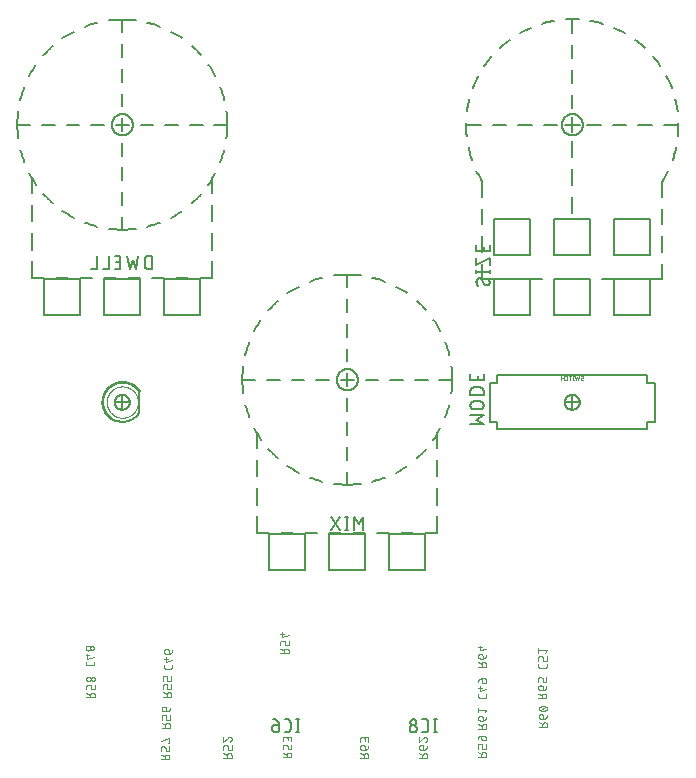
<source format=gbr>
G04 EAGLE Gerber RS-274X export*
G75*
%MOMM*%
%FSLAX34Y34*%
%LPD*%
%INSilkscreen Bottom*%
%IPPOS*%
%AMOC8*
5,1,8,0,0,1.08239X$1,22.5*%
G01*
%ADD10C,0.050800*%
%ADD11C,0.127000*%
%ADD12C,0.152400*%
%ADD13C,0.025400*%
%ADD14C,0.015238*%
%ADD15C,0.101600*%


D10*
X136931Y272782D02*
X136931Y271201D01*
X136932Y271201D02*
X136934Y271123D01*
X136940Y271046D01*
X136949Y270969D01*
X136962Y270893D01*
X136979Y270817D01*
X137000Y270742D01*
X137024Y270669D01*
X137052Y270596D01*
X137084Y270525D01*
X137119Y270456D01*
X137157Y270389D01*
X137198Y270323D01*
X137243Y270260D01*
X137291Y270199D01*
X137341Y270140D01*
X137395Y270084D01*
X137451Y270030D01*
X137510Y269980D01*
X137571Y269932D01*
X137634Y269887D01*
X137700Y269846D01*
X137767Y269808D01*
X137836Y269773D01*
X137907Y269741D01*
X137980Y269713D01*
X138053Y269689D01*
X138128Y269668D01*
X138204Y269651D01*
X138280Y269638D01*
X138357Y269629D01*
X138434Y269623D01*
X138512Y269621D01*
X142463Y269621D01*
X142541Y269623D01*
X142618Y269629D01*
X142695Y269638D01*
X142771Y269651D01*
X142847Y269668D01*
X142922Y269689D01*
X142995Y269713D01*
X143068Y269741D01*
X143139Y269773D01*
X143208Y269808D01*
X143275Y269846D01*
X143341Y269887D01*
X143404Y269932D01*
X143465Y269980D01*
X143524Y270030D01*
X143580Y270084D01*
X143634Y270140D01*
X143684Y270199D01*
X143732Y270260D01*
X143777Y270323D01*
X143818Y270389D01*
X143856Y270456D01*
X143891Y270525D01*
X143923Y270596D01*
X143951Y270669D01*
X143975Y270742D01*
X143996Y270817D01*
X144013Y270893D01*
X144026Y270969D01*
X144035Y271046D01*
X144041Y271123D01*
X144043Y271201D01*
X144043Y272782D01*
X144043Y276935D02*
X138512Y275354D01*
X138512Y279305D01*
X140092Y278120D02*
X136931Y278120D01*
X140883Y282212D02*
X140883Y284583D01*
X140882Y284583D02*
X140880Y284661D01*
X140874Y284738D01*
X140865Y284815D01*
X140852Y284891D01*
X140835Y284967D01*
X140814Y285042D01*
X140790Y285115D01*
X140762Y285188D01*
X140730Y285259D01*
X140695Y285328D01*
X140657Y285395D01*
X140616Y285461D01*
X140571Y285524D01*
X140523Y285585D01*
X140473Y285644D01*
X140419Y285700D01*
X140363Y285754D01*
X140304Y285804D01*
X140243Y285852D01*
X140180Y285897D01*
X140114Y285938D01*
X140047Y285976D01*
X139978Y286011D01*
X139907Y286043D01*
X139834Y286071D01*
X139761Y286095D01*
X139686Y286116D01*
X139610Y286133D01*
X139534Y286146D01*
X139457Y286155D01*
X139380Y286161D01*
X139302Y286163D01*
X138907Y286163D01*
X138907Y286164D02*
X138820Y286162D01*
X138732Y286156D01*
X138645Y286147D01*
X138559Y286133D01*
X138473Y286116D01*
X138389Y286095D01*
X138305Y286070D01*
X138222Y286041D01*
X138141Y286009D01*
X138061Y285974D01*
X137983Y285935D01*
X137906Y285892D01*
X137832Y285846D01*
X137760Y285797D01*
X137690Y285745D01*
X137622Y285689D01*
X137557Y285631D01*
X137494Y285570D01*
X137435Y285506D01*
X137378Y285439D01*
X137324Y285371D01*
X137273Y285299D01*
X137226Y285226D01*
X137181Y285151D01*
X137140Y285073D01*
X137103Y284994D01*
X137069Y284914D01*
X137039Y284832D01*
X137012Y284749D01*
X136989Y284664D01*
X136970Y284579D01*
X136955Y284493D01*
X136943Y284406D01*
X136935Y284319D01*
X136931Y284232D01*
X136931Y284144D01*
X136935Y284057D01*
X136943Y283970D01*
X136955Y283883D01*
X136970Y283797D01*
X136989Y283712D01*
X137012Y283627D01*
X137039Y283544D01*
X137069Y283462D01*
X137103Y283382D01*
X137140Y283303D01*
X137181Y283225D01*
X137226Y283150D01*
X137273Y283077D01*
X137324Y283005D01*
X137378Y282937D01*
X137435Y282870D01*
X137494Y282806D01*
X137557Y282745D01*
X137622Y282687D01*
X137690Y282631D01*
X137760Y282579D01*
X137832Y282530D01*
X137906Y282484D01*
X137983Y282441D01*
X138061Y282402D01*
X138141Y282367D01*
X138222Y282335D01*
X138305Y282306D01*
X138389Y282281D01*
X138473Y282260D01*
X138559Y282243D01*
X138645Y282229D01*
X138732Y282220D01*
X138820Y282214D01*
X138907Y282212D01*
X140883Y282212D01*
X140993Y282214D01*
X141104Y282220D01*
X141213Y282229D01*
X141323Y282243D01*
X141432Y282260D01*
X141540Y282281D01*
X141648Y282306D01*
X141754Y282334D01*
X141860Y282367D01*
X141964Y282403D01*
X142067Y282442D01*
X142169Y282485D01*
X142269Y282532D01*
X142367Y282582D01*
X142463Y282635D01*
X142558Y282692D01*
X142651Y282752D01*
X142741Y282816D01*
X142829Y282882D01*
X142915Y282952D01*
X142998Y283024D01*
X143079Y283099D01*
X143157Y283177D01*
X143232Y283258D01*
X143304Y283341D01*
X143374Y283427D01*
X143440Y283515D01*
X143504Y283605D01*
X143564Y283698D01*
X143621Y283792D01*
X143674Y283889D01*
X143724Y283987D01*
X143771Y284087D01*
X143814Y284189D01*
X143853Y284292D01*
X143889Y284396D01*
X143922Y284502D01*
X143950Y284608D01*
X143975Y284716D01*
X143996Y284824D01*
X144013Y284933D01*
X144027Y285043D01*
X144036Y285152D01*
X144042Y285263D01*
X144044Y285373D01*
X70510Y275544D02*
X70510Y273963D01*
X70511Y273963D02*
X70513Y273885D01*
X70519Y273808D01*
X70528Y273731D01*
X70541Y273655D01*
X70558Y273579D01*
X70579Y273504D01*
X70603Y273431D01*
X70631Y273358D01*
X70663Y273287D01*
X70698Y273218D01*
X70736Y273151D01*
X70777Y273085D01*
X70822Y273022D01*
X70870Y272961D01*
X70920Y272902D01*
X70974Y272846D01*
X71030Y272792D01*
X71089Y272742D01*
X71150Y272694D01*
X71213Y272649D01*
X71279Y272608D01*
X71346Y272570D01*
X71415Y272535D01*
X71486Y272503D01*
X71559Y272475D01*
X71632Y272451D01*
X71707Y272430D01*
X71783Y272413D01*
X71859Y272400D01*
X71936Y272391D01*
X72013Y272385D01*
X72091Y272383D01*
X76042Y272383D01*
X76120Y272385D01*
X76197Y272391D01*
X76274Y272400D01*
X76350Y272413D01*
X76426Y272430D01*
X76501Y272451D01*
X76574Y272475D01*
X76647Y272503D01*
X76718Y272535D01*
X76787Y272570D01*
X76854Y272608D01*
X76920Y272649D01*
X76983Y272694D01*
X77044Y272742D01*
X77103Y272792D01*
X77159Y272846D01*
X77213Y272902D01*
X77263Y272961D01*
X77311Y273022D01*
X77356Y273085D01*
X77397Y273151D01*
X77435Y273218D01*
X77470Y273287D01*
X77502Y273358D01*
X77530Y273431D01*
X77554Y273504D01*
X77575Y273579D01*
X77592Y273655D01*
X77605Y273731D01*
X77614Y273808D01*
X77620Y273885D01*
X77622Y273963D01*
X77622Y275544D01*
X77622Y279696D02*
X72091Y278116D01*
X72091Y282067D01*
X73671Y280882D02*
X70510Y280882D01*
X72486Y284973D02*
X72573Y284975D01*
X72661Y284981D01*
X72748Y284990D01*
X72834Y285004D01*
X72920Y285021D01*
X73004Y285042D01*
X73088Y285067D01*
X73171Y285096D01*
X73252Y285128D01*
X73332Y285163D01*
X73410Y285202D01*
X73487Y285245D01*
X73561Y285291D01*
X73633Y285340D01*
X73703Y285392D01*
X73771Y285448D01*
X73836Y285506D01*
X73899Y285567D01*
X73958Y285631D01*
X74015Y285698D01*
X74069Y285766D01*
X74120Y285838D01*
X74167Y285911D01*
X74212Y285986D01*
X74253Y286064D01*
X74290Y286143D01*
X74324Y286223D01*
X74354Y286305D01*
X74381Y286388D01*
X74404Y286473D01*
X74423Y286558D01*
X74438Y286644D01*
X74450Y286731D01*
X74458Y286818D01*
X74462Y286905D01*
X74462Y286993D01*
X74458Y287080D01*
X74450Y287167D01*
X74438Y287254D01*
X74423Y287340D01*
X74404Y287425D01*
X74381Y287510D01*
X74354Y287593D01*
X74324Y287675D01*
X74290Y287755D01*
X74253Y287834D01*
X74212Y287912D01*
X74167Y287987D01*
X74120Y288060D01*
X74069Y288132D01*
X74015Y288200D01*
X73958Y288267D01*
X73899Y288331D01*
X73836Y288392D01*
X73771Y288450D01*
X73703Y288506D01*
X73633Y288558D01*
X73561Y288607D01*
X73487Y288653D01*
X73410Y288696D01*
X73332Y288735D01*
X73252Y288770D01*
X73171Y288802D01*
X73088Y288831D01*
X73004Y288856D01*
X72920Y288877D01*
X72834Y288894D01*
X72748Y288908D01*
X72661Y288917D01*
X72573Y288923D01*
X72486Y288925D01*
X72399Y288923D01*
X72311Y288917D01*
X72224Y288908D01*
X72138Y288894D01*
X72052Y288877D01*
X71968Y288856D01*
X71884Y288831D01*
X71801Y288802D01*
X71720Y288770D01*
X71640Y288735D01*
X71562Y288696D01*
X71485Y288653D01*
X71411Y288607D01*
X71339Y288558D01*
X71269Y288506D01*
X71201Y288450D01*
X71136Y288392D01*
X71073Y288331D01*
X71014Y288267D01*
X70957Y288200D01*
X70903Y288132D01*
X70852Y288060D01*
X70805Y287987D01*
X70760Y287912D01*
X70719Y287834D01*
X70682Y287755D01*
X70648Y287675D01*
X70618Y287593D01*
X70591Y287510D01*
X70568Y287425D01*
X70549Y287340D01*
X70534Y287254D01*
X70522Y287167D01*
X70514Y287080D01*
X70510Y286993D01*
X70510Y286905D01*
X70514Y286818D01*
X70522Y286731D01*
X70534Y286644D01*
X70549Y286558D01*
X70568Y286473D01*
X70591Y286388D01*
X70618Y286305D01*
X70648Y286223D01*
X70682Y286143D01*
X70719Y286064D01*
X70760Y285986D01*
X70805Y285911D01*
X70852Y285838D01*
X70903Y285766D01*
X70957Y285698D01*
X71014Y285631D01*
X71073Y285567D01*
X71136Y285506D01*
X71201Y285448D01*
X71269Y285392D01*
X71339Y285340D01*
X71411Y285291D01*
X71485Y285245D01*
X71562Y285202D01*
X71640Y285163D01*
X71720Y285128D01*
X71801Y285096D01*
X71884Y285067D01*
X71968Y285042D01*
X72052Y285021D01*
X72138Y285004D01*
X72224Y284990D01*
X72311Y284981D01*
X72399Y284975D01*
X72486Y284973D01*
X76042Y285369D02*
X76121Y285371D01*
X76199Y285377D01*
X76277Y285387D01*
X76355Y285400D01*
X76432Y285418D01*
X76508Y285439D01*
X76582Y285464D01*
X76656Y285493D01*
X76728Y285525D01*
X76798Y285561D01*
X76866Y285601D01*
X76932Y285644D01*
X76996Y285690D01*
X77058Y285739D01*
X77117Y285791D01*
X77173Y285846D01*
X77227Y285904D01*
X77277Y285964D01*
X77325Y286027D01*
X77369Y286092D01*
X77410Y286159D01*
X77448Y286228D01*
X77482Y286299D01*
X77513Y286372D01*
X77540Y286446D01*
X77563Y286521D01*
X77582Y286597D01*
X77598Y286675D01*
X77610Y286753D01*
X77618Y286831D01*
X77622Y286910D01*
X77622Y286988D01*
X77618Y287067D01*
X77610Y287145D01*
X77598Y287223D01*
X77582Y287301D01*
X77563Y287377D01*
X77540Y287452D01*
X77513Y287526D01*
X77482Y287599D01*
X77448Y287670D01*
X77410Y287739D01*
X77369Y287806D01*
X77325Y287871D01*
X77277Y287934D01*
X77227Y287994D01*
X77173Y288052D01*
X77117Y288107D01*
X77058Y288159D01*
X76996Y288208D01*
X76932Y288254D01*
X76866Y288297D01*
X76798Y288337D01*
X76728Y288373D01*
X76656Y288405D01*
X76582Y288434D01*
X76508Y288459D01*
X76432Y288480D01*
X76355Y288498D01*
X76277Y288511D01*
X76199Y288521D01*
X76121Y288527D01*
X76042Y288529D01*
X75963Y288527D01*
X75885Y288521D01*
X75807Y288511D01*
X75729Y288498D01*
X75652Y288480D01*
X75576Y288459D01*
X75502Y288434D01*
X75428Y288405D01*
X75356Y288373D01*
X75286Y288337D01*
X75218Y288297D01*
X75152Y288254D01*
X75088Y288208D01*
X75026Y288159D01*
X74967Y288107D01*
X74911Y288052D01*
X74857Y287994D01*
X74807Y287934D01*
X74759Y287871D01*
X74715Y287806D01*
X74674Y287739D01*
X74636Y287670D01*
X74602Y287599D01*
X74571Y287526D01*
X74544Y287452D01*
X74521Y287377D01*
X74502Y287301D01*
X74486Y287223D01*
X74474Y287145D01*
X74466Y287067D01*
X74462Y286988D01*
X74462Y286910D01*
X74466Y286831D01*
X74474Y286753D01*
X74486Y286675D01*
X74502Y286597D01*
X74521Y286521D01*
X74544Y286446D01*
X74571Y286372D01*
X74602Y286299D01*
X74636Y286228D01*
X74674Y286159D01*
X74715Y286092D01*
X74759Y286027D01*
X74807Y285964D01*
X74857Y285904D01*
X74911Y285846D01*
X74967Y285791D01*
X75026Y285739D01*
X75088Y285690D01*
X75152Y285644D01*
X75218Y285601D01*
X75286Y285561D01*
X75356Y285525D01*
X75428Y285493D01*
X75502Y285464D01*
X75576Y285439D01*
X75652Y285418D01*
X75729Y285400D01*
X75807Y285387D01*
X75885Y285377D01*
X75963Y285371D01*
X76042Y285369D01*
X402768Y248042D02*
X402768Y246462D01*
X402770Y246384D01*
X402776Y246307D01*
X402785Y246230D01*
X402798Y246154D01*
X402815Y246078D01*
X402836Y246003D01*
X402860Y245930D01*
X402888Y245857D01*
X402920Y245786D01*
X402955Y245717D01*
X402993Y245650D01*
X403034Y245584D01*
X403079Y245521D01*
X403127Y245460D01*
X403177Y245401D01*
X403231Y245345D01*
X403287Y245291D01*
X403346Y245241D01*
X403407Y245193D01*
X403470Y245148D01*
X403536Y245107D01*
X403603Y245069D01*
X403672Y245034D01*
X403743Y245002D01*
X403816Y244974D01*
X403889Y244950D01*
X403964Y244929D01*
X404040Y244912D01*
X404116Y244899D01*
X404193Y244890D01*
X404270Y244884D01*
X404348Y244882D01*
X404348Y244881D02*
X408299Y244881D01*
X408299Y244882D02*
X408377Y244884D01*
X408454Y244890D01*
X408531Y244899D01*
X408607Y244912D01*
X408683Y244929D01*
X408758Y244950D01*
X408831Y244974D01*
X408904Y245002D01*
X408975Y245034D01*
X409044Y245069D01*
X409111Y245107D01*
X409177Y245148D01*
X409240Y245193D01*
X409301Y245241D01*
X409360Y245291D01*
X409416Y245345D01*
X409470Y245401D01*
X409520Y245460D01*
X409568Y245521D01*
X409613Y245584D01*
X409654Y245650D01*
X409692Y245717D01*
X409727Y245786D01*
X409759Y245857D01*
X409787Y245930D01*
X409811Y246003D01*
X409832Y246078D01*
X409849Y246154D01*
X409862Y246230D01*
X409871Y246307D01*
X409877Y246384D01*
X409879Y246462D01*
X409880Y246462D02*
X409880Y248042D01*
X409880Y252195D02*
X404348Y250615D01*
X404348Y254566D01*
X402768Y253380D02*
X405929Y253380D01*
X405929Y259053D02*
X405929Y261424D01*
X405929Y259053D02*
X405931Y258975D01*
X405937Y258898D01*
X405946Y258821D01*
X405959Y258745D01*
X405976Y258669D01*
X405997Y258594D01*
X406021Y258521D01*
X406049Y258448D01*
X406081Y258377D01*
X406116Y258308D01*
X406154Y258241D01*
X406195Y258175D01*
X406240Y258112D01*
X406288Y258051D01*
X406338Y257992D01*
X406392Y257936D01*
X406448Y257882D01*
X406507Y257832D01*
X406568Y257784D01*
X406631Y257739D01*
X406697Y257698D01*
X406764Y257660D01*
X406833Y257625D01*
X406904Y257593D01*
X406977Y257565D01*
X407050Y257541D01*
X407125Y257520D01*
X407201Y257503D01*
X407277Y257490D01*
X407354Y257481D01*
X407431Y257475D01*
X407509Y257473D01*
X407904Y257473D01*
X407904Y257472D02*
X407991Y257474D01*
X408079Y257480D01*
X408166Y257489D01*
X408252Y257503D01*
X408338Y257520D01*
X408422Y257541D01*
X408506Y257566D01*
X408589Y257595D01*
X408670Y257627D01*
X408750Y257662D01*
X408828Y257701D01*
X408905Y257744D01*
X408979Y257790D01*
X409051Y257839D01*
X409121Y257891D01*
X409189Y257947D01*
X409254Y258005D01*
X409317Y258066D01*
X409376Y258130D01*
X409433Y258197D01*
X409487Y258265D01*
X409538Y258337D01*
X409585Y258410D01*
X409630Y258485D01*
X409671Y258563D01*
X409708Y258642D01*
X409742Y258722D01*
X409772Y258804D01*
X409799Y258887D01*
X409822Y258972D01*
X409841Y259057D01*
X409856Y259143D01*
X409868Y259230D01*
X409876Y259317D01*
X409880Y259404D01*
X409880Y259492D01*
X409876Y259579D01*
X409868Y259666D01*
X409856Y259753D01*
X409841Y259839D01*
X409822Y259924D01*
X409799Y260009D01*
X409772Y260092D01*
X409742Y260174D01*
X409708Y260254D01*
X409671Y260333D01*
X409630Y260411D01*
X409585Y260486D01*
X409538Y260559D01*
X409487Y260631D01*
X409433Y260699D01*
X409376Y260766D01*
X409317Y260830D01*
X409254Y260891D01*
X409189Y260949D01*
X409121Y261005D01*
X409051Y261057D01*
X408979Y261106D01*
X408905Y261152D01*
X408828Y261195D01*
X408750Y261234D01*
X408670Y261269D01*
X408589Y261301D01*
X408506Y261330D01*
X408422Y261355D01*
X408338Y261376D01*
X408252Y261393D01*
X408166Y261407D01*
X408079Y261416D01*
X407991Y261422D01*
X407904Y261424D01*
X405929Y261424D01*
X405819Y261422D01*
X405708Y261416D01*
X405599Y261407D01*
X405489Y261393D01*
X405380Y261376D01*
X405272Y261355D01*
X405164Y261330D01*
X405058Y261302D01*
X404952Y261269D01*
X404848Y261233D01*
X404745Y261194D01*
X404643Y261151D01*
X404543Y261104D01*
X404445Y261054D01*
X404349Y261001D01*
X404254Y260944D01*
X404161Y260884D01*
X404071Y260820D01*
X403983Y260754D01*
X403897Y260684D01*
X403814Y260612D01*
X403733Y260537D01*
X403655Y260459D01*
X403580Y260378D01*
X403508Y260295D01*
X403438Y260209D01*
X403372Y260121D01*
X403308Y260031D01*
X403248Y259938D01*
X403191Y259844D01*
X403138Y259747D01*
X403088Y259649D01*
X403041Y259549D01*
X402998Y259447D01*
X402959Y259344D01*
X402923Y259240D01*
X402890Y259134D01*
X402862Y259028D01*
X402837Y258920D01*
X402816Y258812D01*
X402799Y258703D01*
X402785Y258593D01*
X402776Y258484D01*
X402770Y258373D01*
X402768Y258263D01*
X453796Y272040D02*
X453796Y273620D01*
X453797Y272040D02*
X453799Y271962D01*
X453805Y271885D01*
X453814Y271808D01*
X453827Y271732D01*
X453844Y271656D01*
X453865Y271581D01*
X453889Y271508D01*
X453917Y271435D01*
X453949Y271364D01*
X453984Y271295D01*
X454022Y271228D01*
X454063Y271162D01*
X454108Y271099D01*
X454156Y271038D01*
X454206Y270979D01*
X454260Y270923D01*
X454316Y270869D01*
X454375Y270819D01*
X454436Y270771D01*
X454499Y270726D01*
X454565Y270685D01*
X454632Y270647D01*
X454701Y270612D01*
X454772Y270580D01*
X454845Y270552D01*
X454918Y270528D01*
X454993Y270507D01*
X455069Y270490D01*
X455145Y270477D01*
X455222Y270468D01*
X455299Y270462D01*
X455377Y270460D01*
X455377Y270459D02*
X459328Y270459D01*
X459328Y270460D02*
X459406Y270462D01*
X459483Y270468D01*
X459560Y270477D01*
X459636Y270490D01*
X459712Y270507D01*
X459787Y270528D01*
X459860Y270552D01*
X459933Y270580D01*
X460004Y270612D01*
X460073Y270647D01*
X460140Y270685D01*
X460206Y270726D01*
X460269Y270771D01*
X460330Y270819D01*
X460389Y270869D01*
X460445Y270923D01*
X460499Y270979D01*
X460549Y271038D01*
X460597Y271099D01*
X460642Y271162D01*
X460683Y271228D01*
X460721Y271295D01*
X460756Y271364D01*
X460788Y271435D01*
X460816Y271508D01*
X460840Y271581D01*
X460861Y271656D01*
X460878Y271732D01*
X460891Y271808D01*
X460900Y271885D01*
X460906Y271962D01*
X460908Y272040D01*
X460908Y273620D01*
X453796Y276192D02*
X453796Y278563D01*
X453797Y278563D02*
X453799Y278641D01*
X453805Y278718D01*
X453814Y278795D01*
X453827Y278871D01*
X453844Y278947D01*
X453865Y279022D01*
X453889Y279095D01*
X453917Y279168D01*
X453949Y279239D01*
X453984Y279308D01*
X454022Y279375D01*
X454063Y279441D01*
X454108Y279504D01*
X454156Y279565D01*
X454206Y279624D01*
X454260Y279680D01*
X454316Y279734D01*
X454375Y279784D01*
X454436Y279832D01*
X454499Y279877D01*
X454565Y279918D01*
X454632Y279956D01*
X454701Y279991D01*
X454772Y280023D01*
X454845Y280051D01*
X454918Y280075D01*
X454993Y280096D01*
X455069Y280113D01*
X455145Y280126D01*
X455222Y280135D01*
X455299Y280141D01*
X455377Y280143D01*
X455377Y280144D02*
X456167Y280144D01*
X456167Y280143D02*
X456245Y280141D01*
X456322Y280135D01*
X456399Y280126D01*
X456475Y280113D01*
X456551Y280096D01*
X456626Y280075D01*
X456699Y280051D01*
X456772Y280023D01*
X456843Y279991D01*
X456912Y279956D01*
X456979Y279918D01*
X457045Y279877D01*
X457108Y279832D01*
X457169Y279784D01*
X457228Y279734D01*
X457284Y279680D01*
X457338Y279624D01*
X457388Y279565D01*
X457436Y279504D01*
X457481Y279441D01*
X457522Y279375D01*
X457560Y279308D01*
X457595Y279239D01*
X457627Y279168D01*
X457655Y279095D01*
X457679Y279022D01*
X457700Y278947D01*
X457717Y278871D01*
X457730Y278795D01*
X457739Y278718D01*
X457745Y278641D01*
X457747Y278563D01*
X457748Y278563D02*
X457748Y276192D01*
X460908Y276192D01*
X460908Y280144D01*
X459328Y283050D02*
X460908Y285026D01*
X453796Y285026D01*
X453796Y287001D02*
X453796Y283050D01*
D11*
X92620Y730250D02*
X92623Y730470D01*
X92631Y730691D01*
X92644Y730911D01*
X92663Y731130D01*
X92688Y731349D01*
X92717Y731568D01*
X92752Y731785D01*
X92793Y732002D01*
X92838Y732218D01*
X92889Y732432D01*
X92945Y732645D01*
X93007Y732857D01*
X93073Y733067D01*
X93145Y733275D01*
X93222Y733482D01*
X93304Y733686D01*
X93390Y733889D01*
X93482Y734089D01*
X93579Y734288D01*
X93680Y734483D01*
X93787Y734676D01*
X93898Y734867D01*
X94013Y735054D01*
X94133Y735239D01*
X94258Y735421D01*
X94387Y735599D01*
X94521Y735775D01*
X94658Y735947D01*
X94800Y736115D01*
X94946Y736281D01*
X95096Y736442D01*
X95250Y736600D01*
X95408Y736754D01*
X95569Y736904D01*
X95735Y737050D01*
X95903Y737192D01*
X96075Y737329D01*
X96251Y737463D01*
X96429Y737592D01*
X96611Y737717D01*
X96796Y737837D01*
X96983Y737952D01*
X97174Y738063D01*
X97367Y738170D01*
X97562Y738271D01*
X97761Y738368D01*
X97961Y738460D01*
X98164Y738546D01*
X98368Y738628D01*
X98575Y738705D01*
X98783Y738777D01*
X98993Y738843D01*
X99205Y738905D01*
X99418Y738961D01*
X99632Y739012D01*
X99848Y739057D01*
X100065Y739098D01*
X100282Y739133D01*
X100501Y739162D01*
X100720Y739187D01*
X100939Y739206D01*
X101159Y739219D01*
X101380Y739227D01*
X101600Y739230D01*
X101820Y739227D01*
X102041Y739219D01*
X102261Y739206D01*
X102480Y739187D01*
X102699Y739162D01*
X102918Y739133D01*
X103135Y739098D01*
X103352Y739057D01*
X103568Y739012D01*
X103782Y738961D01*
X103995Y738905D01*
X104207Y738843D01*
X104417Y738777D01*
X104625Y738705D01*
X104832Y738628D01*
X105036Y738546D01*
X105239Y738460D01*
X105439Y738368D01*
X105638Y738271D01*
X105833Y738170D01*
X106026Y738063D01*
X106217Y737952D01*
X106404Y737837D01*
X106589Y737717D01*
X106771Y737592D01*
X106949Y737463D01*
X107125Y737329D01*
X107297Y737192D01*
X107465Y737050D01*
X107631Y736904D01*
X107792Y736754D01*
X107950Y736600D01*
X108104Y736442D01*
X108254Y736281D01*
X108400Y736115D01*
X108542Y735947D01*
X108679Y735775D01*
X108813Y735599D01*
X108942Y735421D01*
X109067Y735239D01*
X109187Y735054D01*
X109302Y734867D01*
X109413Y734676D01*
X109520Y734483D01*
X109621Y734288D01*
X109718Y734089D01*
X109810Y733889D01*
X109896Y733686D01*
X109978Y733482D01*
X110055Y733275D01*
X110127Y733067D01*
X110193Y732857D01*
X110255Y732645D01*
X110311Y732432D01*
X110362Y732218D01*
X110407Y732002D01*
X110448Y731785D01*
X110483Y731568D01*
X110512Y731349D01*
X110537Y731130D01*
X110556Y730911D01*
X110569Y730691D01*
X110577Y730470D01*
X110580Y730250D01*
X110577Y730030D01*
X110569Y729809D01*
X110556Y729589D01*
X110537Y729370D01*
X110512Y729151D01*
X110483Y728932D01*
X110448Y728715D01*
X110407Y728498D01*
X110362Y728282D01*
X110311Y728068D01*
X110255Y727855D01*
X110193Y727643D01*
X110127Y727433D01*
X110055Y727225D01*
X109978Y727018D01*
X109896Y726814D01*
X109810Y726611D01*
X109718Y726411D01*
X109621Y726212D01*
X109520Y726017D01*
X109413Y725824D01*
X109302Y725633D01*
X109187Y725446D01*
X109067Y725261D01*
X108942Y725079D01*
X108813Y724901D01*
X108679Y724725D01*
X108542Y724553D01*
X108400Y724385D01*
X108254Y724219D01*
X108104Y724058D01*
X107950Y723900D01*
X107792Y723746D01*
X107631Y723596D01*
X107465Y723450D01*
X107297Y723308D01*
X107125Y723171D01*
X106949Y723037D01*
X106771Y722908D01*
X106589Y722783D01*
X106404Y722663D01*
X106217Y722548D01*
X106026Y722437D01*
X105833Y722330D01*
X105638Y722229D01*
X105439Y722132D01*
X105239Y722040D01*
X105036Y721954D01*
X104832Y721872D01*
X104625Y721795D01*
X104417Y721723D01*
X104207Y721657D01*
X103995Y721595D01*
X103782Y721539D01*
X103568Y721488D01*
X103352Y721443D01*
X103135Y721402D01*
X102918Y721367D01*
X102699Y721338D01*
X102480Y721313D01*
X102261Y721294D01*
X102041Y721281D01*
X101820Y721273D01*
X101600Y721270D01*
X101380Y721273D01*
X101159Y721281D01*
X100939Y721294D01*
X100720Y721313D01*
X100501Y721338D01*
X100282Y721367D01*
X100065Y721402D01*
X99848Y721443D01*
X99632Y721488D01*
X99418Y721539D01*
X99205Y721595D01*
X98993Y721657D01*
X98783Y721723D01*
X98575Y721795D01*
X98368Y721872D01*
X98164Y721954D01*
X97961Y722040D01*
X97761Y722132D01*
X97562Y722229D01*
X97367Y722330D01*
X97174Y722437D01*
X96983Y722548D01*
X96796Y722663D01*
X96611Y722783D01*
X96429Y722908D01*
X96251Y723037D01*
X96075Y723171D01*
X95903Y723308D01*
X95735Y723450D01*
X95569Y723596D01*
X95408Y723746D01*
X95250Y723900D01*
X95096Y724058D01*
X94946Y724219D01*
X94800Y724385D01*
X94658Y724553D01*
X94521Y724725D01*
X94387Y724901D01*
X94258Y725079D01*
X94133Y725261D01*
X94013Y725446D01*
X93898Y725633D01*
X93787Y725824D01*
X93680Y726017D01*
X93579Y726212D01*
X93482Y726411D01*
X93390Y726611D01*
X93304Y726814D01*
X93222Y727018D01*
X93145Y727225D01*
X93073Y727433D01*
X93007Y727643D01*
X92945Y727855D01*
X92889Y728068D01*
X92838Y728282D01*
X92793Y728498D01*
X92752Y728715D01*
X92717Y728932D01*
X92688Y729151D01*
X92663Y729370D01*
X92644Y729589D01*
X92631Y729809D01*
X92623Y730030D01*
X92620Y730250D01*
X12700Y730250D02*
X12720Y732146D01*
X12781Y734041D01*
X12882Y735935D01*
X13023Y737826D01*
X13205Y739713D01*
X13427Y741597D01*
X15258Y751422D02*
X15729Y753259D01*
X16239Y755086D01*
X16788Y756901D01*
X17376Y758703D01*
X18002Y760493D01*
X18666Y762270D01*
X22784Y771376D02*
X23680Y773048D01*
X24610Y774700D01*
X25576Y776332D01*
X26576Y777943D01*
X27610Y779533D01*
X28678Y781100D01*
X34847Y788964D02*
X36114Y790374D01*
X37411Y791757D01*
X38738Y793112D01*
X40093Y794439D01*
X41476Y795736D01*
X42886Y797003D01*
X50750Y803172D02*
X52317Y804240D01*
X53907Y805274D01*
X55518Y806274D01*
X57150Y807240D01*
X58802Y808170D01*
X60474Y809066D01*
X69580Y813184D02*
X71357Y813848D01*
X73147Y814474D01*
X74949Y815062D01*
X76764Y815611D01*
X78591Y816121D01*
X80428Y816592D01*
X90253Y818423D02*
X92137Y818645D01*
X94024Y818827D01*
X95915Y818968D01*
X97809Y819069D01*
X99704Y819130D01*
X101600Y819150D01*
X103496Y819130D01*
X105391Y819069D01*
X107285Y818968D01*
X109176Y818827D01*
X111063Y818645D01*
X112947Y818423D01*
X122772Y816592D02*
X124609Y816121D01*
X126436Y815611D01*
X128251Y815062D01*
X130053Y814474D01*
X131843Y813848D01*
X133620Y813184D01*
X142726Y809066D02*
X144398Y808170D01*
X146050Y807240D01*
X147682Y806274D01*
X149293Y805274D01*
X150883Y804240D01*
X152450Y803172D01*
X160314Y797003D02*
X161724Y795736D01*
X163107Y794439D01*
X164462Y793112D01*
X165789Y791757D01*
X167086Y790374D01*
X168353Y788964D01*
X174522Y781100D02*
X175590Y779533D01*
X176624Y777943D01*
X177624Y776332D01*
X178590Y774700D01*
X179520Y773048D01*
X180416Y771376D01*
X184534Y762270D02*
X185198Y760493D01*
X185824Y758703D01*
X186412Y756901D01*
X186961Y755086D01*
X187471Y753259D01*
X187942Y751422D01*
X189773Y741597D02*
X189995Y739713D01*
X190177Y737826D01*
X190318Y735935D01*
X190419Y734041D01*
X190480Y732146D01*
X190500Y730250D01*
X190480Y728354D01*
X190419Y726458D01*
X190318Y724565D01*
X190177Y722674D01*
X189995Y720786D01*
X189773Y718903D01*
X187942Y709078D02*
X187471Y707241D01*
X186960Y705415D01*
X186411Y703600D01*
X185824Y701797D01*
X185198Y700007D01*
X184534Y698231D01*
X180415Y689124D02*
X179520Y687452D01*
X178590Y685800D01*
X177624Y684168D01*
X176624Y682557D01*
X175590Y680968D01*
X174522Y679401D01*
X168353Y671537D02*
X167086Y670126D01*
X165788Y668743D01*
X164462Y667388D01*
X163107Y666062D01*
X161724Y664764D01*
X160313Y663497D01*
X152449Y657328D02*
X150882Y656260D01*
X149293Y655226D01*
X147682Y654226D01*
X146050Y653260D01*
X144398Y652330D01*
X142726Y651435D01*
X133619Y647316D02*
X131843Y646652D01*
X130053Y646026D01*
X128250Y645439D01*
X126435Y644890D01*
X124609Y644379D01*
X122772Y643908D01*
X112947Y642077D02*
X111064Y641855D01*
X109176Y641673D01*
X107285Y641532D01*
X105392Y641431D01*
X103496Y641370D01*
X101600Y641350D01*
X99704Y641370D01*
X97808Y641431D01*
X95915Y641532D01*
X94024Y641673D01*
X92136Y641855D01*
X90253Y642077D01*
X80428Y643908D02*
X78591Y644379D01*
X76765Y644890D01*
X74950Y645439D01*
X73147Y646026D01*
X71357Y646652D01*
X69581Y647316D01*
X60474Y651435D02*
X58802Y652330D01*
X57150Y653260D01*
X55518Y654226D01*
X53907Y655226D01*
X52318Y656260D01*
X50751Y657328D01*
X42887Y663497D02*
X41476Y664764D01*
X40093Y666062D01*
X38738Y667388D01*
X37412Y668743D01*
X36114Y670126D01*
X34847Y671537D01*
X28678Y679401D02*
X27610Y680968D01*
X26576Y682557D01*
X25576Y684168D01*
X24610Y685800D01*
X23680Y687452D01*
X22785Y689124D01*
X18666Y698231D02*
X18002Y700007D01*
X17376Y701797D01*
X16789Y703600D01*
X16240Y705415D01*
X15729Y707241D01*
X15258Y709078D01*
X13427Y718903D02*
X13205Y720786D01*
X13023Y722674D01*
X12882Y724565D01*
X12781Y726458D01*
X12720Y728354D01*
X12700Y730250D01*
X25400Y685800D02*
X25400Y672028D01*
X25400Y662028D02*
X25400Y648255D01*
X25400Y638255D02*
X25400Y624483D01*
X25400Y614483D02*
X25400Y600710D01*
X177800Y600710D02*
X177800Y614483D01*
X177800Y624483D02*
X177800Y638255D01*
X177800Y648255D02*
X177800Y662028D01*
X177800Y672028D02*
X177800Y685800D01*
X101600Y652217D02*
X101600Y641350D01*
X101600Y662217D02*
X101600Y673083D01*
X101600Y683083D02*
X101600Y693950D01*
X101600Y703950D02*
X101600Y714817D01*
X101600Y724817D02*
X101600Y735683D01*
X101600Y745683D02*
X101600Y756550D01*
X101600Y766550D02*
X101600Y777417D01*
X101600Y787417D02*
X101600Y798283D01*
X101600Y808283D02*
X101600Y819150D01*
X23567Y730250D02*
X12700Y730250D01*
X33567Y730250D02*
X44433Y730250D01*
X54433Y730250D02*
X65300Y730250D01*
X75300Y730250D02*
X86167Y730250D01*
X96167Y730250D02*
X107033Y730250D01*
X117033Y730250D02*
X127900Y730250D01*
X137900Y730250D02*
X148767Y730250D01*
X158767Y730250D02*
X169633Y730250D01*
X179633Y730250D02*
X190500Y730250D01*
X35700Y600710D02*
X25400Y600710D01*
X45700Y600710D02*
X56000Y600710D01*
X66000Y600710D02*
X76300Y600710D01*
X86300Y600710D02*
X96600Y600710D01*
X106600Y600710D02*
X116900Y600710D01*
X126900Y600710D02*
X137200Y600710D01*
X147200Y600710D02*
X157500Y600710D01*
X167500Y600710D02*
X177800Y600710D01*
X66040Y599440D02*
X35560Y599440D01*
X86360Y599440D02*
X116840Y599440D01*
X137160Y599440D02*
X167640Y599440D01*
X35560Y599440D02*
X35560Y568960D01*
X66040Y568960D01*
X66040Y599440D01*
X86360Y599440D02*
X86360Y568960D01*
X116840Y568960D01*
X116840Y599440D01*
X137160Y599440D02*
X137160Y568960D01*
X167640Y568960D01*
X167640Y599440D01*
D12*
X126729Y608101D02*
X126729Y619277D01*
X123625Y619277D01*
X123514Y619275D01*
X123404Y619269D01*
X123293Y619259D01*
X123183Y619245D01*
X123074Y619228D01*
X122965Y619206D01*
X122857Y619181D01*
X122751Y619151D01*
X122645Y619118D01*
X122540Y619081D01*
X122437Y619041D01*
X122336Y618996D01*
X122236Y618949D01*
X122137Y618897D01*
X122041Y618842D01*
X121947Y618784D01*
X121855Y618723D01*
X121765Y618658D01*
X121677Y618590D01*
X121592Y618519D01*
X121510Y618445D01*
X121430Y618368D01*
X121353Y618288D01*
X121279Y618206D01*
X121208Y618121D01*
X121140Y618033D01*
X121075Y617943D01*
X121014Y617851D01*
X120956Y617757D01*
X120901Y617661D01*
X120849Y617562D01*
X120802Y617462D01*
X120757Y617361D01*
X120717Y617258D01*
X120680Y617153D01*
X120647Y617047D01*
X120617Y616941D01*
X120592Y616833D01*
X120570Y616724D01*
X120553Y616615D01*
X120539Y616505D01*
X120529Y616394D01*
X120523Y616284D01*
X120521Y616173D01*
X120520Y616173D02*
X120520Y611206D01*
X120521Y611206D02*
X120523Y611095D01*
X120529Y610985D01*
X120539Y610874D01*
X120553Y610764D01*
X120570Y610655D01*
X120592Y610546D01*
X120617Y610438D01*
X120647Y610332D01*
X120680Y610226D01*
X120717Y610121D01*
X120757Y610018D01*
X120802Y609917D01*
X120849Y609817D01*
X120901Y609718D01*
X120956Y609622D01*
X121014Y609528D01*
X121075Y609436D01*
X121140Y609346D01*
X121208Y609258D01*
X121279Y609173D01*
X121353Y609091D01*
X121430Y609011D01*
X121510Y608934D01*
X121592Y608860D01*
X121677Y608789D01*
X121765Y608721D01*
X121855Y608656D01*
X121947Y608595D01*
X122041Y608537D01*
X122137Y608482D01*
X122236Y608430D01*
X122336Y608383D01*
X122437Y608338D01*
X122540Y608298D01*
X122645Y608261D01*
X122751Y608228D01*
X122857Y608198D01*
X122965Y608173D01*
X123074Y608151D01*
X123183Y608134D01*
X123293Y608120D01*
X123404Y608110D01*
X123514Y608104D01*
X123625Y608102D01*
X123625Y608101D02*
X126729Y608101D01*
X112773Y608101D02*
X115257Y619277D01*
X110290Y615552D02*
X112773Y608101D01*
X107806Y608101D02*
X110290Y615552D01*
X105322Y619277D02*
X107806Y608101D01*
X100031Y608101D02*
X95064Y608101D01*
X100031Y608101D02*
X100031Y619277D01*
X95064Y619277D01*
X96306Y614310D02*
X100031Y614310D01*
X90125Y619277D02*
X90125Y608101D01*
X85158Y608101D01*
X80219Y608101D02*
X80219Y619277D01*
X80219Y608101D02*
X75252Y608101D01*
X249990Y227051D02*
X249990Y215875D01*
X251231Y215875D02*
X248748Y215875D01*
X248748Y227051D02*
X251231Y227051D01*
X241508Y215875D02*
X239025Y215875D01*
X241508Y215874D02*
X241606Y215876D01*
X241703Y215882D01*
X241800Y215891D01*
X241897Y215905D01*
X241993Y215922D01*
X242088Y215943D01*
X242182Y215967D01*
X242276Y215996D01*
X242368Y216028D01*
X242459Y216063D01*
X242548Y216102D01*
X242636Y216145D01*
X242722Y216191D01*
X242806Y216240D01*
X242888Y216293D01*
X242968Y216348D01*
X243046Y216407D01*
X243121Y216469D01*
X243194Y216534D01*
X243264Y216602D01*
X243332Y216672D01*
X243397Y216745D01*
X243459Y216820D01*
X243518Y216898D01*
X243573Y216978D01*
X243626Y217060D01*
X243675Y217144D01*
X243721Y217230D01*
X243764Y217318D01*
X243803Y217407D01*
X243838Y217498D01*
X243870Y217590D01*
X243899Y217684D01*
X243923Y217778D01*
X243944Y217873D01*
X243961Y217969D01*
X243975Y218066D01*
X243984Y218163D01*
X243990Y218261D01*
X243992Y218358D01*
X243992Y224567D01*
X243990Y224665D01*
X243984Y224762D01*
X243975Y224859D01*
X243961Y224956D01*
X243944Y225052D01*
X243923Y225147D01*
X243899Y225241D01*
X243870Y225335D01*
X243838Y225427D01*
X243803Y225518D01*
X243764Y225607D01*
X243721Y225695D01*
X243675Y225781D01*
X243626Y225865D01*
X243573Y225947D01*
X243518Y226027D01*
X243459Y226105D01*
X243397Y226180D01*
X243332Y226253D01*
X243264Y226323D01*
X243194Y226391D01*
X243121Y226456D01*
X243046Y226518D01*
X242968Y226577D01*
X242888Y226632D01*
X242806Y226685D01*
X242722Y226734D01*
X242636Y226780D01*
X242548Y226823D01*
X242459Y226862D01*
X242368Y226897D01*
X242276Y226929D01*
X242182Y226958D01*
X242088Y226982D01*
X241993Y227003D01*
X241897Y227020D01*
X241800Y227034D01*
X241703Y227043D01*
X241606Y227049D01*
X241508Y227051D01*
X239025Y227051D01*
X234425Y222083D02*
X230700Y222083D01*
X230700Y222084D02*
X230602Y222082D01*
X230505Y222076D01*
X230408Y222067D01*
X230311Y222053D01*
X230215Y222036D01*
X230120Y222015D01*
X230026Y221991D01*
X229932Y221962D01*
X229840Y221930D01*
X229749Y221895D01*
X229660Y221856D01*
X229572Y221813D01*
X229486Y221767D01*
X229402Y221718D01*
X229320Y221665D01*
X229240Y221610D01*
X229162Y221551D01*
X229087Y221489D01*
X229014Y221424D01*
X228944Y221356D01*
X228876Y221286D01*
X228811Y221213D01*
X228749Y221138D01*
X228690Y221060D01*
X228635Y220980D01*
X228582Y220898D01*
X228533Y220814D01*
X228487Y220728D01*
X228444Y220640D01*
X228405Y220551D01*
X228370Y220460D01*
X228338Y220368D01*
X228309Y220274D01*
X228285Y220180D01*
X228264Y220085D01*
X228247Y219989D01*
X228233Y219892D01*
X228224Y219795D01*
X228218Y219698D01*
X228216Y219600D01*
X228216Y218979D01*
X228217Y218979D02*
X228219Y218868D01*
X228225Y218758D01*
X228235Y218647D01*
X228249Y218537D01*
X228266Y218428D01*
X228288Y218319D01*
X228313Y218211D01*
X228343Y218105D01*
X228376Y217999D01*
X228413Y217894D01*
X228453Y217791D01*
X228498Y217690D01*
X228545Y217590D01*
X228597Y217491D01*
X228652Y217395D01*
X228710Y217301D01*
X228771Y217209D01*
X228836Y217119D01*
X228904Y217031D01*
X228975Y216946D01*
X229049Y216864D01*
X229126Y216784D01*
X229206Y216707D01*
X229288Y216633D01*
X229373Y216562D01*
X229461Y216494D01*
X229551Y216429D01*
X229643Y216368D01*
X229737Y216310D01*
X229833Y216255D01*
X229932Y216203D01*
X230032Y216156D01*
X230133Y216111D01*
X230236Y216071D01*
X230341Y216034D01*
X230447Y216001D01*
X230553Y215971D01*
X230661Y215946D01*
X230770Y215924D01*
X230879Y215907D01*
X230989Y215893D01*
X231100Y215883D01*
X231210Y215877D01*
X231321Y215875D01*
X231432Y215877D01*
X231542Y215883D01*
X231653Y215893D01*
X231763Y215907D01*
X231872Y215924D01*
X231981Y215946D01*
X232089Y215971D01*
X232195Y216001D01*
X232301Y216034D01*
X232406Y216071D01*
X232509Y216111D01*
X232610Y216156D01*
X232710Y216203D01*
X232809Y216255D01*
X232905Y216310D01*
X232999Y216368D01*
X233091Y216429D01*
X233181Y216494D01*
X233269Y216562D01*
X233354Y216633D01*
X233436Y216707D01*
X233516Y216784D01*
X233593Y216864D01*
X233667Y216946D01*
X233738Y217031D01*
X233806Y217119D01*
X233871Y217209D01*
X233932Y217301D01*
X233990Y217395D01*
X234045Y217491D01*
X234097Y217590D01*
X234144Y217690D01*
X234189Y217791D01*
X234229Y217894D01*
X234266Y217999D01*
X234299Y218105D01*
X234329Y218211D01*
X234354Y218319D01*
X234376Y218428D01*
X234393Y218537D01*
X234407Y218647D01*
X234417Y218758D01*
X234423Y218868D01*
X234425Y218979D01*
X234425Y222083D01*
X234423Y222222D01*
X234417Y222361D01*
X234407Y222500D01*
X234394Y222639D01*
X234376Y222777D01*
X234355Y222915D01*
X234330Y223052D01*
X234300Y223188D01*
X234268Y223324D01*
X234231Y223458D01*
X234190Y223591D01*
X234146Y223723D01*
X234098Y223854D01*
X234047Y223984D01*
X233992Y224112D01*
X233933Y224238D01*
X233871Y224363D01*
X233805Y224486D01*
X233736Y224607D01*
X233664Y224726D01*
X233588Y224842D01*
X233509Y224957D01*
X233427Y225070D01*
X233341Y225180D01*
X233253Y225288D01*
X233162Y225393D01*
X233067Y225495D01*
X232970Y225595D01*
X232870Y225692D01*
X232768Y225787D01*
X232663Y225878D01*
X232555Y225966D01*
X232445Y226052D01*
X232332Y226134D01*
X232218Y226213D01*
X232101Y226289D01*
X231982Y226361D01*
X231861Y226430D01*
X231738Y226496D01*
X231613Y226558D01*
X231487Y226617D01*
X231359Y226672D01*
X231229Y226723D01*
X231099Y226771D01*
X230966Y226815D01*
X230833Y226856D01*
X230699Y226893D01*
X230563Y226925D01*
X230427Y226955D01*
X230290Y226980D01*
X230152Y227001D01*
X230014Y227019D01*
X229876Y227032D01*
X229737Y227042D01*
X229597Y227048D01*
X229458Y227050D01*
X366576Y226898D02*
X366576Y215722D01*
X367817Y215722D02*
X365334Y215722D01*
X365334Y226898D02*
X367817Y226898D01*
X358094Y215722D02*
X355611Y215722D01*
X358094Y215722D02*
X358192Y215724D01*
X358289Y215730D01*
X358386Y215739D01*
X358483Y215753D01*
X358579Y215770D01*
X358674Y215791D01*
X358768Y215815D01*
X358862Y215844D01*
X358954Y215876D01*
X359045Y215911D01*
X359134Y215950D01*
X359222Y215993D01*
X359308Y216039D01*
X359392Y216088D01*
X359474Y216141D01*
X359554Y216196D01*
X359632Y216255D01*
X359707Y216317D01*
X359780Y216382D01*
X359850Y216450D01*
X359918Y216520D01*
X359983Y216593D01*
X360045Y216668D01*
X360104Y216746D01*
X360159Y216826D01*
X360212Y216908D01*
X360261Y216992D01*
X360307Y217078D01*
X360350Y217166D01*
X360389Y217255D01*
X360424Y217346D01*
X360456Y217438D01*
X360485Y217532D01*
X360509Y217626D01*
X360530Y217721D01*
X360547Y217817D01*
X360561Y217914D01*
X360570Y218011D01*
X360576Y218109D01*
X360578Y218206D01*
X360578Y224415D01*
X360576Y224513D01*
X360570Y224610D01*
X360561Y224707D01*
X360547Y224804D01*
X360530Y224900D01*
X360509Y224995D01*
X360485Y225089D01*
X360456Y225183D01*
X360424Y225275D01*
X360389Y225366D01*
X360350Y225455D01*
X360307Y225543D01*
X360261Y225629D01*
X360212Y225713D01*
X360159Y225795D01*
X360104Y225875D01*
X360045Y225953D01*
X359983Y226028D01*
X359918Y226101D01*
X359850Y226171D01*
X359780Y226239D01*
X359707Y226304D01*
X359632Y226366D01*
X359554Y226425D01*
X359474Y226480D01*
X359392Y226533D01*
X359308Y226582D01*
X359222Y226628D01*
X359134Y226671D01*
X359045Y226710D01*
X358954Y226745D01*
X358862Y226777D01*
X358768Y226806D01*
X358674Y226830D01*
X358579Y226851D01*
X358483Y226868D01*
X358386Y226882D01*
X358289Y226891D01*
X358192Y226897D01*
X358094Y226899D01*
X358094Y226898D02*
X355611Y226898D01*
X351011Y218827D02*
X351009Y218938D01*
X351003Y219048D01*
X350993Y219159D01*
X350979Y219269D01*
X350962Y219378D01*
X350940Y219487D01*
X350915Y219595D01*
X350885Y219701D01*
X350852Y219807D01*
X350815Y219912D01*
X350775Y220015D01*
X350730Y220116D01*
X350683Y220216D01*
X350631Y220315D01*
X350576Y220411D01*
X350518Y220505D01*
X350457Y220597D01*
X350392Y220687D01*
X350324Y220775D01*
X350253Y220860D01*
X350179Y220942D01*
X350102Y221022D01*
X350022Y221099D01*
X349940Y221173D01*
X349855Y221244D01*
X349767Y221312D01*
X349677Y221377D01*
X349585Y221438D01*
X349491Y221496D01*
X349395Y221551D01*
X349296Y221603D01*
X349196Y221650D01*
X349095Y221695D01*
X348992Y221735D01*
X348887Y221772D01*
X348781Y221805D01*
X348675Y221835D01*
X348567Y221860D01*
X348458Y221882D01*
X348349Y221899D01*
X348239Y221913D01*
X348128Y221923D01*
X348018Y221929D01*
X347907Y221931D01*
X347796Y221929D01*
X347686Y221923D01*
X347575Y221913D01*
X347465Y221899D01*
X347356Y221882D01*
X347247Y221860D01*
X347139Y221835D01*
X347033Y221805D01*
X346927Y221772D01*
X346822Y221735D01*
X346719Y221695D01*
X346618Y221650D01*
X346518Y221603D01*
X346419Y221551D01*
X346323Y221496D01*
X346229Y221438D01*
X346137Y221377D01*
X346047Y221312D01*
X345959Y221244D01*
X345874Y221173D01*
X345792Y221099D01*
X345712Y221022D01*
X345635Y220942D01*
X345561Y220860D01*
X345490Y220775D01*
X345422Y220687D01*
X345357Y220597D01*
X345296Y220505D01*
X345238Y220411D01*
X345183Y220315D01*
X345131Y220216D01*
X345084Y220116D01*
X345039Y220015D01*
X344999Y219912D01*
X344962Y219807D01*
X344929Y219701D01*
X344899Y219595D01*
X344874Y219487D01*
X344852Y219378D01*
X344835Y219269D01*
X344821Y219159D01*
X344811Y219048D01*
X344805Y218938D01*
X344803Y218827D01*
X344805Y218716D01*
X344811Y218606D01*
X344821Y218495D01*
X344835Y218385D01*
X344852Y218276D01*
X344874Y218167D01*
X344899Y218059D01*
X344929Y217953D01*
X344962Y217847D01*
X344999Y217742D01*
X345039Y217639D01*
X345084Y217538D01*
X345131Y217438D01*
X345183Y217339D01*
X345238Y217243D01*
X345296Y217149D01*
X345357Y217057D01*
X345422Y216967D01*
X345490Y216879D01*
X345561Y216794D01*
X345635Y216712D01*
X345712Y216632D01*
X345792Y216555D01*
X345874Y216481D01*
X345959Y216410D01*
X346047Y216342D01*
X346137Y216277D01*
X346229Y216216D01*
X346323Y216158D01*
X346419Y216103D01*
X346518Y216051D01*
X346618Y216004D01*
X346719Y215959D01*
X346822Y215919D01*
X346927Y215882D01*
X347033Y215849D01*
X347139Y215819D01*
X347247Y215794D01*
X347356Y215772D01*
X347465Y215755D01*
X347575Y215741D01*
X347686Y215731D01*
X347796Y215725D01*
X347907Y215723D01*
X348018Y215725D01*
X348128Y215731D01*
X348239Y215741D01*
X348349Y215755D01*
X348458Y215772D01*
X348567Y215794D01*
X348675Y215819D01*
X348781Y215849D01*
X348887Y215882D01*
X348992Y215919D01*
X349095Y215959D01*
X349196Y216004D01*
X349296Y216051D01*
X349395Y216103D01*
X349491Y216158D01*
X349585Y216216D01*
X349677Y216277D01*
X349767Y216342D01*
X349855Y216410D01*
X349940Y216481D01*
X350022Y216555D01*
X350102Y216632D01*
X350179Y216712D01*
X350253Y216794D01*
X350324Y216879D01*
X350392Y216967D01*
X350457Y217057D01*
X350518Y217149D01*
X350576Y217243D01*
X350631Y217339D01*
X350683Y217438D01*
X350730Y217538D01*
X350775Y217639D01*
X350815Y217742D01*
X350852Y217847D01*
X350885Y217953D01*
X350915Y218059D01*
X350940Y218167D01*
X350962Y218276D01*
X350979Y218385D01*
X350993Y218495D01*
X351003Y218606D01*
X351009Y218716D01*
X351011Y218827D01*
X350391Y224415D02*
X350389Y224514D01*
X350383Y224612D01*
X350373Y224711D01*
X350360Y224808D01*
X350342Y224906D01*
X350321Y225002D01*
X350295Y225098D01*
X350266Y225192D01*
X350234Y225285D01*
X350197Y225377D01*
X350157Y225467D01*
X350113Y225556D01*
X350066Y225643D01*
X350016Y225728D01*
X349962Y225810D01*
X349905Y225891D01*
X349845Y225969D01*
X349781Y226045D01*
X349715Y226118D01*
X349646Y226189D01*
X349574Y226257D01*
X349499Y226321D01*
X349422Y226383D01*
X349343Y226442D01*
X349261Y226497D01*
X349177Y226550D01*
X349092Y226598D01*
X349004Y226644D01*
X348914Y226686D01*
X348823Y226724D01*
X348731Y226758D01*
X348637Y226789D01*
X348542Y226816D01*
X348446Y226840D01*
X348349Y226859D01*
X348252Y226875D01*
X348154Y226887D01*
X348055Y226895D01*
X347956Y226899D01*
X347858Y226899D01*
X347759Y226895D01*
X347660Y226887D01*
X347562Y226875D01*
X347465Y226859D01*
X347368Y226840D01*
X347272Y226816D01*
X347177Y226789D01*
X347083Y226758D01*
X346991Y226724D01*
X346900Y226686D01*
X346810Y226644D01*
X346722Y226598D01*
X346637Y226550D01*
X346553Y226497D01*
X346471Y226442D01*
X346392Y226383D01*
X346315Y226321D01*
X346240Y226257D01*
X346168Y226189D01*
X346099Y226118D01*
X346033Y226045D01*
X345969Y225969D01*
X345909Y225891D01*
X345852Y225810D01*
X345798Y225728D01*
X345748Y225643D01*
X345701Y225556D01*
X345657Y225467D01*
X345617Y225377D01*
X345580Y225285D01*
X345548Y225192D01*
X345519Y225098D01*
X345493Y225002D01*
X345472Y224906D01*
X345454Y224808D01*
X345441Y224711D01*
X345431Y224612D01*
X345425Y224514D01*
X345423Y224415D01*
X345425Y224316D01*
X345431Y224218D01*
X345441Y224119D01*
X345454Y224022D01*
X345472Y223924D01*
X345493Y223828D01*
X345519Y223732D01*
X345548Y223638D01*
X345580Y223545D01*
X345617Y223453D01*
X345657Y223363D01*
X345701Y223274D01*
X345748Y223187D01*
X345798Y223102D01*
X345852Y223020D01*
X345909Y222939D01*
X345969Y222861D01*
X346033Y222785D01*
X346099Y222712D01*
X346168Y222641D01*
X346240Y222573D01*
X346315Y222509D01*
X346392Y222447D01*
X346471Y222388D01*
X346553Y222333D01*
X346637Y222280D01*
X346722Y222232D01*
X346810Y222186D01*
X346900Y222144D01*
X346991Y222106D01*
X347083Y222072D01*
X347177Y222041D01*
X347272Y222014D01*
X347368Y221990D01*
X347465Y221971D01*
X347562Y221955D01*
X347660Y221943D01*
X347759Y221935D01*
X347858Y221931D01*
X347956Y221931D01*
X348055Y221935D01*
X348154Y221943D01*
X348252Y221955D01*
X348349Y221971D01*
X348446Y221990D01*
X348542Y222014D01*
X348637Y222041D01*
X348731Y222072D01*
X348823Y222106D01*
X348914Y222144D01*
X349004Y222186D01*
X349092Y222232D01*
X349177Y222280D01*
X349261Y222333D01*
X349343Y222388D01*
X349422Y222447D01*
X349499Y222509D01*
X349574Y222573D01*
X349646Y222641D01*
X349715Y222712D01*
X349781Y222785D01*
X349845Y222861D01*
X349905Y222939D01*
X349962Y223020D01*
X350016Y223102D01*
X350066Y223187D01*
X350113Y223274D01*
X350157Y223363D01*
X350197Y223453D01*
X350234Y223545D01*
X350266Y223638D01*
X350295Y223732D01*
X350321Y223828D01*
X350342Y223924D01*
X350360Y224022D01*
X350373Y224119D01*
X350383Y224218D01*
X350389Y224316D01*
X350391Y224415D01*
D11*
X283120Y514350D02*
X283123Y514570D01*
X283131Y514791D01*
X283144Y515011D01*
X283163Y515230D01*
X283188Y515449D01*
X283217Y515668D01*
X283252Y515885D01*
X283293Y516102D01*
X283338Y516318D01*
X283389Y516532D01*
X283445Y516745D01*
X283507Y516957D01*
X283573Y517167D01*
X283645Y517375D01*
X283722Y517582D01*
X283804Y517786D01*
X283890Y517989D01*
X283982Y518189D01*
X284079Y518388D01*
X284180Y518583D01*
X284287Y518776D01*
X284398Y518967D01*
X284513Y519154D01*
X284633Y519339D01*
X284758Y519521D01*
X284887Y519699D01*
X285021Y519875D01*
X285158Y520047D01*
X285300Y520215D01*
X285446Y520381D01*
X285596Y520542D01*
X285750Y520700D01*
X285908Y520854D01*
X286069Y521004D01*
X286235Y521150D01*
X286403Y521292D01*
X286575Y521429D01*
X286751Y521563D01*
X286929Y521692D01*
X287111Y521817D01*
X287296Y521937D01*
X287483Y522052D01*
X287674Y522163D01*
X287867Y522270D01*
X288062Y522371D01*
X288261Y522468D01*
X288461Y522560D01*
X288664Y522646D01*
X288868Y522728D01*
X289075Y522805D01*
X289283Y522877D01*
X289493Y522943D01*
X289705Y523005D01*
X289918Y523061D01*
X290132Y523112D01*
X290348Y523157D01*
X290565Y523198D01*
X290782Y523233D01*
X291001Y523262D01*
X291220Y523287D01*
X291439Y523306D01*
X291659Y523319D01*
X291880Y523327D01*
X292100Y523330D01*
X292320Y523327D01*
X292541Y523319D01*
X292761Y523306D01*
X292980Y523287D01*
X293199Y523262D01*
X293418Y523233D01*
X293635Y523198D01*
X293852Y523157D01*
X294068Y523112D01*
X294282Y523061D01*
X294495Y523005D01*
X294707Y522943D01*
X294917Y522877D01*
X295125Y522805D01*
X295332Y522728D01*
X295536Y522646D01*
X295739Y522560D01*
X295939Y522468D01*
X296138Y522371D01*
X296333Y522270D01*
X296526Y522163D01*
X296717Y522052D01*
X296904Y521937D01*
X297089Y521817D01*
X297271Y521692D01*
X297449Y521563D01*
X297625Y521429D01*
X297797Y521292D01*
X297965Y521150D01*
X298131Y521004D01*
X298292Y520854D01*
X298450Y520700D01*
X298604Y520542D01*
X298754Y520381D01*
X298900Y520215D01*
X299042Y520047D01*
X299179Y519875D01*
X299313Y519699D01*
X299442Y519521D01*
X299567Y519339D01*
X299687Y519154D01*
X299802Y518967D01*
X299913Y518776D01*
X300020Y518583D01*
X300121Y518388D01*
X300218Y518189D01*
X300310Y517989D01*
X300396Y517786D01*
X300478Y517582D01*
X300555Y517375D01*
X300627Y517167D01*
X300693Y516957D01*
X300755Y516745D01*
X300811Y516532D01*
X300862Y516318D01*
X300907Y516102D01*
X300948Y515885D01*
X300983Y515668D01*
X301012Y515449D01*
X301037Y515230D01*
X301056Y515011D01*
X301069Y514791D01*
X301077Y514570D01*
X301080Y514350D01*
X301077Y514130D01*
X301069Y513909D01*
X301056Y513689D01*
X301037Y513470D01*
X301012Y513251D01*
X300983Y513032D01*
X300948Y512815D01*
X300907Y512598D01*
X300862Y512382D01*
X300811Y512168D01*
X300755Y511955D01*
X300693Y511743D01*
X300627Y511533D01*
X300555Y511325D01*
X300478Y511118D01*
X300396Y510914D01*
X300310Y510711D01*
X300218Y510511D01*
X300121Y510312D01*
X300020Y510117D01*
X299913Y509924D01*
X299802Y509733D01*
X299687Y509546D01*
X299567Y509361D01*
X299442Y509179D01*
X299313Y509001D01*
X299179Y508825D01*
X299042Y508653D01*
X298900Y508485D01*
X298754Y508319D01*
X298604Y508158D01*
X298450Y508000D01*
X298292Y507846D01*
X298131Y507696D01*
X297965Y507550D01*
X297797Y507408D01*
X297625Y507271D01*
X297449Y507137D01*
X297271Y507008D01*
X297089Y506883D01*
X296904Y506763D01*
X296717Y506648D01*
X296526Y506537D01*
X296333Y506430D01*
X296138Y506329D01*
X295939Y506232D01*
X295739Y506140D01*
X295536Y506054D01*
X295332Y505972D01*
X295125Y505895D01*
X294917Y505823D01*
X294707Y505757D01*
X294495Y505695D01*
X294282Y505639D01*
X294068Y505588D01*
X293852Y505543D01*
X293635Y505502D01*
X293418Y505467D01*
X293199Y505438D01*
X292980Y505413D01*
X292761Y505394D01*
X292541Y505381D01*
X292320Y505373D01*
X292100Y505370D01*
X291880Y505373D01*
X291659Y505381D01*
X291439Y505394D01*
X291220Y505413D01*
X291001Y505438D01*
X290782Y505467D01*
X290565Y505502D01*
X290348Y505543D01*
X290132Y505588D01*
X289918Y505639D01*
X289705Y505695D01*
X289493Y505757D01*
X289283Y505823D01*
X289075Y505895D01*
X288868Y505972D01*
X288664Y506054D01*
X288461Y506140D01*
X288261Y506232D01*
X288062Y506329D01*
X287867Y506430D01*
X287674Y506537D01*
X287483Y506648D01*
X287296Y506763D01*
X287111Y506883D01*
X286929Y507008D01*
X286751Y507137D01*
X286575Y507271D01*
X286403Y507408D01*
X286235Y507550D01*
X286069Y507696D01*
X285908Y507846D01*
X285750Y508000D01*
X285596Y508158D01*
X285446Y508319D01*
X285300Y508485D01*
X285158Y508653D01*
X285021Y508825D01*
X284887Y509001D01*
X284758Y509179D01*
X284633Y509361D01*
X284513Y509546D01*
X284398Y509733D01*
X284287Y509924D01*
X284180Y510117D01*
X284079Y510312D01*
X283982Y510511D01*
X283890Y510711D01*
X283804Y510914D01*
X283722Y511118D01*
X283645Y511325D01*
X283573Y511533D01*
X283507Y511743D01*
X283445Y511955D01*
X283389Y512168D01*
X283338Y512382D01*
X283293Y512598D01*
X283252Y512815D01*
X283217Y513032D01*
X283188Y513251D01*
X283163Y513470D01*
X283144Y513689D01*
X283131Y513909D01*
X283123Y514130D01*
X283120Y514350D01*
X203200Y514350D02*
X203220Y516246D01*
X203281Y518141D01*
X203382Y520035D01*
X203523Y521926D01*
X203705Y523813D01*
X203927Y525697D01*
X205758Y535522D02*
X206229Y537359D01*
X206739Y539186D01*
X207288Y541001D01*
X207876Y542803D01*
X208502Y544593D01*
X209166Y546370D01*
X213284Y555476D02*
X214180Y557148D01*
X215110Y558800D01*
X216076Y560432D01*
X217076Y562043D01*
X218110Y563633D01*
X219178Y565200D01*
X225347Y573064D02*
X226614Y574474D01*
X227911Y575857D01*
X229238Y577212D01*
X230593Y578539D01*
X231976Y579836D01*
X233386Y581103D01*
X241250Y587272D02*
X242817Y588340D01*
X244407Y589374D01*
X246018Y590374D01*
X247650Y591340D01*
X249302Y592270D01*
X250974Y593166D01*
X260080Y597284D02*
X261857Y597948D01*
X263647Y598574D01*
X265449Y599162D01*
X267264Y599711D01*
X269091Y600221D01*
X270928Y600692D01*
X280753Y602523D02*
X282637Y602745D01*
X284524Y602927D01*
X286415Y603068D01*
X288309Y603169D01*
X290204Y603230D01*
X292100Y603250D01*
X293996Y603230D01*
X295891Y603169D01*
X297785Y603068D01*
X299676Y602927D01*
X301563Y602745D01*
X303447Y602523D01*
X313272Y600692D02*
X315109Y600221D01*
X316936Y599711D01*
X318751Y599162D01*
X320553Y598574D01*
X322343Y597948D01*
X324120Y597284D01*
X333226Y593166D02*
X334898Y592270D01*
X336550Y591340D01*
X338182Y590374D01*
X339793Y589374D01*
X341383Y588340D01*
X342950Y587272D01*
X350814Y581103D02*
X352224Y579836D01*
X353607Y578539D01*
X354962Y577212D01*
X356289Y575857D01*
X357586Y574474D01*
X358853Y573064D01*
X365022Y565200D02*
X366090Y563633D01*
X367124Y562043D01*
X368124Y560432D01*
X369090Y558800D01*
X370020Y557148D01*
X370916Y555476D01*
X375034Y546370D02*
X375698Y544593D01*
X376324Y542803D01*
X376912Y541001D01*
X377461Y539186D01*
X377971Y537359D01*
X378442Y535522D01*
X380273Y525697D02*
X380495Y523813D01*
X380677Y521926D01*
X380818Y520035D01*
X380919Y518141D01*
X380980Y516246D01*
X381000Y514350D01*
X380980Y512454D01*
X380919Y510558D01*
X380818Y508665D01*
X380677Y506774D01*
X380495Y504886D01*
X380273Y503003D01*
X378442Y493178D02*
X377971Y491341D01*
X377460Y489515D01*
X376911Y487700D01*
X376324Y485897D01*
X375698Y484107D01*
X375034Y482331D01*
X370915Y473224D02*
X370020Y471552D01*
X369090Y469900D01*
X368124Y468268D01*
X367124Y466657D01*
X366090Y465068D01*
X365022Y463501D01*
X358853Y455637D02*
X357586Y454226D01*
X356288Y452843D01*
X354962Y451488D01*
X353607Y450162D01*
X352224Y448864D01*
X350813Y447597D01*
X342949Y441428D02*
X341382Y440360D01*
X339793Y439326D01*
X338182Y438326D01*
X336550Y437360D01*
X334898Y436430D01*
X333226Y435535D01*
X324119Y431416D02*
X322343Y430752D01*
X320553Y430126D01*
X318750Y429539D01*
X316935Y428990D01*
X315109Y428479D01*
X313272Y428008D01*
X303447Y426177D02*
X301564Y425955D01*
X299676Y425773D01*
X297785Y425632D01*
X295892Y425531D01*
X293996Y425470D01*
X292100Y425450D01*
X290204Y425470D01*
X288308Y425531D01*
X286415Y425632D01*
X284524Y425773D01*
X282636Y425955D01*
X280753Y426177D01*
X270928Y428008D02*
X269091Y428479D01*
X267265Y428990D01*
X265450Y429539D01*
X263647Y430126D01*
X261857Y430752D01*
X260081Y431416D01*
X250974Y435535D02*
X249302Y436430D01*
X247650Y437360D01*
X246018Y438326D01*
X244407Y439326D01*
X242818Y440360D01*
X241251Y441428D01*
X233387Y447597D02*
X231976Y448864D01*
X230593Y450162D01*
X229238Y451488D01*
X227912Y452843D01*
X226614Y454226D01*
X225347Y455637D01*
X219178Y463501D02*
X218110Y465068D01*
X217076Y466657D01*
X216076Y468268D01*
X215110Y469900D01*
X214180Y471552D01*
X213285Y473224D01*
X209166Y482331D02*
X208502Y484107D01*
X207876Y485897D01*
X207289Y487700D01*
X206740Y489515D01*
X206229Y491341D01*
X205758Y493178D01*
X203927Y503003D02*
X203705Y504886D01*
X203523Y506774D01*
X203382Y508665D01*
X203281Y510558D01*
X203220Y512454D01*
X203200Y514350D01*
X215900Y469900D02*
X215900Y456128D01*
X215900Y446128D02*
X215900Y432355D01*
X215900Y422355D02*
X215900Y408583D01*
X215900Y398583D02*
X215900Y384810D01*
X368300Y384810D02*
X368300Y398583D01*
X368300Y408583D02*
X368300Y422355D01*
X368300Y432355D02*
X368300Y446128D01*
X368300Y456128D02*
X368300Y469900D01*
X292100Y436317D02*
X292100Y425450D01*
X292100Y446317D02*
X292100Y457183D01*
X292100Y467183D02*
X292100Y478050D01*
X292100Y488050D02*
X292100Y498917D01*
X292100Y508917D02*
X292100Y519783D01*
X292100Y529783D02*
X292100Y540650D01*
X292100Y550650D02*
X292100Y561517D01*
X292100Y571517D02*
X292100Y582383D01*
X292100Y592383D02*
X292100Y603250D01*
X214067Y514350D02*
X203200Y514350D01*
X224067Y514350D02*
X234933Y514350D01*
X244933Y514350D02*
X255800Y514350D01*
X265800Y514350D02*
X276667Y514350D01*
X286667Y514350D02*
X297533Y514350D01*
X307533Y514350D02*
X318400Y514350D01*
X328400Y514350D02*
X339267Y514350D01*
X349267Y514350D02*
X360133Y514350D01*
X370133Y514350D02*
X381000Y514350D01*
X226200Y384810D02*
X215900Y384810D01*
X236200Y384810D02*
X246500Y384810D01*
X256500Y384810D02*
X266800Y384810D01*
X276800Y384810D02*
X287100Y384810D01*
X297100Y384810D02*
X307400Y384810D01*
X317400Y384810D02*
X327700Y384810D01*
X337700Y384810D02*
X348000Y384810D01*
X358000Y384810D02*
X368300Y384810D01*
X256540Y383540D02*
X226060Y383540D01*
X276860Y383540D02*
X307340Y383540D01*
X327660Y383540D02*
X358140Y383540D01*
X226060Y383540D02*
X226060Y353060D01*
X256540Y353060D01*
X256540Y383540D01*
X276860Y383540D02*
X276860Y353060D01*
X307340Y353060D01*
X307340Y383540D01*
X327660Y383540D02*
X327660Y353060D01*
X358140Y353060D01*
X358140Y383540D01*
D12*
X305541Y386842D02*
X305541Y398018D01*
X301815Y391809D01*
X298090Y398018D01*
X298090Y386842D01*
X291529Y386842D02*
X291529Y398018D01*
X292770Y386842D02*
X290287Y386842D01*
X290287Y398018D02*
X292770Y398018D01*
X286110Y386842D02*
X278659Y398018D01*
X286110Y398018D02*
X278659Y386842D01*
D11*
X476250Y495300D02*
X488950Y495300D01*
X482600Y488950D02*
X482600Y501650D01*
D12*
X419100Y478790D02*
X419100Y472440D01*
X546100Y472440D01*
X546100Y478790D01*
X552450Y478790D01*
X552450Y511810D01*
X546100Y511810D01*
X546100Y518160D01*
X419100Y518160D01*
X419100Y511810D01*
X412750Y511810D01*
X412750Y478790D01*
X419100Y478790D01*
D11*
X476250Y495300D02*
X476252Y495459D01*
X476258Y495618D01*
X476268Y495776D01*
X476282Y495935D01*
X476300Y496093D01*
X476321Y496250D01*
X476347Y496407D01*
X476377Y496563D01*
X476410Y496719D01*
X476448Y496873D01*
X476489Y497027D01*
X476534Y497179D01*
X476583Y497330D01*
X476636Y497480D01*
X476692Y497629D01*
X476753Y497776D01*
X476816Y497921D01*
X476884Y498065D01*
X476955Y498208D01*
X477029Y498348D01*
X477107Y498486D01*
X477189Y498623D01*
X477274Y498757D01*
X477362Y498890D01*
X477453Y499020D01*
X477548Y499147D01*
X477646Y499272D01*
X477747Y499395D01*
X477851Y499515D01*
X477958Y499633D01*
X478068Y499748D01*
X478181Y499860D01*
X478296Y499969D01*
X478414Y500075D01*
X478535Y500179D01*
X478659Y500279D01*
X478784Y500376D01*
X478913Y500470D01*
X479043Y500560D01*
X479176Y500648D01*
X479311Y500732D01*
X479448Y500812D01*
X479587Y500890D01*
X479728Y500963D01*
X479870Y501033D01*
X480015Y501100D01*
X480161Y501163D01*
X480308Y501222D01*
X480457Y501278D01*
X480608Y501329D01*
X480759Y501377D01*
X480912Y501421D01*
X481066Y501462D01*
X481220Y501498D01*
X481376Y501531D01*
X481532Y501560D01*
X481689Y501584D01*
X481847Y501605D01*
X482005Y501622D01*
X482163Y501635D01*
X482322Y501644D01*
X482481Y501649D01*
X482640Y501650D01*
X482799Y501647D01*
X482957Y501640D01*
X483116Y501629D01*
X483274Y501614D01*
X483432Y501595D01*
X483589Y501572D01*
X483746Y501546D01*
X483902Y501515D01*
X484057Y501481D01*
X484211Y501442D01*
X484365Y501400D01*
X484517Y501354D01*
X484668Y501304D01*
X484817Y501250D01*
X484966Y501193D01*
X485112Y501132D01*
X485258Y501067D01*
X485401Y500999D01*
X485543Y500927D01*
X485683Y500851D01*
X485821Y500773D01*
X485957Y500690D01*
X486091Y500605D01*
X486222Y500516D01*
X486352Y500423D01*
X486479Y500328D01*
X486603Y500229D01*
X486726Y500127D01*
X486845Y500023D01*
X486962Y499915D01*
X487076Y499804D01*
X487187Y499691D01*
X487296Y499575D01*
X487401Y499456D01*
X487504Y499334D01*
X487603Y499210D01*
X487700Y499084D01*
X487793Y498955D01*
X487883Y498824D01*
X487969Y498690D01*
X488052Y498555D01*
X488132Y498417D01*
X488208Y498278D01*
X488281Y498137D01*
X488350Y497994D01*
X488416Y497849D01*
X488478Y497702D01*
X488536Y497555D01*
X488591Y497405D01*
X488642Y497255D01*
X488689Y497103D01*
X488732Y496950D01*
X488771Y496796D01*
X488807Y496641D01*
X488838Y496485D01*
X488866Y496329D01*
X488890Y496172D01*
X488910Y496014D01*
X488926Y495856D01*
X488938Y495697D01*
X488946Y495538D01*
X488950Y495379D01*
X488950Y495221D01*
X488946Y495062D01*
X488938Y494903D01*
X488926Y494744D01*
X488910Y494586D01*
X488890Y494428D01*
X488866Y494271D01*
X488838Y494115D01*
X488807Y493959D01*
X488771Y493804D01*
X488732Y493650D01*
X488689Y493497D01*
X488642Y493345D01*
X488591Y493195D01*
X488536Y493045D01*
X488478Y492898D01*
X488416Y492751D01*
X488350Y492606D01*
X488281Y492463D01*
X488208Y492322D01*
X488132Y492183D01*
X488052Y492045D01*
X487969Y491910D01*
X487883Y491776D01*
X487793Y491645D01*
X487700Y491516D01*
X487603Y491390D01*
X487504Y491266D01*
X487401Y491144D01*
X487296Y491025D01*
X487187Y490909D01*
X487076Y490796D01*
X486962Y490685D01*
X486845Y490577D01*
X486726Y490473D01*
X486603Y490371D01*
X486479Y490272D01*
X486352Y490177D01*
X486222Y490084D01*
X486091Y489995D01*
X485957Y489910D01*
X485821Y489827D01*
X485683Y489749D01*
X485543Y489673D01*
X485401Y489601D01*
X485258Y489533D01*
X485112Y489468D01*
X484966Y489407D01*
X484817Y489350D01*
X484668Y489296D01*
X484517Y489246D01*
X484365Y489200D01*
X484211Y489158D01*
X484057Y489119D01*
X483902Y489085D01*
X483746Y489054D01*
X483589Y489028D01*
X483432Y489005D01*
X483274Y488986D01*
X483116Y488971D01*
X482957Y488960D01*
X482799Y488953D01*
X482640Y488950D01*
X482481Y488951D01*
X482322Y488956D01*
X482163Y488965D01*
X482005Y488978D01*
X481847Y488995D01*
X481689Y489016D01*
X481532Y489040D01*
X481376Y489069D01*
X481220Y489102D01*
X481066Y489138D01*
X480912Y489179D01*
X480759Y489223D01*
X480608Y489271D01*
X480457Y489322D01*
X480308Y489378D01*
X480161Y489437D01*
X480015Y489500D01*
X479870Y489567D01*
X479728Y489637D01*
X479587Y489710D01*
X479448Y489788D01*
X479311Y489868D01*
X479176Y489952D01*
X479043Y490040D01*
X478913Y490130D01*
X478784Y490224D01*
X478659Y490321D01*
X478535Y490421D01*
X478414Y490525D01*
X478296Y490631D01*
X478181Y490740D01*
X478068Y490852D01*
X477958Y490967D01*
X477851Y491085D01*
X477747Y491205D01*
X477646Y491328D01*
X477548Y491453D01*
X477453Y491580D01*
X477362Y491710D01*
X477274Y491843D01*
X477189Y491977D01*
X477107Y492114D01*
X477029Y492252D01*
X476955Y492392D01*
X476884Y492535D01*
X476816Y492679D01*
X476753Y492824D01*
X476692Y492971D01*
X476636Y493120D01*
X476583Y493270D01*
X476534Y493421D01*
X476489Y493573D01*
X476448Y493727D01*
X476410Y493881D01*
X476377Y494037D01*
X476347Y494193D01*
X476321Y494350D01*
X476300Y494507D01*
X476282Y494665D01*
X476268Y494824D01*
X476258Y494982D01*
X476252Y495141D01*
X476250Y495300D01*
D13*
X490740Y513715D02*
X490685Y513717D01*
X490629Y513722D01*
X490575Y513731D01*
X490521Y513744D01*
X490468Y513760D01*
X490416Y513779D01*
X490365Y513802D01*
X490317Y513828D01*
X490269Y513858D01*
X490224Y513890D01*
X490182Y513925D01*
X490141Y513963D01*
X490103Y514004D01*
X490068Y514046D01*
X490036Y514091D01*
X490006Y514139D01*
X489980Y514187D01*
X489957Y514238D01*
X489938Y514290D01*
X489922Y514343D01*
X489909Y514397D01*
X489900Y514451D01*
X489895Y514507D01*
X489893Y514562D01*
X490740Y513715D02*
X490823Y513717D01*
X490906Y513723D01*
X490988Y513732D01*
X491070Y513746D01*
X491152Y513763D01*
X491232Y513784D01*
X491311Y513809D01*
X491390Y513837D01*
X491466Y513869D01*
X491541Y513905D01*
X491615Y513943D01*
X491686Y513986D01*
X491756Y514031D01*
X491823Y514080D01*
X491888Y514132D01*
X491950Y514187D01*
X492010Y514244D01*
X491904Y516678D02*
X491902Y516733D01*
X491897Y516789D01*
X491888Y516843D01*
X491875Y516897D01*
X491859Y516950D01*
X491840Y517002D01*
X491817Y517053D01*
X491791Y517102D01*
X491761Y517149D01*
X491729Y517194D01*
X491694Y517236D01*
X491656Y517277D01*
X491615Y517315D01*
X491573Y517350D01*
X491528Y517382D01*
X491481Y517412D01*
X491432Y517438D01*
X491381Y517461D01*
X491329Y517480D01*
X491276Y517496D01*
X491222Y517509D01*
X491168Y517518D01*
X491112Y517523D01*
X491057Y517525D01*
X491057Y517526D02*
X490978Y517524D01*
X490900Y517518D01*
X490822Y517509D01*
X490745Y517495D01*
X490668Y517478D01*
X490592Y517456D01*
X490518Y517432D01*
X490444Y517403D01*
X490373Y517371D01*
X490303Y517335D01*
X490234Y517296D01*
X490168Y517254D01*
X490104Y517208D01*
X491481Y515937D02*
X491528Y515967D01*
X491573Y516000D01*
X491616Y516036D01*
X491656Y516074D01*
X491694Y516115D01*
X491729Y516158D01*
X491761Y516204D01*
X491791Y516251D01*
X491817Y516301D01*
X491840Y516352D01*
X491859Y516404D01*
X491875Y516457D01*
X491888Y516512D01*
X491897Y516567D01*
X491902Y516622D01*
X491904Y516678D01*
X490316Y515303D02*
X490269Y515273D01*
X490224Y515240D01*
X490181Y515204D01*
X490141Y515166D01*
X490103Y515125D01*
X490068Y515082D01*
X490036Y515036D01*
X490006Y514989D01*
X489980Y514939D01*
X489957Y514888D01*
X489938Y514836D01*
X489922Y514783D01*
X489909Y514728D01*
X489900Y514673D01*
X489895Y514618D01*
X489893Y514562D01*
X490316Y515303D02*
X491481Y515938D01*
X488621Y517525D02*
X487775Y513715D01*
X486928Y516255D01*
X486081Y513715D01*
X485235Y517525D01*
X483514Y517525D02*
X483514Y513715D01*
X483091Y513715D02*
X483938Y513715D01*
X483938Y517525D02*
X483091Y517525D01*
X480832Y517525D02*
X480832Y513715D01*
X481891Y517525D02*
X479774Y517525D01*
X477640Y513715D02*
X476793Y513715D01*
X477640Y513715D02*
X477695Y513717D01*
X477751Y513722D01*
X477805Y513731D01*
X477859Y513744D01*
X477912Y513760D01*
X477964Y513779D01*
X478015Y513802D01*
X478064Y513828D01*
X478111Y513858D01*
X478156Y513890D01*
X478198Y513925D01*
X478239Y513963D01*
X478277Y514004D01*
X478312Y514046D01*
X478344Y514091D01*
X478374Y514139D01*
X478400Y514187D01*
X478423Y514238D01*
X478442Y514290D01*
X478458Y514343D01*
X478471Y514397D01*
X478480Y514451D01*
X478485Y514507D01*
X478487Y514562D01*
X478486Y514562D02*
X478486Y516678D01*
X478487Y516678D02*
X478485Y516736D01*
X478479Y516793D01*
X478469Y516850D01*
X478456Y516907D01*
X478438Y516962D01*
X478417Y517015D01*
X478392Y517068D01*
X478364Y517118D01*
X478332Y517166D01*
X478297Y517213D01*
X478259Y517256D01*
X478218Y517297D01*
X478175Y517335D01*
X478128Y517370D01*
X478080Y517402D01*
X478030Y517430D01*
X477977Y517455D01*
X477924Y517476D01*
X477869Y517494D01*
X477812Y517507D01*
X477755Y517517D01*
X477698Y517523D01*
X477640Y517525D01*
X476793Y517525D01*
X475307Y517525D02*
X475307Y513715D01*
X475307Y515832D02*
X473190Y515832D01*
X473190Y517525D02*
X473190Y513715D01*
D11*
X407594Y476402D02*
X396164Y476402D01*
X401244Y480212D02*
X407594Y476402D01*
X401244Y480212D02*
X407594Y484022D01*
X396164Y484022D01*
X399339Y489610D02*
X404419Y489610D01*
X404530Y489612D01*
X404640Y489618D01*
X404751Y489627D01*
X404861Y489641D01*
X404970Y489658D01*
X405079Y489679D01*
X405187Y489704D01*
X405294Y489733D01*
X405400Y489765D01*
X405505Y489801D01*
X405608Y489841D01*
X405710Y489884D01*
X405811Y489931D01*
X405910Y489982D01*
X406007Y490035D01*
X406101Y490092D01*
X406194Y490153D01*
X406285Y490216D01*
X406374Y490283D01*
X406460Y490353D01*
X406543Y490426D01*
X406625Y490501D01*
X406703Y490579D01*
X406778Y490661D01*
X406851Y490744D01*
X406921Y490830D01*
X406988Y490919D01*
X407051Y491010D01*
X407112Y491103D01*
X407169Y491197D01*
X407222Y491294D01*
X407273Y491393D01*
X407320Y491494D01*
X407363Y491596D01*
X407403Y491699D01*
X407439Y491804D01*
X407471Y491910D01*
X407500Y492017D01*
X407525Y492125D01*
X407546Y492234D01*
X407563Y492343D01*
X407577Y492453D01*
X407586Y492564D01*
X407592Y492674D01*
X407594Y492785D01*
X407592Y492896D01*
X407586Y493006D01*
X407577Y493117D01*
X407563Y493227D01*
X407546Y493336D01*
X407525Y493445D01*
X407500Y493553D01*
X407471Y493660D01*
X407439Y493766D01*
X407403Y493871D01*
X407363Y493974D01*
X407320Y494076D01*
X407273Y494177D01*
X407222Y494276D01*
X407169Y494372D01*
X407112Y494467D01*
X407051Y494560D01*
X406988Y494651D01*
X406921Y494740D01*
X406851Y494826D01*
X406778Y494909D01*
X406703Y494991D01*
X406625Y495069D01*
X406543Y495144D01*
X406460Y495217D01*
X406374Y495287D01*
X406285Y495354D01*
X406194Y495417D01*
X406101Y495478D01*
X406007Y495535D01*
X405910Y495588D01*
X405811Y495639D01*
X405710Y495686D01*
X405608Y495729D01*
X405505Y495769D01*
X405400Y495805D01*
X405294Y495837D01*
X405187Y495866D01*
X405079Y495891D01*
X404970Y495912D01*
X404861Y495929D01*
X404751Y495943D01*
X404640Y495952D01*
X404530Y495958D01*
X404419Y495960D01*
X399339Y495960D01*
X399228Y495958D01*
X399118Y495952D01*
X399007Y495943D01*
X398897Y495929D01*
X398788Y495912D01*
X398679Y495891D01*
X398571Y495866D01*
X398464Y495837D01*
X398358Y495805D01*
X398253Y495769D01*
X398150Y495729D01*
X398048Y495686D01*
X397947Y495639D01*
X397848Y495588D01*
X397752Y495535D01*
X397657Y495478D01*
X397564Y495417D01*
X397473Y495354D01*
X397384Y495287D01*
X397298Y495217D01*
X397215Y495144D01*
X397133Y495069D01*
X397055Y494991D01*
X396980Y494909D01*
X396907Y494826D01*
X396837Y494740D01*
X396770Y494651D01*
X396707Y494560D01*
X396646Y494467D01*
X396589Y494373D01*
X396536Y494276D01*
X396485Y494177D01*
X396438Y494076D01*
X396395Y493974D01*
X396355Y493871D01*
X396319Y493766D01*
X396287Y493660D01*
X396258Y493553D01*
X396233Y493445D01*
X396212Y493336D01*
X396195Y493227D01*
X396181Y493117D01*
X396172Y493006D01*
X396166Y492896D01*
X396164Y492785D01*
X396166Y492674D01*
X396172Y492564D01*
X396181Y492453D01*
X396195Y492343D01*
X396212Y492234D01*
X396233Y492125D01*
X396258Y492017D01*
X396287Y491910D01*
X396319Y491804D01*
X396355Y491699D01*
X396395Y491596D01*
X396438Y491494D01*
X396485Y491393D01*
X396536Y491294D01*
X396589Y491198D01*
X396646Y491103D01*
X396707Y491010D01*
X396770Y490919D01*
X396837Y490830D01*
X396907Y490744D01*
X396980Y490661D01*
X397055Y490579D01*
X397133Y490501D01*
X397215Y490426D01*
X397298Y490353D01*
X397384Y490283D01*
X397473Y490216D01*
X397564Y490153D01*
X397657Y490092D01*
X397752Y490035D01*
X397848Y489982D01*
X397947Y489931D01*
X398048Y489884D01*
X398150Y489841D01*
X398253Y489801D01*
X398358Y489765D01*
X398464Y489733D01*
X398571Y489704D01*
X398679Y489679D01*
X398788Y489658D01*
X398897Y489641D01*
X399007Y489627D01*
X399118Y489618D01*
X399228Y489612D01*
X399339Y489610D01*
X396164Y501421D02*
X407594Y501421D01*
X407594Y504596D01*
X407592Y504707D01*
X407586Y504817D01*
X407577Y504928D01*
X407563Y505038D01*
X407546Y505147D01*
X407525Y505256D01*
X407500Y505364D01*
X407471Y505471D01*
X407439Y505577D01*
X407403Y505682D01*
X407363Y505785D01*
X407320Y505887D01*
X407273Y505988D01*
X407222Y506087D01*
X407169Y506184D01*
X407112Y506278D01*
X407051Y506371D01*
X406988Y506462D01*
X406921Y506551D01*
X406851Y506637D01*
X406778Y506720D01*
X406703Y506802D01*
X406625Y506880D01*
X406543Y506955D01*
X406460Y507028D01*
X406374Y507098D01*
X406285Y507165D01*
X406194Y507228D01*
X406101Y507289D01*
X406007Y507346D01*
X405910Y507399D01*
X405811Y507450D01*
X405710Y507497D01*
X405608Y507540D01*
X405505Y507580D01*
X405400Y507616D01*
X405294Y507648D01*
X405187Y507677D01*
X405079Y507702D01*
X404970Y507723D01*
X404861Y507740D01*
X404751Y507754D01*
X404640Y507763D01*
X404530Y507769D01*
X404419Y507771D01*
X399339Y507771D01*
X399228Y507769D01*
X399118Y507763D01*
X399007Y507754D01*
X398897Y507740D01*
X398788Y507723D01*
X398679Y507702D01*
X398571Y507677D01*
X398464Y507648D01*
X398358Y507616D01*
X398253Y507580D01*
X398150Y507540D01*
X398048Y507497D01*
X397947Y507450D01*
X397848Y507399D01*
X397752Y507346D01*
X397657Y507289D01*
X397564Y507228D01*
X397473Y507165D01*
X397384Y507098D01*
X397298Y507028D01*
X397215Y506955D01*
X397133Y506880D01*
X397055Y506802D01*
X396980Y506720D01*
X396907Y506637D01*
X396837Y506551D01*
X396770Y506462D01*
X396707Y506371D01*
X396646Y506278D01*
X396589Y506184D01*
X396536Y506087D01*
X396485Y505988D01*
X396438Y505887D01*
X396395Y505785D01*
X396355Y505682D01*
X396319Y505577D01*
X396287Y505471D01*
X396258Y505364D01*
X396233Y505256D01*
X396212Y505147D01*
X396195Y505038D01*
X396181Y504928D01*
X396172Y504817D01*
X396166Y504707D01*
X396164Y504596D01*
X396164Y501421D01*
X396164Y513639D02*
X396164Y518719D01*
X396164Y513639D02*
X407594Y513639D01*
X407594Y518719D01*
X402514Y517449D02*
X402514Y513639D01*
D10*
X194132Y194260D02*
X187020Y194260D01*
X194132Y194260D02*
X194132Y196236D01*
X194133Y196236D02*
X194131Y196323D01*
X194125Y196411D01*
X194116Y196498D01*
X194102Y196584D01*
X194085Y196670D01*
X194064Y196754D01*
X194039Y196838D01*
X194010Y196921D01*
X193978Y197002D01*
X193943Y197082D01*
X193904Y197160D01*
X193861Y197237D01*
X193815Y197311D01*
X193766Y197383D01*
X193714Y197453D01*
X193658Y197521D01*
X193600Y197586D01*
X193539Y197649D01*
X193475Y197708D01*
X193408Y197765D01*
X193340Y197819D01*
X193268Y197870D01*
X193195Y197917D01*
X193120Y197962D01*
X193042Y198003D01*
X192963Y198040D01*
X192883Y198074D01*
X192801Y198104D01*
X192718Y198131D01*
X192633Y198154D01*
X192548Y198173D01*
X192462Y198188D01*
X192375Y198200D01*
X192288Y198208D01*
X192201Y198212D01*
X192113Y198212D01*
X192026Y198208D01*
X191939Y198200D01*
X191852Y198188D01*
X191766Y198173D01*
X191681Y198154D01*
X191596Y198131D01*
X191513Y198104D01*
X191431Y198074D01*
X191351Y198040D01*
X191272Y198003D01*
X191194Y197962D01*
X191119Y197917D01*
X191046Y197870D01*
X190974Y197819D01*
X190906Y197765D01*
X190839Y197708D01*
X190775Y197649D01*
X190714Y197586D01*
X190656Y197521D01*
X190600Y197453D01*
X190548Y197383D01*
X190499Y197311D01*
X190453Y197237D01*
X190410Y197160D01*
X190371Y197082D01*
X190336Y197002D01*
X190304Y196921D01*
X190275Y196838D01*
X190250Y196754D01*
X190229Y196670D01*
X190212Y196584D01*
X190198Y196498D01*
X190189Y196411D01*
X190183Y196323D01*
X190181Y196236D01*
X190181Y194260D01*
X190181Y196631D02*
X187020Y198211D01*
X187020Y201078D02*
X187020Y203448D01*
X187021Y203448D02*
X187023Y203526D01*
X187029Y203603D01*
X187038Y203680D01*
X187051Y203756D01*
X187068Y203832D01*
X187089Y203907D01*
X187113Y203980D01*
X187141Y204053D01*
X187173Y204124D01*
X187208Y204193D01*
X187246Y204260D01*
X187287Y204326D01*
X187332Y204389D01*
X187380Y204450D01*
X187430Y204509D01*
X187484Y204565D01*
X187540Y204619D01*
X187599Y204669D01*
X187660Y204717D01*
X187723Y204762D01*
X187789Y204803D01*
X187856Y204841D01*
X187925Y204876D01*
X187996Y204908D01*
X188069Y204936D01*
X188142Y204960D01*
X188217Y204981D01*
X188293Y204998D01*
X188369Y205011D01*
X188446Y205020D01*
X188523Y205026D01*
X188601Y205028D01*
X188601Y205029D02*
X189391Y205029D01*
X189391Y205028D02*
X189469Y205026D01*
X189546Y205020D01*
X189623Y205011D01*
X189699Y204998D01*
X189775Y204981D01*
X189850Y204960D01*
X189923Y204936D01*
X189996Y204908D01*
X190067Y204876D01*
X190136Y204841D01*
X190203Y204803D01*
X190269Y204762D01*
X190332Y204717D01*
X190393Y204669D01*
X190452Y204619D01*
X190508Y204565D01*
X190562Y204509D01*
X190612Y204450D01*
X190660Y204389D01*
X190705Y204326D01*
X190746Y204260D01*
X190784Y204193D01*
X190819Y204124D01*
X190851Y204053D01*
X190879Y203980D01*
X190903Y203907D01*
X190924Y203832D01*
X190941Y203756D01*
X190954Y203680D01*
X190963Y203603D01*
X190969Y203526D01*
X190971Y203448D01*
X190971Y201078D01*
X194132Y201078D01*
X194132Y205029D01*
X194132Y210109D02*
X194130Y210191D01*
X194124Y210273D01*
X194115Y210355D01*
X194102Y210436D01*
X194085Y210516D01*
X194064Y210596D01*
X194040Y210674D01*
X194012Y210751D01*
X193981Y210827D01*
X193946Y210902D01*
X193907Y210974D01*
X193866Y211045D01*
X193821Y211114D01*
X193773Y211180D01*
X193722Y211245D01*
X193668Y211307D01*
X193611Y211366D01*
X193552Y211423D01*
X193490Y211477D01*
X193425Y211528D01*
X193359Y211576D01*
X193290Y211621D01*
X193219Y211662D01*
X193147Y211701D01*
X193072Y211736D01*
X192996Y211767D01*
X192919Y211795D01*
X192841Y211819D01*
X192761Y211840D01*
X192681Y211857D01*
X192600Y211870D01*
X192518Y211879D01*
X192436Y211885D01*
X192354Y211887D01*
X194132Y210109D02*
X194130Y210016D01*
X194124Y209924D01*
X194115Y209832D01*
X194102Y209740D01*
X194085Y209649D01*
X194065Y209559D01*
X194041Y209469D01*
X194013Y209381D01*
X193981Y209293D01*
X193947Y209208D01*
X193908Y209123D01*
X193867Y209041D01*
X193822Y208960D01*
X193773Y208880D01*
X193722Y208803D01*
X193668Y208728D01*
X193610Y208656D01*
X193550Y208586D01*
X193486Y208518D01*
X193421Y208453D01*
X193352Y208390D01*
X193281Y208331D01*
X193208Y208274D01*
X193132Y208220D01*
X193055Y208170D01*
X192975Y208122D01*
X192894Y208078D01*
X192810Y208038D01*
X192726Y208000D01*
X192639Y207966D01*
X192552Y207936D01*
X190971Y211294D02*
X191032Y211355D01*
X191095Y211413D01*
X191161Y211468D01*
X191229Y211521D01*
X191300Y211570D01*
X191372Y211615D01*
X191447Y211658D01*
X191523Y211697D01*
X191602Y211733D01*
X191681Y211765D01*
X191762Y211793D01*
X191845Y211818D01*
X191928Y211839D01*
X192012Y211856D01*
X192097Y211870D01*
X192182Y211879D01*
X192268Y211885D01*
X192354Y211887D01*
X190971Y211294D02*
X187020Y207936D01*
X187020Y211887D01*
X237617Y194540D02*
X244729Y194540D01*
X244729Y196515D01*
X244727Y196602D01*
X244721Y196690D01*
X244712Y196777D01*
X244698Y196863D01*
X244681Y196949D01*
X244660Y197033D01*
X244635Y197117D01*
X244606Y197200D01*
X244574Y197281D01*
X244539Y197361D01*
X244500Y197439D01*
X244457Y197516D01*
X244411Y197590D01*
X244362Y197662D01*
X244310Y197732D01*
X244254Y197800D01*
X244196Y197865D01*
X244135Y197928D01*
X244071Y197987D01*
X244004Y198044D01*
X243936Y198098D01*
X243864Y198149D01*
X243791Y198196D01*
X243716Y198241D01*
X243638Y198282D01*
X243559Y198319D01*
X243479Y198353D01*
X243397Y198383D01*
X243314Y198410D01*
X243229Y198433D01*
X243144Y198452D01*
X243058Y198467D01*
X242971Y198479D01*
X242884Y198487D01*
X242797Y198491D01*
X242709Y198491D01*
X242622Y198487D01*
X242535Y198479D01*
X242448Y198467D01*
X242362Y198452D01*
X242277Y198433D01*
X242192Y198410D01*
X242109Y198383D01*
X242027Y198353D01*
X241947Y198319D01*
X241868Y198282D01*
X241790Y198241D01*
X241715Y198196D01*
X241642Y198149D01*
X241570Y198098D01*
X241502Y198044D01*
X241435Y197987D01*
X241371Y197928D01*
X241310Y197865D01*
X241252Y197800D01*
X241196Y197732D01*
X241144Y197662D01*
X241095Y197590D01*
X241049Y197516D01*
X241006Y197439D01*
X240967Y197361D01*
X240932Y197281D01*
X240900Y197200D01*
X240871Y197117D01*
X240846Y197033D01*
X240825Y196949D01*
X240808Y196863D01*
X240794Y196777D01*
X240785Y196690D01*
X240779Y196602D01*
X240777Y196515D01*
X240778Y196515D02*
X240778Y194540D01*
X240778Y196910D02*
X237617Y198491D01*
X237617Y201357D02*
X237617Y203728D01*
X237619Y203806D01*
X237625Y203883D01*
X237634Y203960D01*
X237647Y204036D01*
X237664Y204112D01*
X237685Y204187D01*
X237709Y204260D01*
X237737Y204333D01*
X237769Y204404D01*
X237804Y204473D01*
X237842Y204540D01*
X237883Y204606D01*
X237928Y204669D01*
X237976Y204730D01*
X238026Y204789D01*
X238080Y204845D01*
X238136Y204899D01*
X238195Y204949D01*
X238256Y204997D01*
X238319Y205042D01*
X238385Y205083D01*
X238452Y205121D01*
X238521Y205156D01*
X238592Y205188D01*
X238665Y205216D01*
X238738Y205240D01*
X238813Y205261D01*
X238889Y205278D01*
X238965Y205291D01*
X239042Y205300D01*
X239119Y205306D01*
X239197Y205308D01*
X239988Y205308D01*
X240066Y205306D01*
X240143Y205300D01*
X240220Y205291D01*
X240296Y205278D01*
X240372Y205261D01*
X240447Y205240D01*
X240520Y205216D01*
X240593Y205188D01*
X240664Y205156D01*
X240733Y205121D01*
X240800Y205083D01*
X240866Y205042D01*
X240929Y204997D01*
X240990Y204949D01*
X241049Y204899D01*
X241105Y204845D01*
X241159Y204789D01*
X241209Y204730D01*
X241257Y204669D01*
X241302Y204606D01*
X241343Y204540D01*
X241381Y204473D01*
X241416Y204404D01*
X241448Y204333D01*
X241476Y204260D01*
X241500Y204187D01*
X241521Y204112D01*
X241538Y204036D01*
X241551Y203960D01*
X241560Y203883D01*
X241566Y203806D01*
X241568Y203728D01*
X241568Y201357D01*
X244729Y201357D01*
X244729Y205308D01*
X237617Y208215D02*
X237617Y210191D01*
X237619Y210278D01*
X237625Y210366D01*
X237634Y210453D01*
X237648Y210539D01*
X237665Y210625D01*
X237686Y210709D01*
X237711Y210793D01*
X237740Y210876D01*
X237772Y210957D01*
X237807Y211037D01*
X237846Y211115D01*
X237889Y211192D01*
X237935Y211266D01*
X237984Y211338D01*
X238036Y211408D01*
X238092Y211476D01*
X238150Y211541D01*
X238211Y211604D01*
X238275Y211663D01*
X238342Y211720D01*
X238410Y211774D01*
X238482Y211825D01*
X238555Y211872D01*
X238630Y211917D01*
X238708Y211958D01*
X238787Y211995D01*
X238867Y212029D01*
X238949Y212059D01*
X239032Y212086D01*
X239117Y212109D01*
X239202Y212128D01*
X239288Y212143D01*
X239375Y212155D01*
X239462Y212163D01*
X239549Y212167D01*
X239637Y212167D01*
X239724Y212163D01*
X239811Y212155D01*
X239898Y212143D01*
X239984Y212128D01*
X240069Y212109D01*
X240154Y212086D01*
X240237Y212059D01*
X240319Y212029D01*
X240399Y211995D01*
X240478Y211958D01*
X240556Y211917D01*
X240631Y211872D01*
X240704Y211825D01*
X240776Y211774D01*
X240844Y211720D01*
X240911Y211663D01*
X240975Y211604D01*
X241036Y211541D01*
X241094Y211476D01*
X241150Y211408D01*
X241202Y211338D01*
X241251Y211266D01*
X241297Y211192D01*
X241340Y211115D01*
X241379Y211037D01*
X241414Y210957D01*
X241446Y210876D01*
X241475Y210793D01*
X241500Y210709D01*
X241521Y210625D01*
X241538Y210539D01*
X241552Y210453D01*
X241561Y210366D01*
X241567Y210278D01*
X241569Y210191D01*
X244729Y210586D02*
X244729Y208215D01*
X244729Y210586D02*
X244727Y210665D01*
X244721Y210743D01*
X244711Y210821D01*
X244698Y210899D01*
X244680Y210976D01*
X244659Y211052D01*
X244634Y211126D01*
X244605Y211200D01*
X244573Y211272D01*
X244537Y211342D01*
X244497Y211410D01*
X244454Y211476D01*
X244408Y211540D01*
X244359Y211602D01*
X244307Y211661D01*
X244252Y211717D01*
X244194Y211771D01*
X244134Y211821D01*
X244071Y211869D01*
X244006Y211913D01*
X243939Y211954D01*
X243870Y211992D01*
X243799Y212026D01*
X243726Y212057D01*
X243652Y212084D01*
X243577Y212107D01*
X243501Y212126D01*
X243423Y212142D01*
X243345Y212154D01*
X243267Y212162D01*
X243188Y212166D01*
X243110Y212166D01*
X243031Y212162D01*
X242953Y212154D01*
X242875Y212142D01*
X242797Y212126D01*
X242721Y212107D01*
X242646Y212084D01*
X242572Y212057D01*
X242499Y212026D01*
X242428Y211992D01*
X242359Y211954D01*
X242292Y211913D01*
X242227Y211869D01*
X242164Y211821D01*
X242104Y211771D01*
X242046Y211717D01*
X241991Y211661D01*
X241939Y211602D01*
X241890Y211540D01*
X241844Y211476D01*
X241801Y211410D01*
X241761Y211342D01*
X241725Y211272D01*
X241693Y211200D01*
X241664Y211126D01*
X241639Y211052D01*
X241618Y210976D01*
X241600Y210899D01*
X241587Y210821D01*
X241577Y210743D01*
X241571Y210665D01*
X241569Y210586D01*
X241568Y210586D02*
X241568Y209005D01*
X242418Y282651D02*
X235306Y282651D01*
X242418Y282651D02*
X242418Y284627D01*
X242416Y284714D01*
X242410Y284802D01*
X242401Y284889D01*
X242387Y284975D01*
X242370Y285061D01*
X242349Y285145D01*
X242324Y285229D01*
X242295Y285312D01*
X242263Y285393D01*
X242228Y285473D01*
X242189Y285551D01*
X242146Y285628D01*
X242100Y285702D01*
X242051Y285774D01*
X241999Y285844D01*
X241943Y285912D01*
X241885Y285977D01*
X241824Y286040D01*
X241760Y286099D01*
X241693Y286156D01*
X241625Y286210D01*
X241553Y286261D01*
X241480Y286308D01*
X241405Y286353D01*
X241327Y286394D01*
X241248Y286431D01*
X241168Y286465D01*
X241086Y286495D01*
X241003Y286522D01*
X240918Y286545D01*
X240833Y286564D01*
X240747Y286579D01*
X240660Y286591D01*
X240573Y286599D01*
X240486Y286603D01*
X240398Y286603D01*
X240311Y286599D01*
X240224Y286591D01*
X240137Y286579D01*
X240051Y286564D01*
X239966Y286545D01*
X239881Y286522D01*
X239798Y286495D01*
X239716Y286465D01*
X239636Y286431D01*
X239557Y286394D01*
X239479Y286353D01*
X239404Y286308D01*
X239331Y286261D01*
X239259Y286210D01*
X239191Y286156D01*
X239124Y286099D01*
X239060Y286040D01*
X238999Y285977D01*
X238941Y285912D01*
X238885Y285844D01*
X238833Y285774D01*
X238784Y285702D01*
X238738Y285628D01*
X238695Y285551D01*
X238656Y285473D01*
X238621Y285393D01*
X238589Y285312D01*
X238560Y285229D01*
X238535Y285145D01*
X238514Y285061D01*
X238497Y284975D01*
X238483Y284889D01*
X238474Y284802D01*
X238468Y284714D01*
X238466Y284627D01*
X238466Y282651D01*
X238466Y285022D02*
X235306Y286602D01*
X235306Y289469D02*
X235306Y291839D01*
X235308Y291917D01*
X235314Y291994D01*
X235323Y292071D01*
X235336Y292147D01*
X235353Y292223D01*
X235374Y292298D01*
X235398Y292371D01*
X235426Y292444D01*
X235458Y292515D01*
X235493Y292584D01*
X235531Y292651D01*
X235572Y292717D01*
X235617Y292780D01*
X235665Y292841D01*
X235715Y292900D01*
X235769Y292956D01*
X235825Y293010D01*
X235884Y293060D01*
X235945Y293108D01*
X236008Y293153D01*
X236074Y293194D01*
X236141Y293232D01*
X236210Y293267D01*
X236281Y293299D01*
X236354Y293327D01*
X236427Y293351D01*
X236502Y293372D01*
X236578Y293389D01*
X236654Y293402D01*
X236731Y293411D01*
X236808Y293417D01*
X236886Y293419D01*
X236886Y293420D02*
X237676Y293420D01*
X237676Y293419D02*
X237754Y293417D01*
X237831Y293411D01*
X237908Y293402D01*
X237984Y293389D01*
X238060Y293372D01*
X238135Y293351D01*
X238208Y293327D01*
X238281Y293299D01*
X238352Y293267D01*
X238421Y293232D01*
X238488Y293194D01*
X238554Y293153D01*
X238617Y293108D01*
X238678Y293060D01*
X238737Y293010D01*
X238793Y292956D01*
X238847Y292900D01*
X238897Y292841D01*
X238945Y292780D01*
X238990Y292717D01*
X239031Y292651D01*
X239069Y292584D01*
X239104Y292515D01*
X239136Y292444D01*
X239164Y292371D01*
X239188Y292298D01*
X239209Y292223D01*
X239226Y292147D01*
X239239Y292071D01*
X239248Y291994D01*
X239254Y291917D01*
X239256Y291839D01*
X239257Y291839D02*
X239257Y289469D01*
X242418Y289469D01*
X242418Y293420D01*
X242418Y297907D02*
X236886Y296327D01*
X236886Y300278D01*
X238466Y299092D02*
X235306Y299092D01*
X142977Y245720D02*
X135865Y245720D01*
X142977Y245720D02*
X142977Y247695D01*
X142975Y247782D01*
X142969Y247870D01*
X142960Y247957D01*
X142946Y248043D01*
X142929Y248129D01*
X142908Y248213D01*
X142883Y248297D01*
X142854Y248380D01*
X142822Y248461D01*
X142787Y248541D01*
X142748Y248619D01*
X142705Y248696D01*
X142659Y248770D01*
X142610Y248842D01*
X142558Y248912D01*
X142502Y248980D01*
X142444Y249045D01*
X142383Y249108D01*
X142319Y249167D01*
X142252Y249224D01*
X142184Y249278D01*
X142112Y249329D01*
X142039Y249376D01*
X141964Y249421D01*
X141886Y249462D01*
X141807Y249499D01*
X141727Y249533D01*
X141645Y249563D01*
X141562Y249590D01*
X141477Y249613D01*
X141392Y249632D01*
X141306Y249647D01*
X141219Y249659D01*
X141132Y249667D01*
X141045Y249671D01*
X140957Y249671D01*
X140870Y249667D01*
X140783Y249659D01*
X140696Y249647D01*
X140610Y249632D01*
X140525Y249613D01*
X140440Y249590D01*
X140357Y249563D01*
X140275Y249533D01*
X140195Y249499D01*
X140116Y249462D01*
X140038Y249421D01*
X139963Y249376D01*
X139890Y249329D01*
X139818Y249278D01*
X139750Y249224D01*
X139683Y249167D01*
X139619Y249108D01*
X139558Y249045D01*
X139500Y248980D01*
X139444Y248912D01*
X139392Y248842D01*
X139343Y248770D01*
X139297Y248696D01*
X139254Y248619D01*
X139215Y248541D01*
X139180Y248461D01*
X139148Y248380D01*
X139119Y248297D01*
X139094Y248213D01*
X139073Y248129D01*
X139056Y248043D01*
X139042Y247957D01*
X139033Y247870D01*
X139027Y247782D01*
X139025Y247695D01*
X139025Y245720D01*
X139025Y248090D02*
X135865Y249671D01*
X135865Y252537D02*
X135865Y254908D01*
X135867Y254986D01*
X135873Y255063D01*
X135882Y255140D01*
X135895Y255216D01*
X135912Y255292D01*
X135933Y255367D01*
X135957Y255440D01*
X135985Y255513D01*
X136017Y255584D01*
X136052Y255653D01*
X136090Y255720D01*
X136131Y255786D01*
X136176Y255849D01*
X136224Y255910D01*
X136274Y255969D01*
X136328Y256025D01*
X136384Y256079D01*
X136443Y256129D01*
X136504Y256177D01*
X136567Y256222D01*
X136633Y256263D01*
X136700Y256301D01*
X136769Y256336D01*
X136840Y256368D01*
X136913Y256396D01*
X136986Y256420D01*
X137061Y256441D01*
X137137Y256458D01*
X137213Y256471D01*
X137290Y256480D01*
X137367Y256486D01*
X137445Y256488D01*
X138235Y256488D01*
X138313Y256486D01*
X138390Y256480D01*
X138467Y256471D01*
X138543Y256458D01*
X138619Y256441D01*
X138694Y256420D01*
X138767Y256396D01*
X138840Y256368D01*
X138911Y256336D01*
X138980Y256301D01*
X139047Y256263D01*
X139113Y256222D01*
X139176Y256177D01*
X139237Y256129D01*
X139296Y256079D01*
X139352Y256025D01*
X139406Y255969D01*
X139456Y255910D01*
X139504Y255849D01*
X139549Y255786D01*
X139590Y255720D01*
X139628Y255653D01*
X139663Y255584D01*
X139695Y255513D01*
X139723Y255440D01*
X139747Y255367D01*
X139768Y255292D01*
X139785Y255216D01*
X139798Y255140D01*
X139807Y255063D01*
X139813Y254986D01*
X139815Y254908D01*
X139816Y254908D02*
X139816Y252537D01*
X142977Y252537D01*
X142977Y256488D01*
X135865Y259395D02*
X135865Y261766D01*
X135867Y261844D01*
X135873Y261921D01*
X135882Y261998D01*
X135895Y262074D01*
X135912Y262150D01*
X135933Y262225D01*
X135957Y262298D01*
X135985Y262371D01*
X136017Y262442D01*
X136052Y262511D01*
X136090Y262578D01*
X136131Y262644D01*
X136176Y262707D01*
X136224Y262768D01*
X136274Y262827D01*
X136328Y262883D01*
X136384Y262937D01*
X136443Y262987D01*
X136504Y263035D01*
X136567Y263080D01*
X136633Y263121D01*
X136700Y263159D01*
X136769Y263194D01*
X136840Y263226D01*
X136913Y263254D01*
X136986Y263278D01*
X137061Y263299D01*
X137137Y263316D01*
X137213Y263329D01*
X137290Y263338D01*
X137367Y263344D01*
X137445Y263346D01*
X138235Y263346D01*
X138313Y263344D01*
X138390Y263338D01*
X138467Y263329D01*
X138543Y263316D01*
X138619Y263299D01*
X138694Y263278D01*
X138767Y263254D01*
X138840Y263226D01*
X138911Y263194D01*
X138980Y263159D01*
X139047Y263121D01*
X139113Y263080D01*
X139176Y263035D01*
X139237Y262987D01*
X139296Y262937D01*
X139352Y262883D01*
X139406Y262827D01*
X139456Y262768D01*
X139504Y262707D01*
X139549Y262644D01*
X139590Y262578D01*
X139628Y262511D01*
X139663Y262442D01*
X139695Y262371D01*
X139723Y262298D01*
X139747Y262225D01*
X139768Y262150D01*
X139785Y262074D01*
X139798Y261998D01*
X139807Y261921D01*
X139813Y261844D01*
X139815Y261766D01*
X139816Y261766D02*
X139816Y259395D01*
X142977Y259395D01*
X142977Y263346D01*
X141961Y219686D02*
X134849Y219686D01*
X141961Y219686D02*
X141961Y221661D01*
X141959Y221748D01*
X141953Y221836D01*
X141944Y221923D01*
X141930Y222009D01*
X141913Y222095D01*
X141892Y222179D01*
X141867Y222263D01*
X141838Y222346D01*
X141806Y222427D01*
X141771Y222507D01*
X141732Y222585D01*
X141689Y222662D01*
X141643Y222736D01*
X141594Y222808D01*
X141542Y222878D01*
X141486Y222946D01*
X141428Y223011D01*
X141367Y223074D01*
X141303Y223133D01*
X141236Y223190D01*
X141168Y223244D01*
X141096Y223295D01*
X141023Y223342D01*
X140948Y223387D01*
X140870Y223428D01*
X140791Y223465D01*
X140711Y223499D01*
X140629Y223529D01*
X140546Y223556D01*
X140461Y223579D01*
X140376Y223598D01*
X140290Y223613D01*
X140203Y223625D01*
X140116Y223633D01*
X140029Y223637D01*
X139941Y223637D01*
X139854Y223633D01*
X139767Y223625D01*
X139680Y223613D01*
X139594Y223598D01*
X139509Y223579D01*
X139424Y223556D01*
X139341Y223529D01*
X139259Y223499D01*
X139179Y223465D01*
X139100Y223428D01*
X139022Y223387D01*
X138947Y223342D01*
X138874Y223295D01*
X138802Y223244D01*
X138734Y223190D01*
X138667Y223133D01*
X138603Y223074D01*
X138542Y223011D01*
X138484Y222946D01*
X138428Y222878D01*
X138376Y222808D01*
X138327Y222736D01*
X138281Y222662D01*
X138238Y222585D01*
X138199Y222507D01*
X138164Y222427D01*
X138132Y222346D01*
X138103Y222263D01*
X138078Y222179D01*
X138057Y222095D01*
X138040Y222009D01*
X138026Y221923D01*
X138017Y221836D01*
X138011Y221748D01*
X138009Y221661D01*
X138009Y219686D01*
X138009Y222056D02*
X134849Y223637D01*
X134849Y226503D02*
X134849Y228874D01*
X134851Y228952D01*
X134857Y229029D01*
X134866Y229106D01*
X134879Y229182D01*
X134896Y229258D01*
X134917Y229333D01*
X134941Y229406D01*
X134969Y229479D01*
X135001Y229550D01*
X135036Y229619D01*
X135074Y229686D01*
X135115Y229752D01*
X135160Y229815D01*
X135208Y229876D01*
X135258Y229935D01*
X135312Y229991D01*
X135368Y230045D01*
X135427Y230095D01*
X135488Y230143D01*
X135551Y230188D01*
X135617Y230229D01*
X135684Y230267D01*
X135753Y230302D01*
X135824Y230334D01*
X135897Y230362D01*
X135970Y230386D01*
X136045Y230407D01*
X136121Y230424D01*
X136197Y230437D01*
X136274Y230446D01*
X136351Y230452D01*
X136429Y230454D01*
X137219Y230454D01*
X137297Y230452D01*
X137374Y230446D01*
X137451Y230437D01*
X137527Y230424D01*
X137603Y230407D01*
X137678Y230386D01*
X137751Y230362D01*
X137824Y230334D01*
X137895Y230302D01*
X137964Y230267D01*
X138031Y230229D01*
X138097Y230188D01*
X138160Y230143D01*
X138221Y230095D01*
X138280Y230045D01*
X138336Y229991D01*
X138390Y229935D01*
X138440Y229876D01*
X138488Y229815D01*
X138533Y229752D01*
X138574Y229686D01*
X138612Y229619D01*
X138647Y229550D01*
X138679Y229479D01*
X138707Y229406D01*
X138731Y229333D01*
X138752Y229258D01*
X138769Y229182D01*
X138782Y229106D01*
X138791Y229029D01*
X138797Y228952D01*
X138799Y228874D01*
X138800Y228874D02*
X138800Y226503D01*
X141961Y226503D01*
X141961Y230454D01*
X138800Y233361D02*
X138800Y235732D01*
X138799Y235732D02*
X138797Y235810D01*
X138791Y235887D01*
X138782Y235964D01*
X138769Y236040D01*
X138752Y236116D01*
X138731Y236191D01*
X138707Y236264D01*
X138679Y236337D01*
X138647Y236408D01*
X138612Y236477D01*
X138574Y236544D01*
X138533Y236610D01*
X138488Y236673D01*
X138440Y236734D01*
X138390Y236793D01*
X138336Y236849D01*
X138280Y236903D01*
X138221Y236953D01*
X138160Y237001D01*
X138097Y237046D01*
X138031Y237087D01*
X137964Y237125D01*
X137895Y237160D01*
X137824Y237192D01*
X137751Y237220D01*
X137678Y237244D01*
X137603Y237265D01*
X137527Y237282D01*
X137451Y237295D01*
X137374Y237304D01*
X137297Y237310D01*
X137219Y237312D01*
X136824Y237312D01*
X136824Y237313D02*
X136737Y237311D01*
X136649Y237305D01*
X136562Y237296D01*
X136476Y237282D01*
X136390Y237265D01*
X136306Y237244D01*
X136222Y237219D01*
X136139Y237190D01*
X136058Y237158D01*
X135978Y237123D01*
X135900Y237084D01*
X135823Y237041D01*
X135749Y236995D01*
X135677Y236946D01*
X135607Y236894D01*
X135539Y236838D01*
X135474Y236780D01*
X135411Y236719D01*
X135352Y236655D01*
X135295Y236588D01*
X135241Y236520D01*
X135190Y236448D01*
X135143Y236375D01*
X135098Y236300D01*
X135057Y236222D01*
X135020Y236143D01*
X134986Y236063D01*
X134956Y235981D01*
X134929Y235898D01*
X134906Y235813D01*
X134887Y235728D01*
X134872Y235642D01*
X134860Y235555D01*
X134852Y235468D01*
X134848Y235381D01*
X134848Y235293D01*
X134852Y235206D01*
X134860Y235119D01*
X134872Y235032D01*
X134887Y234946D01*
X134906Y234861D01*
X134929Y234776D01*
X134956Y234693D01*
X134986Y234611D01*
X135020Y234531D01*
X135057Y234452D01*
X135098Y234374D01*
X135143Y234299D01*
X135190Y234226D01*
X135241Y234154D01*
X135295Y234086D01*
X135352Y234019D01*
X135411Y233955D01*
X135474Y233894D01*
X135539Y233836D01*
X135607Y233780D01*
X135677Y233728D01*
X135749Y233679D01*
X135823Y233633D01*
X135900Y233590D01*
X135978Y233551D01*
X136058Y233516D01*
X136139Y233484D01*
X136222Y233455D01*
X136306Y233430D01*
X136390Y233409D01*
X136476Y233392D01*
X136562Y233378D01*
X136649Y233369D01*
X136737Y233363D01*
X136824Y233361D01*
X138800Y233361D01*
X138910Y233363D01*
X139021Y233369D01*
X139130Y233378D01*
X139240Y233392D01*
X139349Y233409D01*
X139457Y233430D01*
X139565Y233455D01*
X139671Y233483D01*
X139777Y233516D01*
X139881Y233552D01*
X139984Y233591D01*
X140086Y233634D01*
X140186Y233681D01*
X140284Y233731D01*
X140380Y233784D01*
X140475Y233841D01*
X140568Y233901D01*
X140658Y233965D01*
X140746Y234031D01*
X140832Y234101D01*
X140915Y234173D01*
X140996Y234248D01*
X141074Y234326D01*
X141149Y234407D01*
X141221Y234490D01*
X141291Y234576D01*
X141357Y234664D01*
X141421Y234754D01*
X141481Y234847D01*
X141538Y234941D01*
X141591Y235038D01*
X141641Y235136D01*
X141688Y235236D01*
X141731Y235338D01*
X141770Y235441D01*
X141806Y235545D01*
X141839Y235651D01*
X141867Y235757D01*
X141892Y235865D01*
X141913Y235973D01*
X141930Y236082D01*
X141944Y236192D01*
X141953Y236301D01*
X141959Y236412D01*
X141961Y236522D01*
X141453Y192989D02*
X134341Y192989D01*
X141453Y192989D02*
X141453Y194965D01*
X141451Y195052D01*
X141445Y195140D01*
X141436Y195227D01*
X141422Y195313D01*
X141405Y195399D01*
X141384Y195483D01*
X141359Y195567D01*
X141330Y195650D01*
X141298Y195731D01*
X141263Y195811D01*
X141224Y195889D01*
X141181Y195966D01*
X141135Y196040D01*
X141086Y196112D01*
X141034Y196182D01*
X140978Y196250D01*
X140920Y196315D01*
X140859Y196378D01*
X140795Y196437D01*
X140728Y196494D01*
X140660Y196548D01*
X140588Y196599D01*
X140515Y196646D01*
X140440Y196691D01*
X140362Y196732D01*
X140283Y196769D01*
X140203Y196803D01*
X140121Y196833D01*
X140038Y196860D01*
X139953Y196883D01*
X139868Y196902D01*
X139782Y196917D01*
X139695Y196929D01*
X139608Y196937D01*
X139521Y196941D01*
X139433Y196941D01*
X139346Y196937D01*
X139259Y196929D01*
X139172Y196917D01*
X139086Y196902D01*
X139001Y196883D01*
X138916Y196860D01*
X138833Y196833D01*
X138751Y196803D01*
X138671Y196769D01*
X138592Y196732D01*
X138514Y196691D01*
X138439Y196646D01*
X138366Y196599D01*
X138294Y196548D01*
X138226Y196494D01*
X138159Y196437D01*
X138095Y196378D01*
X138034Y196315D01*
X137976Y196250D01*
X137920Y196182D01*
X137868Y196112D01*
X137819Y196040D01*
X137773Y195966D01*
X137730Y195889D01*
X137691Y195811D01*
X137656Y195731D01*
X137624Y195650D01*
X137595Y195567D01*
X137570Y195483D01*
X137549Y195399D01*
X137532Y195313D01*
X137518Y195227D01*
X137509Y195140D01*
X137503Y195052D01*
X137501Y194965D01*
X137502Y194965D02*
X137502Y192989D01*
X137502Y195360D02*
X134341Y196940D01*
X134341Y199807D02*
X134341Y202177D01*
X134343Y202255D01*
X134349Y202332D01*
X134358Y202409D01*
X134371Y202485D01*
X134388Y202561D01*
X134409Y202636D01*
X134433Y202709D01*
X134461Y202782D01*
X134493Y202853D01*
X134528Y202922D01*
X134566Y202989D01*
X134607Y203055D01*
X134652Y203118D01*
X134700Y203179D01*
X134750Y203238D01*
X134804Y203294D01*
X134860Y203348D01*
X134919Y203398D01*
X134980Y203446D01*
X135043Y203491D01*
X135109Y203532D01*
X135176Y203570D01*
X135245Y203605D01*
X135316Y203637D01*
X135389Y203665D01*
X135462Y203689D01*
X135537Y203710D01*
X135613Y203727D01*
X135689Y203740D01*
X135766Y203749D01*
X135843Y203755D01*
X135921Y203757D01*
X135921Y203758D02*
X136711Y203758D01*
X136711Y203757D02*
X136789Y203755D01*
X136866Y203749D01*
X136943Y203740D01*
X137019Y203727D01*
X137095Y203710D01*
X137170Y203689D01*
X137243Y203665D01*
X137316Y203637D01*
X137387Y203605D01*
X137456Y203570D01*
X137523Y203532D01*
X137589Y203491D01*
X137652Y203446D01*
X137713Y203398D01*
X137772Y203348D01*
X137828Y203294D01*
X137882Y203238D01*
X137932Y203179D01*
X137980Y203118D01*
X138025Y203055D01*
X138066Y202989D01*
X138104Y202922D01*
X138139Y202853D01*
X138171Y202782D01*
X138199Y202709D01*
X138223Y202636D01*
X138244Y202561D01*
X138261Y202485D01*
X138274Y202409D01*
X138283Y202332D01*
X138289Y202255D01*
X138291Y202177D01*
X138292Y202177D02*
X138292Y199807D01*
X141453Y199807D01*
X141453Y203758D01*
X141453Y206665D02*
X140662Y206665D01*
X141453Y206665D02*
X141453Y210616D01*
X134341Y208640D01*
X78232Y245213D02*
X71120Y245213D01*
X78232Y245213D02*
X78232Y247188D01*
X78230Y247275D01*
X78224Y247363D01*
X78215Y247450D01*
X78201Y247536D01*
X78184Y247622D01*
X78163Y247706D01*
X78138Y247790D01*
X78109Y247873D01*
X78077Y247954D01*
X78042Y248034D01*
X78003Y248112D01*
X77960Y248189D01*
X77914Y248263D01*
X77865Y248335D01*
X77813Y248405D01*
X77757Y248473D01*
X77699Y248538D01*
X77638Y248601D01*
X77574Y248660D01*
X77507Y248717D01*
X77439Y248771D01*
X77367Y248822D01*
X77294Y248869D01*
X77219Y248914D01*
X77141Y248955D01*
X77062Y248992D01*
X76982Y249026D01*
X76900Y249056D01*
X76817Y249083D01*
X76732Y249106D01*
X76647Y249125D01*
X76561Y249140D01*
X76474Y249152D01*
X76387Y249160D01*
X76300Y249164D01*
X76212Y249164D01*
X76125Y249160D01*
X76038Y249152D01*
X75951Y249140D01*
X75865Y249125D01*
X75780Y249106D01*
X75695Y249083D01*
X75612Y249056D01*
X75530Y249026D01*
X75450Y248992D01*
X75371Y248955D01*
X75293Y248914D01*
X75218Y248869D01*
X75145Y248822D01*
X75073Y248771D01*
X75005Y248717D01*
X74938Y248660D01*
X74874Y248601D01*
X74813Y248538D01*
X74755Y248473D01*
X74699Y248405D01*
X74647Y248335D01*
X74598Y248263D01*
X74552Y248189D01*
X74509Y248112D01*
X74470Y248034D01*
X74435Y247954D01*
X74403Y247873D01*
X74374Y247790D01*
X74349Y247706D01*
X74328Y247622D01*
X74311Y247536D01*
X74297Y247450D01*
X74288Y247363D01*
X74282Y247275D01*
X74280Y247188D01*
X74281Y247188D02*
X74281Y245213D01*
X74281Y247583D02*
X71120Y249164D01*
X71120Y252030D02*
X71120Y254401D01*
X71122Y254479D01*
X71128Y254556D01*
X71137Y254633D01*
X71150Y254709D01*
X71167Y254785D01*
X71188Y254860D01*
X71212Y254933D01*
X71240Y255006D01*
X71272Y255077D01*
X71307Y255146D01*
X71345Y255213D01*
X71386Y255279D01*
X71431Y255342D01*
X71479Y255403D01*
X71529Y255462D01*
X71583Y255518D01*
X71639Y255572D01*
X71698Y255622D01*
X71759Y255670D01*
X71822Y255715D01*
X71888Y255756D01*
X71955Y255794D01*
X72024Y255829D01*
X72095Y255861D01*
X72168Y255889D01*
X72241Y255913D01*
X72316Y255934D01*
X72392Y255951D01*
X72468Y255964D01*
X72545Y255973D01*
X72622Y255979D01*
X72700Y255981D01*
X73491Y255981D01*
X73569Y255979D01*
X73646Y255973D01*
X73723Y255964D01*
X73799Y255951D01*
X73875Y255934D01*
X73950Y255913D01*
X74023Y255889D01*
X74096Y255861D01*
X74167Y255829D01*
X74236Y255794D01*
X74303Y255756D01*
X74369Y255715D01*
X74432Y255670D01*
X74493Y255622D01*
X74552Y255572D01*
X74608Y255518D01*
X74662Y255462D01*
X74712Y255403D01*
X74760Y255342D01*
X74805Y255279D01*
X74846Y255213D01*
X74884Y255146D01*
X74919Y255077D01*
X74951Y255006D01*
X74979Y254933D01*
X75003Y254860D01*
X75024Y254785D01*
X75041Y254709D01*
X75054Y254633D01*
X75063Y254556D01*
X75069Y254479D01*
X75071Y254401D01*
X75071Y252030D01*
X78232Y252030D01*
X78232Y255981D01*
X73096Y258888D02*
X73183Y258890D01*
X73271Y258896D01*
X73358Y258905D01*
X73444Y258919D01*
X73530Y258936D01*
X73614Y258957D01*
X73698Y258982D01*
X73781Y259011D01*
X73862Y259043D01*
X73942Y259078D01*
X74020Y259117D01*
X74097Y259160D01*
X74171Y259206D01*
X74243Y259255D01*
X74313Y259307D01*
X74381Y259363D01*
X74446Y259421D01*
X74509Y259482D01*
X74568Y259546D01*
X74625Y259613D01*
X74679Y259681D01*
X74730Y259753D01*
X74777Y259826D01*
X74822Y259901D01*
X74863Y259979D01*
X74900Y260058D01*
X74934Y260138D01*
X74964Y260220D01*
X74991Y260303D01*
X75014Y260388D01*
X75033Y260473D01*
X75048Y260559D01*
X75060Y260646D01*
X75068Y260733D01*
X75072Y260820D01*
X75072Y260908D01*
X75068Y260995D01*
X75060Y261082D01*
X75048Y261169D01*
X75033Y261255D01*
X75014Y261340D01*
X74991Y261425D01*
X74964Y261508D01*
X74934Y261590D01*
X74900Y261670D01*
X74863Y261749D01*
X74822Y261827D01*
X74777Y261902D01*
X74730Y261975D01*
X74679Y262047D01*
X74625Y262115D01*
X74568Y262182D01*
X74509Y262246D01*
X74446Y262307D01*
X74381Y262365D01*
X74313Y262421D01*
X74243Y262473D01*
X74171Y262522D01*
X74097Y262568D01*
X74020Y262611D01*
X73942Y262650D01*
X73862Y262685D01*
X73781Y262717D01*
X73698Y262746D01*
X73614Y262771D01*
X73530Y262792D01*
X73444Y262809D01*
X73358Y262823D01*
X73271Y262832D01*
X73183Y262838D01*
X73096Y262840D01*
X73009Y262838D01*
X72921Y262832D01*
X72834Y262823D01*
X72748Y262809D01*
X72662Y262792D01*
X72578Y262771D01*
X72494Y262746D01*
X72411Y262717D01*
X72330Y262685D01*
X72250Y262650D01*
X72172Y262611D01*
X72095Y262568D01*
X72021Y262522D01*
X71949Y262473D01*
X71879Y262421D01*
X71811Y262365D01*
X71746Y262307D01*
X71683Y262246D01*
X71624Y262182D01*
X71567Y262115D01*
X71513Y262047D01*
X71462Y261975D01*
X71415Y261902D01*
X71370Y261827D01*
X71329Y261749D01*
X71292Y261670D01*
X71258Y261590D01*
X71228Y261508D01*
X71201Y261425D01*
X71178Y261340D01*
X71159Y261255D01*
X71144Y261169D01*
X71132Y261082D01*
X71124Y260995D01*
X71120Y260908D01*
X71120Y260820D01*
X71124Y260733D01*
X71132Y260646D01*
X71144Y260559D01*
X71159Y260473D01*
X71178Y260388D01*
X71201Y260303D01*
X71228Y260220D01*
X71258Y260138D01*
X71292Y260058D01*
X71329Y259979D01*
X71370Y259901D01*
X71415Y259826D01*
X71462Y259753D01*
X71513Y259681D01*
X71567Y259613D01*
X71624Y259546D01*
X71683Y259482D01*
X71746Y259421D01*
X71811Y259363D01*
X71879Y259307D01*
X71949Y259255D01*
X72021Y259206D01*
X72095Y259160D01*
X72172Y259117D01*
X72250Y259078D01*
X72330Y259043D01*
X72411Y259011D01*
X72494Y258982D01*
X72578Y258957D01*
X72662Y258936D01*
X72748Y258919D01*
X72834Y258905D01*
X72921Y258896D01*
X73009Y258890D01*
X73096Y258888D01*
X76652Y259284D02*
X76731Y259286D01*
X76809Y259292D01*
X76887Y259302D01*
X76965Y259315D01*
X77042Y259333D01*
X77118Y259354D01*
X77192Y259379D01*
X77266Y259408D01*
X77338Y259440D01*
X77408Y259476D01*
X77476Y259516D01*
X77542Y259559D01*
X77606Y259605D01*
X77668Y259654D01*
X77727Y259706D01*
X77783Y259761D01*
X77837Y259819D01*
X77887Y259879D01*
X77935Y259942D01*
X77979Y260007D01*
X78020Y260074D01*
X78058Y260143D01*
X78092Y260214D01*
X78123Y260287D01*
X78150Y260361D01*
X78173Y260436D01*
X78192Y260512D01*
X78208Y260590D01*
X78220Y260668D01*
X78228Y260746D01*
X78232Y260825D01*
X78232Y260903D01*
X78228Y260982D01*
X78220Y261060D01*
X78208Y261138D01*
X78192Y261216D01*
X78173Y261292D01*
X78150Y261367D01*
X78123Y261441D01*
X78092Y261514D01*
X78058Y261585D01*
X78020Y261654D01*
X77979Y261721D01*
X77935Y261786D01*
X77887Y261849D01*
X77837Y261909D01*
X77783Y261967D01*
X77727Y262022D01*
X77668Y262074D01*
X77606Y262123D01*
X77542Y262169D01*
X77476Y262212D01*
X77408Y262252D01*
X77338Y262288D01*
X77266Y262320D01*
X77192Y262349D01*
X77118Y262374D01*
X77042Y262395D01*
X76965Y262413D01*
X76887Y262426D01*
X76809Y262436D01*
X76731Y262442D01*
X76652Y262444D01*
X76573Y262442D01*
X76495Y262436D01*
X76417Y262426D01*
X76339Y262413D01*
X76262Y262395D01*
X76186Y262374D01*
X76112Y262349D01*
X76038Y262320D01*
X75966Y262288D01*
X75896Y262252D01*
X75828Y262212D01*
X75762Y262169D01*
X75698Y262123D01*
X75636Y262074D01*
X75577Y262022D01*
X75521Y261967D01*
X75467Y261909D01*
X75417Y261849D01*
X75369Y261786D01*
X75325Y261721D01*
X75284Y261654D01*
X75246Y261585D01*
X75212Y261514D01*
X75181Y261441D01*
X75154Y261367D01*
X75131Y261292D01*
X75112Y261216D01*
X75096Y261138D01*
X75084Y261060D01*
X75076Y260982D01*
X75072Y260903D01*
X75072Y260825D01*
X75076Y260746D01*
X75084Y260668D01*
X75096Y260590D01*
X75112Y260512D01*
X75131Y260436D01*
X75154Y260361D01*
X75181Y260287D01*
X75212Y260214D01*
X75246Y260143D01*
X75284Y260074D01*
X75325Y260007D01*
X75369Y259942D01*
X75417Y259879D01*
X75467Y259819D01*
X75521Y259761D01*
X75577Y259706D01*
X75636Y259654D01*
X75698Y259605D01*
X75762Y259559D01*
X75828Y259516D01*
X75896Y259476D01*
X75966Y259440D01*
X76038Y259408D01*
X76112Y259379D01*
X76186Y259354D01*
X76262Y259333D01*
X76339Y259315D01*
X76417Y259302D01*
X76495Y259292D01*
X76573Y259286D01*
X76652Y259284D01*
X402463Y195200D02*
X409575Y195200D01*
X409575Y197176D01*
X409573Y197263D01*
X409567Y197351D01*
X409558Y197438D01*
X409544Y197524D01*
X409527Y197610D01*
X409506Y197694D01*
X409481Y197778D01*
X409452Y197861D01*
X409420Y197942D01*
X409385Y198022D01*
X409346Y198100D01*
X409303Y198177D01*
X409257Y198251D01*
X409208Y198323D01*
X409156Y198393D01*
X409100Y198461D01*
X409042Y198526D01*
X408981Y198589D01*
X408917Y198648D01*
X408850Y198705D01*
X408782Y198759D01*
X408710Y198810D01*
X408637Y198857D01*
X408562Y198902D01*
X408484Y198943D01*
X408405Y198980D01*
X408325Y199014D01*
X408243Y199044D01*
X408160Y199071D01*
X408075Y199094D01*
X407990Y199113D01*
X407904Y199128D01*
X407817Y199140D01*
X407730Y199148D01*
X407643Y199152D01*
X407555Y199152D01*
X407468Y199148D01*
X407381Y199140D01*
X407294Y199128D01*
X407208Y199113D01*
X407123Y199094D01*
X407038Y199071D01*
X406955Y199044D01*
X406873Y199014D01*
X406793Y198980D01*
X406714Y198943D01*
X406636Y198902D01*
X406561Y198857D01*
X406488Y198810D01*
X406416Y198759D01*
X406348Y198705D01*
X406281Y198648D01*
X406217Y198589D01*
X406156Y198526D01*
X406098Y198461D01*
X406042Y198393D01*
X405990Y198323D01*
X405941Y198251D01*
X405895Y198177D01*
X405852Y198100D01*
X405813Y198022D01*
X405778Y197942D01*
X405746Y197861D01*
X405717Y197778D01*
X405692Y197694D01*
X405671Y197610D01*
X405654Y197524D01*
X405640Y197438D01*
X405631Y197351D01*
X405625Y197263D01*
X405623Y197176D01*
X405624Y197176D02*
X405624Y195200D01*
X405624Y197571D02*
X402463Y199151D01*
X402463Y202018D02*
X402463Y204388D01*
X402465Y204466D01*
X402471Y204543D01*
X402480Y204620D01*
X402493Y204696D01*
X402510Y204772D01*
X402531Y204847D01*
X402555Y204920D01*
X402583Y204993D01*
X402615Y205064D01*
X402650Y205133D01*
X402688Y205200D01*
X402729Y205266D01*
X402774Y205329D01*
X402822Y205390D01*
X402872Y205449D01*
X402926Y205505D01*
X402982Y205559D01*
X403041Y205609D01*
X403102Y205657D01*
X403165Y205702D01*
X403231Y205743D01*
X403298Y205781D01*
X403367Y205816D01*
X403438Y205848D01*
X403511Y205876D01*
X403584Y205900D01*
X403659Y205921D01*
X403735Y205938D01*
X403811Y205951D01*
X403888Y205960D01*
X403965Y205966D01*
X404043Y205968D01*
X404043Y205969D02*
X404834Y205969D01*
X404834Y205968D02*
X404912Y205966D01*
X404989Y205960D01*
X405066Y205951D01*
X405142Y205938D01*
X405218Y205921D01*
X405293Y205900D01*
X405366Y205876D01*
X405439Y205848D01*
X405510Y205816D01*
X405579Y205781D01*
X405646Y205743D01*
X405712Y205702D01*
X405775Y205657D01*
X405836Y205609D01*
X405895Y205559D01*
X405951Y205505D01*
X406005Y205449D01*
X406055Y205390D01*
X406103Y205329D01*
X406148Y205266D01*
X406189Y205200D01*
X406227Y205133D01*
X406262Y205064D01*
X406294Y204993D01*
X406322Y204920D01*
X406346Y204847D01*
X406367Y204772D01*
X406384Y204696D01*
X406397Y204620D01*
X406406Y204543D01*
X406412Y204466D01*
X406414Y204388D01*
X406414Y202018D01*
X409575Y202018D01*
X409575Y205969D01*
X405624Y210456D02*
X405624Y212827D01*
X405624Y210456D02*
X405626Y210378D01*
X405632Y210301D01*
X405641Y210224D01*
X405654Y210148D01*
X405671Y210072D01*
X405692Y209997D01*
X405716Y209924D01*
X405744Y209851D01*
X405776Y209780D01*
X405811Y209711D01*
X405849Y209644D01*
X405890Y209578D01*
X405935Y209515D01*
X405983Y209454D01*
X406033Y209395D01*
X406087Y209339D01*
X406143Y209285D01*
X406202Y209235D01*
X406263Y209187D01*
X406326Y209142D01*
X406392Y209101D01*
X406459Y209063D01*
X406528Y209028D01*
X406599Y208996D01*
X406672Y208968D01*
X406745Y208944D01*
X406820Y208923D01*
X406896Y208906D01*
X406972Y208893D01*
X407049Y208884D01*
X407126Y208878D01*
X407204Y208876D01*
X407599Y208876D01*
X407599Y208875D02*
X407686Y208877D01*
X407774Y208883D01*
X407861Y208892D01*
X407947Y208906D01*
X408033Y208923D01*
X408117Y208944D01*
X408201Y208969D01*
X408284Y208998D01*
X408365Y209030D01*
X408445Y209065D01*
X408523Y209104D01*
X408600Y209147D01*
X408674Y209193D01*
X408746Y209242D01*
X408816Y209294D01*
X408884Y209350D01*
X408949Y209408D01*
X409012Y209469D01*
X409071Y209533D01*
X409128Y209600D01*
X409182Y209668D01*
X409233Y209740D01*
X409280Y209813D01*
X409325Y209888D01*
X409366Y209966D01*
X409403Y210045D01*
X409437Y210125D01*
X409467Y210207D01*
X409494Y210290D01*
X409517Y210375D01*
X409536Y210460D01*
X409551Y210546D01*
X409563Y210633D01*
X409571Y210720D01*
X409575Y210807D01*
X409575Y210895D01*
X409571Y210982D01*
X409563Y211069D01*
X409551Y211156D01*
X409536Y211242D01*
X409517Y211327D01*
X409494Y211412D01*
X409467Y211495D01*
X409437Y211577D01*
X409403Y211657D01*
X409366Y211736D01*
X409325Y211814D01*
X409280Y211889D01*
X409233Y211962D01*
X409182Y212034D01*
X409128Y212102D01*
X409071Y212169D01*
X409012Y212233D01*
X408949Y212294D01*
X408884Y212352D01*
X408816Y212408D01*
X408746Y212460D01*
X408674Y212509D01*
X408600Y212555D01*
X408523Y212598D01*
X408445Y212637D01*
X408365Y212672D01*
X408284Y212704D01*
X408201Y212733D01*
X408117Y212758D01*
X408033Y212779D01*
X407947Y212796D01*
X407861Y212810D01*
X407774Y212819D01*
X407686Y212825D01*
X407599Y212827D01*
X405624Y212827D01*
X405514Y212825D01*
X405403Y212819D01*
X405294Y212810D01*
X405184Y212796D01*
X405075Y212779D01*
X404967Y212758D01*
X404859Y212733D01*
X404753Y212705D01*
X404647Y212672D01*
X404543Y212636D01*
X404440Y212597D01*
X404338Y212554D01*
X404238Y212507D01*
X404140Y212457D01*
X404044Y212404D01*
X403949Y212347D01*
X403856Y212287D01*
X403766Y212223D01*
X403678Y212157D01*
X403592Y212087D01*
X403509Y212015D01*
X403428Y211940D01*
X403350Y211862D01*
X403275Y211781D01*
X403203Y211698D01*
X403133Y211612D01*
X403067Y211524D01*
X403003Y211434D01*
X402943Y211341D01*
X402886Y211247D01*
X402833Y211150D01*
X402783Y211052D01*
X402736Y210952D01*
X402693Y210850D01*
X402654Y210747D01*
X402618Y210643D01*
X402585Y210537D01*
X402557Y210431D01*
X402532Y210323D01*
X402511Y210215D01*
X402494Y210106D01*
X402480Y209996D01*
X402471Y209887D01*
X402465Y209776D01*
X402463Y209666D01*
X454101Y220194D02*
X461213Y220194D01*
X461213Y222169D01*
X461214Y222169D02*
X461212Y222256D01*
X461206Y222344D01*
X461197Y222431D01*
X461183Y222517D01*
X461166Y222603D01*
X461145Y222687D01*
X461120Y222771D01*
X461091Y222854D01*
X461059Y222935D01*
X461024Y223015D01*
X460985Y223093D01*
X460942Y223170D01*
X460896Y223244D01*
X460847Y223316D01*
X460795Y223386D01*
X460739Y223454D01*
X460681Y223519D01*
X460620Y223582D01*
X460556Y223641D01*
X460489Y223698D01*
X460421Y223752D01*
X460349Y223803D01*
X460276Y223850D01*
X460201Y223895D01*
X460123Y223936D01*
X460044Y223973D01*
X459964Y224007D01*
X459882Y224037D01*
X459799Y224064D01*
X459714Y224087D01*
X459629Y224106D01*
X459543Y224121D01*
X459456Y224133D01*
X459369Y224141D01*
X459282Y224145D01*
X459194Y224145D01*
X459107Y224141D01*
X459020Y224133D01*
X458933Y224121D01*
X458847Y224106D01*
X458762Y224087D01*
X458677Y224064D01*
X458594Y224037D01*
X458512Y224007D01*
X458432Y223973D01*
X458353Y223936D01*
X458275Y223895D01*
X458200Y223850D01*
X458127Y223803D01*
X458055Y223752D01*
X457987Y223698D01*
X457920Y223641D01*
X457856Y223582D01*
X457795Y223519D01*
X457737Y223454D01*
X457681Y223386D01*
X457629Y223316D01*
X457580Y223244D01*
X457534Y223170D01*
X457491Y223093D01*
X457452Y223015D01*
X457417Y222935D01*
X457385Y222854D01*
X457356Y222771D01*
X457331Y222687D01*
X457310Y222603D01*
X457293Y222517D01*
X457279Y222431D01*
X457270Y222344D01*
X457264Y222256D01*
X457262Y222169D01*
X457262Y220194D01*
X457262Y222564D02*
X454101Y224145D01*
X458052Y227011D02*
X458052Y229382D01*
X458050Y229460D01*
X458044Y229537D01*
X458035Y229614D01*
X458022Y229690D01*
X458005Y229766D01*
X457984Y229841D01*
X457960Y229914D01*
X457932Y229987D01*
X457900Y230058D01*
X457865Y230127D01*
X457827Y230194D01*
X457786Y230260D01*
X457741Y230323D01*
X457693Y230384D01*
X457643Y230443D01*
X457589Y230499D01*
X457533Y230553D01*
X457474Y230603D01*
X457413Y230651D01*
X457350Y230696D01*
X457284Y230737D01*
X457217Y230775D01*
X457148Y230810D01*
X457077Y230842D01*
X457004Y230870D01*
X456931Y230894D01*
X456856Y230915D01*
X456780Y230932D01*
X456704Y230945D01*
X456627Y230954D01*
X456550Y230960D01*
X456472Y230962D01*
X456077Y230962D01*
X456077Y230963D02*
X455990Y230961D01*
X455902Y230955D01*
X455815Y230946D01*
X455729Y230932D01*
X455643Y230915D01*
X455559Y230894D01*
X455475Y230869D01*
X455392Y230840D01*
X455311Y230808D01*
X455231Y230773D01*
X455153Y230734D01*
X455076Y230691D01*
X455002Y230645D01*
X454930Y230596D01*
X454860Y230544D01*
X454792Y230488D01*
X454727Y230430D01*
X454664Y230369D01*
X454605Y230305D01*
X454548Y230238D01*
X454494Y230170D01*
X454443Y230098D01*
X454396Y230025D01*
X454351Y229950D01*
X454310Y229872D01*
X454273Y229793D01*
X454239Y229713D01*
X454209Y229631D01*
X454182Y229548D01*
X454159Y229463D01*
X454140Y229378D01*
X454125Y229292D01*
X454113Y229205D01*
X454105Y229118D01*
X454101Y229031D01*
X454101Y228943D01*
X454105Y228856D01*
X454113Y228769D01*
X454125Y228682D01*
X454140Y228596D01*
X454159Y228511D01*
X454182Y228426D01*
X454209Y228343D01*
X454239Y228261D01*
X454273Y228181D01*
X454310Y228102D01*
X454351Y228024D01*
X454396Y227949D01*
X454443Y227876D01*
X454494Y227804D01*
X454548Y227736D01*
X454605Y227669D01*
X454664Y227605D01*
X454727Y227544D01*
X454792Y227486D01*
X454860Y227430D01*
X454930Y227378D01*
X455002Y227329D01*
X455076Y227283D01*
X455153Y227240D01*
X455231Y227201D01*
X455311Y227166D01*
X455392Y227134D01*
X455475Y227105D01*
X455559Y227080D01*
X455643Y227059D01*
X455729Y227042D01*
X455815Y227028D01*
X455902Y227019D01*
X455990Y227013D01*
X456077Y227011D01*
X458052Y227011D01*
X458162Y227013D01*
X458273Y227019D01*
X458382Y227028D01*
X458492Y227042D01*
X458601Y227059D01*
X458709Y227080D01*
X458817Y227105D01*
X458923Y227133D01*
X459029Y227166D01*
X459133Y227202D01*
X459236Y227241D01*
X459338Y227284D01*
X459438Y227331D01*
X459536Y227381D01*
X459633Y227434D01*
X459727Y227491D01*
X459820Y227551D01*
X459910Y227615D01*
X459998Y227681D01*
X460084Y227751D01*
X460167Y227823D01*
X460248Y227898D01*
X460326Y227976D01*
X460401Y228057D01*
X460473Y228140D01*
X460543Y228226D01*
X460609Y228314D01*
X460673Y228404D01*
X460733Y228497D01*
X460790Y228591D01*
X460843Y228688D01*
X460893Y228786D01*
X460940Y228886D01*
X460983Y228988D01*
X461022Y229091D01*
X461058Y229195D01*
X461091Y229301D01*
X461119Y229407D01*
X461144Y229515D01*
X461165Y229623D01*
X461182Y229732D01*
X461196Y229842D01*
X461205Y229951D01*
X461211Y230062D01*
X461213Y230172D01*
X460225Y234462D02*
X460092Y234399D01*
X459957Y234339D01*
X459820Y234283D01*
X459682Y234230D01*
X459543Y234181D01*
X459402Y234135D01*
X459261Y234093D01*
X459118Y234054D01*
X458975Y234019D01*
X458831Y233988D01*
X458686Y233960D01*
X458540Y233936D01*
X458394Y233915D01*
X458247Y233899D01*
X458100Y233886D01*
X457952Y233876D01*
X457805Y233871D01*
X457657Y233869D01*
X460225Y234462D02*
X460296Y234488D01*
X460365Y234518D01*
X460433Y234552D01*
X460499Y234589D01*
X460563Y234629D01*
X460625Y234673D01*
X460684Y234719D01*
X460741Y234769D01*
X460795Y234822D01*
X460847Y234877D01*
X460895Y234935D01*
X460941Y234995D01*
X460983Y235058D01*
X461022Y235123D01*
X461058Y235189D01*
X461090Y235258D01*
X461118Y235327D01*
X461143Y235399D01*
X461164Y235471D01*
X461182Y235545D01*
X461195Y235619D01*
X461205Y235694D01*
X461211Y235769D01*
X461213Y235845D01*
X461211Y235921D01*
X461205Y235996D01*
X461195Y236071D01*
X461182Y236145D01*
X461164Y236219D01*
X461143Y236291D01*
X461118Y236362D01*
X461090Y236432D01*
X461058Y236501D01*
X461022Y236567D01*
X460983Y236632D01*
X460941Y236695D01*
X460895Y236755D01*
X460847Y236813D01*
X460795Y236868D01*
X460741Y236921D01*
X460684Y236971D01*
X460625Y237017D01*
X460563Y237061D01*
X460499Y237101D01*
X460433Y237138D01*
X460365Y237172D01*
X460296Y237202D01*
X460225Y237228D01*
X460225Y237227D02*
X460092Y237290D01*
X459957Y237350D01*
X459820Y237406D01*
X459682Y237459D01*
X459543Y237508D01*
X459402Y237554D01*
X459261Y237596D01*
X459118Y237635D01*
X458975Y237670D01*
X458831Y237701D01*
X458686Y237729D01*
X458540Y237753D01*
X458394Y237774D01*
X458247Y237790D01*
X458100Y237803D01*
X457952Y237813D01*
X457805Y237818D01*
X457657Y237820D01*
X457657Y233869D02*
X457509Y233871D01*
X457362Y233876D01*
X457214Y233886D01*
X457067Y233899D01*
X456920Y233915D01*
X456774Y233936D01*
X456629Y233960D01*
X456483Y233988D01*
X456339Y234019D01*
X456196Y234054D01*
X456053Y234093D01*
X455912Y234135D01*
X455771Y234181D01*
X455632Y234230D01*
X455494Y234283D01*
X455357Y234339D01*
X455222Y234399D01*
X455089Y234462D01*
X455018Y234488D01*
X454949Y234518D01*
X454881Y234552D01*
X454815Y234589D01*
X454751Y234629D01*
X454689Y234673D01*
X454630Y234719D01*
X454573Y234769D01*
X454519Y234822D01*
X454467Y234877D01*
X454419Y234935D01*
X454373Y234995D01*
X454331Y235058D01*
X454292Y235123D01*
X454256Y235189D01*
X454224Y235258D01*
X454196Y235328D01*
X454171Y235399D01*
X454150Y235471D01*
X454132Y235545D01*
X454119Y235619D01*
X454109Y235694D01*
X454103Y235769D01*
X454101Y235845D01*
X455089Y237227D02*
X455222Y237290D01*
X455357Y237350D01*
X455494Y237406D01*
X455632Y237459D01*
X455771Y237508D01*
X455912Y237554D01*
X456053Y237596D01*
X456196Y237635D01*
X456339Y237670D01*
X456483Y237701D01*
X456629Y237729D01*
X456774Y237753D01*
X456920Y237774D01*
X457067Y237790D01*
X457214Y237803D01*
X457362Y237813D01*
X457509Y237818D01*
X457657Y237820D01*
X455089Y237228D02*
X455018Y237202D01*
X454949Y237172D01*
X454881Y237138D01*
X454815Y237101D01*
X454751Y237061D01*
X454689Y237017D01*
X454630Y236971D01*
X454573Y236921D01*
X454519Y236868D01*
X454467Y236813D01*
X454419Y236755D01*
X454373Y236695D01*
X454331Y236632D01*
X454292Y236567D01*
X454256Y236501D01*
X454224Y236432D01*
X454196Y236362D01*
X454171Y236291D01*
X454150Y236219D01*
X454132Y236145D01*
X454119Y236071D01*
X454109Y235996D01*
X454103Y235921D01*
X454101Y235845D01*
X455682Y234264D02*
X459633Y237425D01*
X409854Y218847D02*
X402742Y218847D01*
X409854Y218847D02*
X409854Y220823D01*
X409855Y220823D02*
X409853Y220910D01*
X409847Y220998D01*
X409838Y221085D01*
X409824Y221171D01*
X409807Y221257D01*
X409786Y221341D01*
X409761Y221425D01*
X409732Y221508D01*
X409700Y221589D01*
X409665Y221669D01*
X409626Y221747D01*
X409583Y221824D01*
X409537Y221898D01*
X409488Y221970D01*
X409436Y222040D01*
X409380Y222108D01*
X409322Y222173D01*
X409261Y222236D01*
X409197Y222295D01*
X409130Y222352D01*
X409062Y222406D01*
X408990Y222457D01*
X408917Y222504D01*
X408842Y222549D01*
X408764Y222590D01*
X408685Y222627D01*
X408605Y222661D01*
X408523Y222691D01*
X408440Y222718D01*
X408355Y222741D01*
X408270Y222760D01*
X408184Y222775D01*
X408097Y222787D01*
X408010Y222795D01*
X407923Y222799D01*
X407835Y222799D01*
X407748Y222795D01*
X407661Y222787D01*
X407574Y222775D01*
X407488Y222760D01*
X407403Y222741D01*
X407318Y222718D01*
X407235Y222691D01*
X407153Y222661D01*
X407073Y222627D01*
X406994Y222590D01*
X406916Y222549D01*
X406841Y222504D01*
X406768Y222457D01*
X406696Y222406D01*
X406628Y222352D01*
X406561Y222295D01*
X406497Y222236D01*
X406436Y222173D01*
X406378Y222108D01*
X406322Y222040D01*
X406270Y221970D01*
X406221Y221898D01*
X406175Y221824D01*
X406132Y221747D01*
X406093Y221669D01*
X406058Y221589D01*
X406026Y221508D01*
X405997Y221425D01*
X405972Y221341D01*
X405951Y221257D01*
X405934Y221171D01*
X405920Y221085D01*
X405911Y220998D01*
X405905Y220910D01*
X405903Y220823D01*
X405903Y218847D01*
X405903Y221218D02*
X402742Y222799D01*
X406694Y225665D02*
X406694Y228036D01*
X406693Y228036D02*
X406691Y228114D01*
X406685Y228191D01*
X406676Y228268D01*
X406663Y228344D01*
X406646Y228420D01*
X406625Y228495D01*
X406601Y228568D01*
X406573Y228641D01*
X406541Y228712D01*
X406506Y228781D01*
X406468Y228848D01*
X406427Y228914D01*
X406382Y228977D01*
X406334Y229038D01*
X406284Y229097D01*
X406230Y229153D01*
X406174Y229207D01*
X406115Y229257D01*
X406054Y229305D01*
X405991Y229350D01*
X405925Y229391D01*
X405858Y229429D01*
X405789Y229464D01*
X405718Y229496D01*
X405645Y229524D01*
X405572Y229548D01*
X405497Y229569D01*
X405421Y229586D01*
X405345Y229599D01*
X405268Y229608D01*
X405191Y229614D01*
X405113Y229616D01*
X404718Y229616D01*
X404631Y229614D01*
X404543Y229608D01*
X404456Y229599D01*
X404370Y229585D01*
X404284Y229568D01*
X404200Y229547D01*
X404116Y229522D01*
X404033Y229493D01*
X403952Y229461D01*
X403872Y229426D01*
X403794Y229387D01*
X403717Y229344D01*
X403643Y229298D01*
X403571Y229249D01*
X403501Y229197D01*
X403433Y229141D01*
X403368Y229083D01*
X403305Y229022D01*
X403246Y228958D01*
X403189Y228891D01*
X403135Y228823D01*
X403084Y228751D01*
X403037Y228678D01*
X402992Y228603D01*
X402951Y228525D01*
X402914Y228446D01*
X402880Y228366D01*
X402850Y228284D01*
X402823Y228201D01*
X402800Y228116D01*
X402781Y228031D01*
X402766Y227945D01*
X402754Y227858D01*
X402746Y227771D01*
X402742Y227684D01*
X402742Y227596D01*
X402746Y227509D01*
X402754Y227422D01*
X402766Y227335D01*
X402781Y227249D01*
X402800Y227164D01*
X402823Y227079D01*
X402850Y226996D01*
X402880Y226914D01*
X402914Y226834D01*
X402951Y226755D01*
X402992Y226677D01*
X403037Y226602D01*
X403084Y226529D01*
X403135Y226457D01*
X403189Y226389D01*
X403246Y226322D01*
X403305Y226258D01*
X403368Y226197D01*
X403433Y226139D01*
X403501Y226083D01*
X403571Y226031D01*
X403643Y225982D01*
X403717Y225936D01*
X403794Y225893D01*
X403872Y225854D01*
X403952Y225819D01*
X404033Y225787D01*
X404116Y225758D01*
X404200Y225733D01*
X404284Y225712D01*
X404370Y225695D01*
X404456Y225681D01*
X404543Y225672D01*
X404631Y225666D01*
X404718Y225664D01*
X404718Y225665D02*
X406694Y225665D01*
X406804Y225667D01*
X406915Y225673D01*
X407024Y225682D01*
X407134Y225696D01*
X407243Y225713D01*
X407351Y225734D01*
X407459Y225759D01*
X407565Y225787D01*
X407671Y225820D01*
X407775Y225856D01*
X407878Y225895D01*
X407980Y225938D01*
X408080Y225985D01*
X408178Y226035D01*
X408275Y226088D01*
X408369Y226145D01*
X408462Y226205D01*
X408552Y226269D01*
X408640Y226335D01*
X408726Y226405D01*
X408809Y226477D01*
X408890Y226552D01*
X408968Y226630D01*
X409043Y226711D01*
X409115Y226794D01*
X409185Y226880D01*
X409251Y226968D01*
X409315Y227058D01*
X409375Y227151D01*
X409432Y227245D01*
X409485Y227342D01*
X409535Y227440D01*
X409582Y227540D01*
X409625Y227642D01*
X409664Y227745D01*
X409700Y227849D01*
X409733Y227955D01*
X409761Y228061D01*
X409786Y228169D01*
X409807Y228277D01*
X409824Y228386D01*
X409838Y228496D01*
X409847Y228605D01*
X409853Y228716D01*
X409855Y228826D01*
X408274Y232523D02*
X409854Y234498D01*
X402742Y234498D01*
X402742Y232523D02*
X402742Y236474D01*
X359689Y194133D02*
X352577Y194133D01*
X359689Y194133D02*
X359689Y196109D01*
X359690Y196109D02*
X359688Y196196D01*
X359682Y196284D01*
X359673Y196371D01*
X359659Y196457D01*
X359642Y196543D01*
X359621Y196627D01*
X359596Y196711D01*
X359567Y196794D01*
X359535Y196875D01*
X359500Y196955D01*
X359461Y197033D01*
X359418Y197110D01*
X359372Y197184D01*
X359323Y197256D01*
X359271Y197326D01*
X359215Y197394D01*
X359157Y197459D01*
X359096Y197522D01*
X359032Y197581D01*
X358965Y197638D01*
X358897Y197692D01*
X358825Y197743D01*
X358752Y197790D01*
X358677Y197835D01*
X358599Y197876D01*
X358520Y197913D01*
X358440Y197947D01*
X358358Y197977D01*
X358275Y198004D01*
X358190Y198027D01*
X358105Y198046D01*
X358019Y198061D01*
X357932Y198073D01*
X357845Y198081D01*
X357758Y198085D01*
X357670Y198085D01*
X357583Y198081D01*
X357496Y198073D01*
X357409Y198061D01*
X357323Y198046D01*
X357238Y198027D01*
X357153Y198004D01*
X357070Y197977D01*
X356988Y197947D01*
X356908Y197913D01*
X356829Y197876D01*
X356751Y197835D01*
X356676Y197790D01*
X356603Y197743D01*
X356531Y197692D01*
X356463Y197638D01*
X356396Y197581D01*
X356332Y197522D01*
X356271Y197459D01*
X356213Y197394D01*
X356157Y197326D01*
X356105Y197256D01*
X356056Y197184D01*
X356010Y197110D01*
X355967Y197033D01*
X355928Y196955D01*
X355893Y196875D01*
X355861Y196794D01*
X355832Y196711D01*
X355807Y196627D01*
X355786Y196543D01*
X355769Y196457D01*
X355755Y196371D01*
X355746Y196284D01*
X355740Y196196D01*
X355738Y196109D01*
X355738Y194133D01*
X355738Y196504D02*
X352577Y198084D01*
X356529Y200951D02*
X356529Y203321D01*
X356528Y203321D02*
X356526Y203399D01*
X356520Y203476D01*
X356511Y203553D01*
X356498Y203629D01*
X356481Y203705D01*
X356460Y203780D01*
X356436Y203853D01*
X356408Y203926D01*
X356376Y203997D01*
X356341Y204066D01*
X356303Y204133D01*
X356262Y204199D01*
X356217Y204262D01*
X356169Y204323D01*
X356119Y204382D01*
X356065Y204438D01*
X356009Y204492D01*
X355950Y204542D01*
X355889Y204590D01*
X355826Y204635D01*
X355760Y204676D01*
X355693Y204714D01*
X355624Y204749D01*
X355553Y204781D01*
X355480Y204809D01*
X355407Y204833D01*
X355332Y204854D01*
X355256Y204871D01*
X355180Y204884D01*
X355103Y204893D01*
X355026Y204899D01*
X354948Y204901D01*
X354948Y204902D02*
X354553Y204902D01*
X354466Y204900D01*
X354378Y204894D01*
X354291Y204885D01*
X354205Y204871D01*
X354119Y204854D01*
X354035Y204833D01*
X353951Y204808D01*
X353868Y204779D01*
X353787Y204747D01*
X353707Y204712D01*
X353629Y204673D01*
X353552Y204630D01*
X353478Y204584D01*
X353406Y204535D01*
X353336Y204483D01*
X353268Y204427D01*
X353203Y204369D01*
X353140Y204308D01*
X353081Y204244D01*
X353024Y204177D01*
X352970Y204109D01*
X352919Y204037D01*
X352872Y203964D01*
X352827Y203889D01*
X352786Y203811D01*
X352749Y203732D01*
X352715Y203652D01*
X352685Y203570D01*
X352658Y203487D01*
X352635Y203402D01*
X352616Y203317D01*
X352601Y203231D01*
X352589Y203144D01*
X352581Y203057D01*
X352577Y202970D01*
X352577Y202882D01*
X352581Y202795D01*
X352589Y202708D01*
X352601Y202621D01*
X352616Y202535D01*
X352635Y202450D01*
X352658Y202365D01*
X352685Y202282D01*
X352715Y202200D01*
X352749Y202120D01*
X352786Y202041D01*
X352827Y201963D01*
X352872Y201888D01*
X352919Y201815D01*
X352970Y201743D01*
X353024Y201675D01*
X353081Y201608D01*
X353140Y201544D01*
X353203Y201483D01*
X353268Y201425D01*
X353336Y201369D01*
X353406Y201317D01*
X353478Y201268D01*
X353552Y201222D01*
X353629Y201179D01*
X353707Y201140D01*
X353787Y201105D01*
X353868Y201073D01*
X353951Y201044D01*
X354035Y201019D01*
X354119Y200998D01*
X354205Y200981D01*
X354291Y200967D01*
X354378Y200958D01*
X354466Y200952D01*
X354553Y200950D01*
X354553Y200951D02*
X356529Y200951D01*
X356639Y200953D01*
X356750Y200959D01*
X356859Y200968D01*
X356969Y200982D01*
X357078Y200999D01*
X357186Y201020D01*
X357294Y201045D01*
X357400Y201073D01*
X357506Y201106D01*
X357610Y201142D01*
X357713Y201181D01*
X357815Y201224D01*
X357915Y201271D01*
X358013Y201321D01*
X358110Y201374D01*
X358204Y201431D01*
X358297Y201491D01*
X358387Y201555D01*
X358475Y201621D01*
X358561Y201691D01*
X358644Y201763D01*
X358725Y201838D01*
X358803Y201916D01*
X358878Y201997D01*
X358950Y202080D01*
X359020Y202166D01*
X359086Y202254D01*
X359150Y202344D01*
X359210Y202437D01*
X359267Y202531D01*
X359320Y202628D01*
X359370Y202726D01*
X359417Y202826D01*
X359460Y202928D01*
X359499Y203031D01*
X359535Y203135D01*
X359568Y203241D01*
X359596Y203347D01*
X359621Y203455D01*
X359642Y203563D01*
X359659Y203672D01*
X359673Y203782D01*
X359682Y203891D01*
X359688Y204002D01*
X359690Y204112D01*
X359689Y209982D02*
X359687Y210064D01*
X359681Y210146D01*
X359672Y210228D01*
X359659Y210309D01*
X359642Y210389D01*
X359621Y210469D01*
X359597Y210547D01*
X359569Y210624D01*
X359538Y210700D01*
X359503Y210775D01*
X359464Y210847D01*
X359423Y210918D01*
X359378Y210987D01*
X359330Y211053D01*
X359279Y211118D01*
X359225Y211180D01*
X359168Y211239D01*
X359109Y211296D01*
X359047Y211350D01*
X358982Y211401D01*
X358916Y211449D01*
X358847Y211494D01*
X358776Y211535D01*
X358704Y211574D01*
X358629Y211609D01*
X358553Y211640D01*
X358476Y211668D01*
X358398Y211692D01*
X358318Y211713D01*
X358238Y211730D01*
X358157Y211743D01*
X358075Y211752D01*
X357993Y211758D01*
X357911Y211760D01*
X359689Y209982D02*
X359687Y209889D01*
X359681Y209797D01*
X359672Y209705D01*
X359659Y209613D01*
X359642Y209522D01*
X359622Y209432D01*
X359598Y209342D01*
X359570Y209254D01*
X359538Y209166D01*
X359504Y209081D01*
X359465Y208996D01*
X359424Y208914D01*
X359379Y208833D01*
X359330Y208753D01*
X359279Y208676D01*
X359225Y208601D01*
X359167Y208529D01*
X359107Y208459D01*
X359043Y208391D01*
X358978Y208326D01*
X358909Y208263D01*
X358838Y208204D01*
X358765Y208147D01*
X358689Y208093D01*
X358612Y208043D01*
X358532Y207995D01*
X358451Y207951D01*
X358367Y207911D01*
X358283Y207873D01*
X358196Y207839D01*
X358109Y207809D01*
X356528Y211167D02*
X356589Y211228D01*
X356652Y211286D01*
X356718Y211341D01*
X356786Y211394D01*
X356857Y211443D01*
X356929Y211488D01*
X357004Y211531D01*
X357080Y211570D01*
X357159Y211606D01*
X357238Y211638D01*
X357319Y211666D01*
X357402Y211691D01*
X357485Y211712D01*
X357569Y211729D01*
X357654Y211743D01*
X357739Y211752D01*
X357825Y211758D01*
X357911Y211760D01*
X356529Y211167D02*
X352577Y207809D01*
X352577Y211760D01*
X309931Y194081D02*
X302819Y194081D01*
X309931Y194081D02*
X309931Y196057D01*
X309929Y196144D01*
X309923Y196232D01*
X309914Y196319D01*
X309900Y196405D01*
X309883Y196491D01*
X309862Y196575D01*
X309837Y196659D01*
X309808Y196742D01*
X309776Y196823D01*
X309741Y196903D01*
X309702Y196981D01*
X309659Y197058D01*
X309613Y197132D01*
X309564Y197204D01*
X309512Y197274D01*
X309456Y197342D01*
X309398Y197407D01*
X309337Y197470D01*
X309273Y197529D01*
X309206Y197586D01*
X309138Y197640D01*
X309066Y197691D01*
X308993Y197738D01*
X308918Y197783D01*
X308840Y197824D01*
X308761Y197861D01*
X308681Y197895D01*
X308599Y197925D01*
X308516Y197952D01*
X308431Y197975D01*
X308346Y197994D01*
X308260Y198009D01*
X308173Y198021D01*
X308086Y198029D01*
X307999Y198033D01*
X307911Y198033D01*
X307824Y198029D01*
X307737Y198021D01*
X307650Y198009D01*
X307564Y197994D01*
X307479Y197975D01*
X307394Y197952D01*
X307311Y197925D01*
X307229Y197895D01*
X307149Y197861D01*
X307070Y197824D01*
X306992Y197783D01*
X306917Y197738D01*
X306844Y197691D01*
X306772Y197640D01*
X306704Y197586D01*
X306637Y197529D01*
X306573Y197470D01*
X306512Y197407D01*
X306454Y197342D01*
X306398Y197274D01*
X306346Y197204D01*
X306297Y197132D01*
X306251Y197058D01*
X306208Y196981D01*
X306169Y196903D01*
X306134Y196823D01*
X306102Y196742D01*
X306073Y196659D01*
X306048Y196575D01*
X306027Y196491D01*
X306010Y196405D01*
X305996Y196319D01*
X305987Y196232D01*
X305981Y196144D01*
X305979Y196057D01*
X305980Y196057D02*
X305980Y194081D01*
X305980Y196452D02*
X302819Y198033D01*
X306770Y200899D02*
X306770Y203270D01*
X306769Y203270D02*
X306767Y203348D01*
X306761Y203425D01*
X306752Y203502D01*
X306739Y203578D01*
X306722Y203654D01*
X306701Y203729D01*
X306677Y203802D01*
X306649Y203875D01*
X306617Y203946D01*
X306582Y204015D01*
X306544Y204082D01*
X306503Y204148D01*
X306458Y204211D01*
X306410Y204272D01*
X306360Y204331D01*
X306306Y204387D01*
X306250Y204441D01*
X306191Y204491D01*
X306130Y204539D01*
X306067Y204584D01*
X306001Y204625D01*
X305934Y204663D01*
X305865Y204698D01*
X305794Y204730D01*
X305721Y204758D01*
X305648Y204782D01*
X305573Y204803D01*
X305497Y204820D01*
X305421Y204833D01*
X305344Y204842D01*
X305267Y204848D01*
X305189Y204850D01*
X304794Y204850D01*
X304707Y204848D01*
X304619Y204842D01*
X304532Y204833D01*
X304446Y204819D01*
X304360Y204802D01*
X304276Y204781D01*
X304192Y204756D01*
X304109Y204727D01*
X304028Y204695D01*
X303948Y204660D01*
X303870Y204621D01*
X303793Y204578D01*
X303719Y204532D01*
X303647Y204483D01*
X303577Y204431D01*
X303509Y204375D01*
X303444Y204317D01*
X303381Y204256D01*
X303322Y204192D01*
X303265Y204125D01*
X303211Y204057D01*
X303160Y203985D01*
X303113Y203912D01*
X303068Y203837D01*
X303027Y203759D01*
X302990Y203680D01*
X302956Y203600D01*
X302926Y203518D01*
X302899Y203435D01*
X302876Y203350D01*
X302857Y203265D01*
X302842Y203179D01*
X302830Y203092D01*
X302822Y203005D01*
X302818Y202918D01*
X302818Y202830D01*
X302822Y202743D01*
X302830Y202656D01*
X302842Y202569D01*
X302857Y202483D01*
X302876Y202398D01*
X302899Y202313D01*
X302926Y202230D01*
X302956Y202148D01*
X302990Y202068D01*
X303027Y201989D01*
X303068Y201911D01*
X303113Y201836D01*
X303160Y201763D01*
X303211Y201691D01*
X303265Y201623D01*
X303322Y201556D01*
X303381Y201492D01*
X303444Y201431D01*
X303509Y201373D01*
X303577Y201317D01*
X303647Y201265D01*
X303719Y201216D01*
X303793Y201170D01*
X303870Y201127D01*
X303948Y201088D01*
X304028Y201053D01*
X304109Y201021D01*
X304192Y200992D01*
X304276Y200967D01*
X304360Y200946D01*
X304446Y200929D01*
X304532Y200915D01*
X304619Y200906D01*
X304707Y200900D01*
X304794Y200898D01*
X304794Y200899D02*
X306770Y200899D01*
X306880Y200901D01*
X306991Y200907D01*
X307100Y200916D01*
X307210Y200930D01*
X307319Y200947D01*
X307427Y200968D01*
X307535Y200993D01*
X307641Y201021D01*
X307747Y201054D01*
X307851Y201090D01*
X307954Y201129D01*
X308056Y201172D01*
X308156Y201219D01*
X308254Y201269D01*
X308351Y201322D01*
X308445Y201379D01*
X308538Y201439D01*
X308628Y201503D01*
X308716Y201569D01*
X308802Y201639D01*
X308885Y201711D01*
X308966Y201786D01*
X309044Y201864D01*
X309119Y201945D01*
X309191Y202028D01*
X309261Y202114D01*
X309327Y202202D01*
X309391Y202292D01*
X309451Y202385D01*
X309508Y202479D01*
X309561Y202576D01*
X309611Y202674D01*
X309658Y202774D01*
X309701Y202876D01*
X309740Y202979D01*
X309776Y203083D01*
X309809Y203189D01*
X309837Y203295D01*
X309862Y203403D01*
X309883Y203511D01*
X309900Y203620D01*
X309914Y203730D01*
X309923Y203839D01*
X309929Y203950D01*
X309931Y204060D01*
X302819Y207757D02*
X302819Y209732D01*
X302818Y209732D02*
X302820Y209819D01*
X302826Y209907D01*
X302835Y209994D01*
X302849Y210080D01*
X302866Y210166D01*
X302887Y210250D01*
X302912Y210334D01*
X302941Y210417D01*
X302973Y210498D01*
X303008Y210578D01*
X303047Y210656D01*
X303090Y210733D01*
X303136Y210807D01*
X303185Y210879D01*
X303237Y210949D01*
X303293Y211017D01*
X303351Y211082D01*
X303412Y211145D01*
X303476Y211204D01*
X303543Y211261D01*
X303611Y211315D01*
X303683Y211366D01*
X303756Y211413D01*
X303831Y211458D01*
X303909Y211499D01*
X303988Y211536D01*
X304068Y211570D01*
X304150Y211600D01*
X304233Y211627D01*
X304318Y211650D01*
X304403Y211669D01*
X304489Y211684D01*
X304576Y211696D01*
X304663Y211704D01*
X304750Y211708D01*
X304838Y211708D01*
X304925Y211704D01*
X305012Y211696D01*
X305099Y211684D01*
X305185Y211669D01*
X305270Y211650D01*
X305355Y211627D01*
X305438Y211600D01*
X305520Y211570D01*
X305600Y211536D01*
X305679Y211499D01*
X305757Y211458D01*
X305832Y211413D01*
X305905Y211366D01*
X305977Y211315D01*
X306045Y211261D01*
X306112Y211204D01*
X306176Y211145D01*
X306237Y211082D01*
X306295Y211017D01*
X306351Y210949D01*
X306403Y210879D01*
X306452Y210807D01*
X306498Y210733D01*
X306541Y210656D01*
X306580Y210578D01*
X306615Y210498D01*
X306647Y210417D01*
X306676Y210334D01*
X306701Y210250D01*
X306722Y210166D01*
X306739Y210080D01*
X306753Y209994D01*
X306762Y209907D01*
X306768Y209819D01*
X306770Y209732D01*
X309931Y210128D02*
X309931Y207757D01*
X309930Y210128D02*
X309928Y210207D01*
X309922Y210285D01*
X309912Y210363D01*
X309899Y210441D01*
X309881Y210518D01*
X309860Y210594D01*
X309835Y210668D01*
X309806Y210742D01*
X309774Y210814D01*
X309738Y210884D01*
X309698Y210952D01*
X309655Y211018D01*
X309609Y211082D01*
X309560Y211144D01*
X309508Y211203D01*
X309453Y211259D01*
X309395Y211313D01*
X309335Y211363D01*
X309272Y211411D01*
X309207Y211455D01*
X309140Y211496D01*
X309071Y211534D01*
X309000Y211568D01*
X308927Y211599D01*
X308853Y211626D01*
X308778Y211649D01*
X308702Y211668D01*
X308624Y211684D01*
X308546Y211696D01*
X308468Y211704D01*
X308389Y211708D01*
X308311Y211708D01*
X308232Y211704D01*
X308154Y211696D01*
X308076Y211684D01*
X307998Y211668D01*
X307922Y211649D01*
X307847Y211626D01*
X307773Y211599D01*
X307700Y211568D01*
X307629Y211534D01*
X307560Y211496D01*
X307493Y211455D01*
X307428Y211411D01*
X307365Y211363D01*
X307305Y211313D01*
X307247Y211259D01*
X307192Y211203D01*
X307140Y211144D01*
X307091Y211082D01*
X307045Y211018D01*
X307002Y210952D01*
X306962Y210884D01*
X306926Y210814D01*
X306894Y210742D01*
X306865Y210668D01*
X306840Y210594D01*
X306819Y210518D01*
X306801Y210441D01*
X306788Y210363D01*
X306778Y210285D01*
X306772Y210207D01*
X306770Y210128D01*
X306770Y208547D01*
X402615Y271375D02*
X409727Y271375D01*
X409727Y273350D01*
X409728Y273350D02*
X409726Y273437D01*
X409720Y273525D01*
X409711Y273612D01*
X409697Y273698D01*
X409680Y273784D01*
X409659Y273868D01*
X409634Y273952D01*
X409605Y274035D01*
X409573Y274116D01*
X409538Y274196D01*
X409499Y274274D01*
X409456Y274351D01*
X409410Y274425D01*
X409361Y274497D01*
X409309Y274567D01*
X409253Y274635D01*
X409195Y274700D01*
X409134Y274763D01*
X409070Y274822D01*
X409003Y274879D01*
X408935Y274933D01*
X408863Y274984D01*
X408790Y275031D01*
X408715Y275076D01*
X408637Y275117D01*
X408558Y275154D01*
X408478Y275188D01*
X408396Y275218D01*
X408313Y275245D01*
X408228Y275268D01*
X408143Y275287D01*
X408057Y275302D01*
X407970Y275314D01*
X407883Y275322D01*
X407796Y275326D01*
X407708Y275326D01*
X407621Y275322D01*
X407534Y275314D01*
X407447Y275302D01*
X407361Y275287D01*
X407276Y275268D01*
X407191Y275245D01*
X407108Y275218D01*
X407026Y275188D01*
X406946Y275154D01*
X406867Y275117D01*
X406789Y275076D01*
X406714Y275031D01*
X406641Y274984D01*
X406569Y274933D01*
X406501Y274879D01*
X406434Y274822D01*
X406370Y274763D01*
X406309Y274700D01*
X406251Y274635D01*
X406195Y274567D01*
X406143Y274497D01*
X406094Y274425D01*
X406048Y274351D01*
X406005Y274274D01*
X405966Y274196D01*
X405931Y274116D01*
X405899Y274035D01*
X405870Y273952D01*
X405845Y273868D01*
X405824Y273784D01*
X405807Y273698D01*
X405793Y273612D01*
X405784Y273525D01*
X405778Y273437D01*
X405776Y273350D01*
X405776Y271375D01*
X405776Y273745D02*
X402615Y275326D01*
X406567Y278192D02*
X406567Y280563D01*
X406566Y280563D02*
X406564Y280641D01*
X406558Y280718D01*
X406549Y280795D01*
X406536Y280871D01*
X406519Y280947D01*
X406498Y281022D01*
X406474Y281095D01*
X406446Y281168D01*
X406414Y281239D01*
X406379Y281308D01*
X406341Y281375D01*
X406300Y281441D01*
X406255Y281504D01*
X406207Y281565D01*
X406157Y281624D01*
X406103Y281680D01*
X406047Y281734D01*
X405988Y281784D01*
X405927Y281832D01*
X405864Y281877D01*
X405798Y281918D01*
X405731Y281956D01*
X405662Y281991D01*
X405591Y282023D01*
X405518Y282051D01*
X405445Y282075D01*
X405370Y282096D01*
X405294Y282113D01*
X405218Y282126D01*
X405141Y282135D01*
X405064Y282141D01*
X404986Y282143D01*
X404591Y282143D01*
X404591Y282144D02*
X404504Y282142D01*
X404416Y282136D01*
X404329Y282127D01*
X404243Y282113D01*
X404157Y282096D01*
X404073Y282075D01*
X403989Y282050D01*
X403906Y282021D01*
X403825Y281989D01*
X403745Y281954D01*
X403667Y281915D01*
X403590Y281872D01*
X403516Y281826D01*
X403444Y281777D01*
X403374Y281725D01*
X403306Y281669D01*
X403241Y281611D01*
X403178Y281550D01*
X403119Y281486D01*
X403062Y281419D01*
X403008Y281351D01*
X402957Y281279D01*
X402910Y281206D01*
X402865Y281131D01*
X402824Y281053D01*
X402787Y280974D01*
X402753Y280894D01*
X402723Y280812D01*
X402696Y280729D01*
X402673Y280644D01*
X402654Y280559D01*
X402639Y280473D01*
X402627Y280386D01*
X402619Y280299D01*
X402615Y280212D01*
X402615Y280124D01*
X402619Y280037D01*
X402627Y279950D01*
X402639Y279863D01*
X402654Y279777D01*
X402673Y279692D01*
X402696Y279607D01*
X402723Y279524D01*
X402753Y279442D01*
X402787Y279362D01*
X402824Y279283D01*
X402865Y279205D01*
X402910Y279130D01*
X402957Y279057D01*
X403008Y278985D01*
X403062Y278917D01*
X403119Y278850D01*
X403178Y278786D01*
X403241Y278725D01*
X403306Y278667D01*
X403374Y278611D01*
X403444Y278559D01*
X403516Y278510D01*
X403590Y278464D01*
X403667Y278421D01*
X403745Y278382D01*
X403825Y278347D01*
X403906Y278315D01*
X403989Y278286D01*
X404073Y278261D01*
X404157Y278240D01*
X404243Y278223D01*
X404329Y278209D01*
X404416Y278200D01*
X404504Y278194D01*
X404591Y278192D01*
X406567Y278192D01*
X406677Y278194D01*
X406788Y278200D01*
X406897Y278209D01*
X407007Y278223D01*
X407116Y278240D01*
X407224Y278261D01*
X407332Y278286D01*
X407438Y278314D01*
X407544Y278347D01*
X407648Y278383D01*
X407751Y278422D01*
X407853Y278465D01*
X407953Y278512D01*
X408051Y278562D01*
X408148Y278615D01*
X408242Y278672D01*
X408335Y278732D01*
X408425Y278796D01*
X408513Y278862D01*
X408599Y278932D01*
X408682Y279004D01*
X408763Y279079D01*
X408841Y279157D01*
X408916Y279238D01*
X408988Y279321D01*
X409058Y279407D01*
X409124Y279495D01*
X409188Y279585D01*
X409248Y279678D01*
X409305Y279772D01*
X409358Y279869D01*
X409408Y279967D01*
X409455Y280067D01*
X409498Y280169D01*
X409537Y280272D01*
X409573Y280376D01*
X409606Y280482D01*
X409634Y280588D01*
X409659Y280696D01*
X409680Y280804D01*
X409697Y280913D01*
X409711Y281023D01*
X409720Y281132D01*
X409726Y281243D01*
X409728Y281353D01*
X409727Y286631D02*
X404196Y285050D01*
X404196Y289001D01*
X405776Y287816D02*
X402615Y287816D01*
X453593Y244627D02*
X460705Y244627D01*
X460705Y246603D01*
X460706Y246603D02*
X460704Y246690D01*
X460698Y246778D01*
X460689Y246865D01*
X460675Y246951D01*
X460658Y247037D01*
X460637Y247121D01*
X460612Y247205D01*
X460583Y247288D01*
X460551Y247369D01*
X460516Y247449D01*
X460477Y247527D01*
X460434Y247604D01*
X460388Y247678D01*
X460339Y247750D01*
X460287Y247820D01*
X460231Y247888D01*
X460173Y247953D01*
X460112Y248016D01*
X460048Y248075D01*
X459981Y248132D01*
X459913Y248186D01*
X459841Y248237D01*
X459768Y248284D01*
X459693Y248329D01*
X459615Y248370D01*
X459536Y248407D01*
X459456Y248441D01*
X459374Y248471D01*
X459291Y248498D01*
X459206Y248521D01*
X459121Y248540D01*
X459035Y248555D01*
X458948Y248567D01*
X458861Y248575D01*
X458774Y248579D01*
X458686Y248579D01*
X458599Y248575D01*
X458512Y248567D01*
X458425Y248555D01*
X458339Y248540D01*
X458254Y248521D01*
X458169Y248498D01*
X458086Y248471D01*
X458004Y248441D01*
X457924Y248407D01*
X457845Y248370D01*
X457767Y248329D01*
X457692Y248284D01*
X457619Y248237D01*
X457547Y248186D01*
X457479Y248132D01*
X457412Y248075D01*
X457348Y248016D01*
X457287Y247953D01*
X457229Y247888D01*
X457173Y247820D01*
X457121Y247750D01*
X457072Y247678D01*
X457026Y247604D01*
X456983Y247527D01*
X456944Y247449D01*
X456909Y247369D01*
X456877Y247288D01*
X456848Y247205D01*
X456823Y247121D01*
X456802Y247037D01*
X456785Y246951D01*
X456771Y246865D01*
X456762Y246778D01*
X456756Y246690D01*
X456754Y246603D01*
X456754Y244627D01*
X456754Y246998D02*
X453593Y248579D01*
X457544Y251445D02*
X457544Y253816D01*
X457542Y253894D01*
X457536Y253971D01*
X457527Y254048D01*
X457514Y254124D01*
X457497Y254200D01*
X457476Y254275D01*
X457452Y254348D01*
X457424Y254421D01*
X457392Y254492D01*
X457357Y254561D01*
X457319Y254628D01*
X457278Y254694D01*
X457233Y254757D01*
X457185Y254818D01*
X457135Y254877D01*
X457081Y254933D01*
X457025Y254987D01*
X456966Y255037D01*
X456905Y255085D01*
X456842Y255130D01*
X456776Y255171D01*
X456709Y255209D01*
X456640Y255244D01*
X456569Y255276D01*
X456496Y255304D01*
X456423Y255328D01*
X456348Y255349D01*
X456272Y255366D01*
X456196Y255379D01*
X456119Y255388D01*
X456042Y255394D01*
X455964Y255396D01*
X455569Y255396D01*
X455482Y255394D01*
X455394Y255388D01*
X455307Y255379D01*
X455221Y255365D01*
X455135Y255348D01*
X455051Y255327D01*
X454967Y255302D01*
X454884Y255273D01*
X454803Y255241D01*
X454723Y255206D01*
X454645Y255167D01*
X454568Y255124D01*
X454494Y255078D01*
X454422Y255029D01*
X454352Y254977D01*
X454284Y254921D01*
X454219Y254863D01*
X454156Y254802D01*
X454097Y254738D01*
X454040Y254671D01*
X453986Y254603D01*
X453935Y254531D01*
X453888Y254458D01*
X453843Y254383D01*
X453802Y254305D01*
X453765Y254226D01*
X453731Y254146D01*
X453701Y254064D01*
X453674Y253981D01*
X453651Y253896D01*
X453632Y253811D01*
X453617Y253725D01*
X453605Y253638D01*
X453597Y253551D01*
X453593Y253464D01*
X453593Y253376D01*
X453597Y253289D01*
X453605Y253202D01*
X453617Y253115D01*
X453632Y253029D01*
X453651Y252944D01*
X453674Y252859D01*
X453701Y252776D01*
X453731Y252694D01*
X453765Y252614D01*
X453802Y252535D01*
X453843Y252457D01*
X453888Y252382D01*
X453935Y252309D01*
X453986Y252237D01*
X454040Y252169D01*
X454097Y252102D01*
X454156Y252038D01*
X454219Y251977D01*
X454284Y251919D01*
X454352Y251863D01*
X454422Y251811D01*
X454494Y251762D01*
X454568Y251716D01*
X454645Y251673D01*
X454723Y251634D01*
X454803Y251599D01*
X454884Y251567D01*
X454967Y251538D01*
X455051Y251513D01*
X455135Y251492D01*
X455221Y251475D01*
X455307Y251461D01*
X455394Y251452D01*
X455482Y251446D01*
X455569Y251444D01*
X455569Y251445D02*
X457544Y251445D01*
X457654Y251447D01*
X457765Y251453D01*
X457874Y251462D01*
X457984Y251476D01*
X458093Y251493D01*
X458201Y251514D01*
X458309Y251539D01*
X458415Y251567D01*
X458521Y251600D01*
X458625Y251636D01*
X458728Y251675D01*
X458830Y251718D01*
X458930Y251765D01*
X459028Y251815D01*
X459125Y251868D01*
X459219Y251925D01*
X459312Y251985D01*
X459402Y252049D01*
X459490Y252115D01*
X459576Y252185D01*
X459659Y252257D01*
X459740Y252332D01*
X459818Y252410D01*
X459893Y252491D01*
X459965Y252574D01*
X460035Y252660D01*
X460101Y252748D01*
X460165Y252838D01*
X460225Y252931D01*
X460282Y253025D01*
X460335Y253122D01*
X460385Y253220D01*
X460432Y253320D01*
X460475Y253422D01*
X460514Y253525D01*
X460550Y253629D01*
X460583Y253735D01*
X460611Y253841D01*
X460636Y253949D01*
X460657Y254057D01*
X460674Y254166D01*
X460688Y254276D01*
X460697Y254385D01*
X460703Y254496D01*
X460705Y254606D01*
X453593Y258303D02*
X453593Y260674D01*
X453594Y260674D02*
X453596Y260752D01*
X453602Y260829D01*
X453611Y260906D01*
X453624Y260982D01*
X453641Y261058D01*
X453662Y261133D01*
X453686Y261206D01*
X453714Y261279D01*
X453746Y261350D01*
X453781Y261419D01*
X453819Y261486D01*
X453860Y261552D01*
X453905Y261615D01*
X453953Y261676D01*
X454003Y261735D01*
X454057Y261791D01*
X454113Y261845D01*
X454172Y261895D01*
X454233Y261943D01*
X454296Y261988D01*
X454362Y262029D01*
X454429Y262067D01*
X454498Y262102D01*
X454569Y262134D01*
X454642Y262162D01*
X454715Y262186D01*
X454790Y262207D01*
X454866Y262224D01*
X454942Y262237D01*
X455019Y262246D01*
X455096Y262252D01*
X455174Y262254D01*
X455964Y262254D01*
X456042Y262252D01*
X456119Y262246D01*
X456196Y262237D01*
X456272Y262224D01*
X456348Y262207D01*
X456423Y262186D01*
X456496Y262162D01*
X456569Y262134D01*
X456640Y262102D01*
X456709Y262067D01*
X456776Y262029D01*
X456842Y261988D01*
X456905Y261943D01*
X456966Y261895D01*
X457025Y261845D01*
X457081Y261791D01*
X457135Y261735D01*
X457185Y261676D01*
X457233Y261615D01*
X457278Y261552D01*
X457319Y261486D01*
X457357Y261419D01*
X457392Y261350D01*
X457424Y261279D01*
X457452Y261206D01*
X457476Y261133D01*
X457497Y261058D01*
X457514Y260982D01*
X457527Y260906D01*
X457536Y260829D01*
X457542Y260752D01*
X457544Y260674D01*
X457544Y258303D01*
X460705Y258303D01*
X460705Y262254D01*
D11*
X473620Y730250D02*
X473623Y730470D01*
X473631Y730691D01*
X473644Y730911D01*
X473663Y731130D01*
X473688Y731349D01*
X473717Y731568D01*
X473752Y731785D01*
X473793Y732002D01*
X473838Y732218D01*
X473889Y732432D01*
X473945Y732645D01*
X474007Y732857D01*
X474073Y733067D01*
X474145Y733275D01*
X474222Y733482D01*
X474304Y733686D01*
X474390Y733889D01*
X474482Y734089D01*
X474579Y734288D01*
X474680Y734483D01*
X474787Y734676D01*
X474898Y734867D01*
X475013Y735054D01*
X475133Y735239D01*
X475258Y735421D01*
X475387Y735599D01*
X475521Y735775D01*
X475658Y735947D01*
X475800Y736115D01*
X475946Y736281D01*
X476096Y736442D01*
X476250Y736600D01*
X476408Y736754D01*
X476569Y736904D01*
X476735Y737050D01*
X476903Y737192D01*
X477075Y737329D01*
X477251Y737463D01*
X477429Y737592D01*
X477611Y737717D01*
X477796Y737837D01*
X477983Y737952D01*
X478174Y738063D01*
X478367Y738170D01*
X478562Y738271D01*
X478761Y738368D01*
X478961Y738460D01*
X479164Y738546D01*
X479368Y738628D01*
X479575Y738705D01*
X479783Y738777D01*
X479993Y738843D01*
X480205Y738905D01*
X480418Y738961D01*
X480632Y739012D01*
X480848Y739057D01*
X481065Y739098D01*
X481282Y739133D01*
X481501Y739162D01*
X481720Y739187D01*
X481939Y739206D01*
X482159Y739219D01*
X482380Y739227D01*
X482600Y739230D01*
X482820Y739227D01*
X483041Y739219D01*
X483261Y739206D01*
X483480Y739187D01*
X483699Y739162D01*
X483918Y739133D01*
X484135Y739098D01*
X484352Y739057D01*
X484568Y739012D01*
X484782Y738961D01*
X484995Y738905D01*
X485207Y738843D01*
X485417Y738777D01*
X485625Y738705D01*
X485832Y738628D01*
X486036Y738546D01*
X486239Y738460D01*
X486439Y738368D01*
X486638Y738271D01*
X486833Y738170D01*
X487026Y738063D01*
X487217Y737952D01*
X487404Y737837D01*
X487589Y737717D01*
X487771Y737592D01*
X487949Y737463D01*
X488125Y737329D01*
X488297Y737192D01*
X488465Y737050D01*
X488631Y736904D01*
X488792Y736754D01*
X488950Y736600D01*
X489104Y736442D01*
X489254Y736281D01*
X489400Y736115D01*
X489542Y735947D01*
X489679Y735775D01*
X489813Y735599D01*
X489942Y735421D01*
X490067Y735239D01*
X490187Y735054D01*
X490302Y734867D01*
X490413Y734676D01*
X490520Y734483D01*
X490621Y734288D01*
X490718Y734089D01*
X490810Y733889D01*
X490896Y733686D01*
X490978Y733482D01*
X491055Y733275D01*
X491127Y733067D01*
X491193Y732857D01*
X491255Y732645D01*
X491311Y732432D01*
X491362Y732218D01*
X491407Y732002D01*
X491448Y731785D01*
X491483Y731568D01*
X491512Y731349D01*
X491537Y731130D01*
X491556Y730911D01*
X491569Y730691D01*
X491577Y730470D01*
X491580Y730250D01*
X491577Y730030D01*
X491569Y729809D01*
X491556Y729589D01*
X491537Y729370D01*
X491512Y729151D01*
X491483Y728932D01*
X491448Y728715D01*
X491407Y728498D01*
X491362Y728282D01*
X491311Y728068D01*
X491255Y727855D01*
X491193Y727643D01*
X491127Y727433D01*
X491055Y727225D01*
X490978Y727018D01*
X490896Y726814D01*
X490810Y726611D01*
X490718Y726411D01*
X490621Y726212D01*
X490520Y726017D01*
X490413Y725824D01*
X490302Y725633D01*
X490187Y725446D01*
X490067Y725261D01*
X489942Y725079D01*
X489813Y724901D01*
X489679Y724725D01*
X489542Y724553D01*
X489400Y724385D01*
X489254Y724219D01*
X489104Y724058D01*
X488950Y723900D01*
X488792Y723746D01*
X488631Y723596D01*
X488465Y723450D01*
X488297Y723308D01*
X488125Y723171D01*
X487949Y723037D01*
X487771Y722908D01*
X487589Y722783D01*
X487404Y722663D01*
X487217Y722548D01*
X487026Y722437D01*
X486833Y722330D01*
X486638Y722229D01*
X486439Y722132D01*
X486239Y722040D01*
X486036Y721954D01*
X485832Y721872D01*
X485625Y721795D01*
X485417Y721723D01*
X485207Y721657D01*
X484995Y721595D01*
X484782Y721539D01*
X484568Y721488D01*
X484352Y721443D01*
X484135Y721402D01*
X483918Y721367D01*
X483699Y721338D01*
X483480Y721313D01*
X483261Y721294D01*
X483041Y721281D01*
X482820Y721273D01*
X482600Y721270D01*
X482380Y721273D01*
X482159Y721281D01*
X481939Y721294D01*
X481720Y721313D01*
X481501Y721338D01*
X481282Y721367D01*
X481065Y721402D01*
X480848Y721443D01*
X480632Y721488D01*
X480418Y721539D01*
X480205Y721595D01*
X479993Y721657D01*
X479783Y721723D01*
X479575Y721795D01*
X479368Y721872D01*
X479164Y721954D01*
X478961Y722040D01*
X478761Y722132D01*
X478562Y722229D01*
X478367Y722330D01*
X478174Y722437D01*
X477983Y722548D01*
X477796Y722663D01*
X477611Y722783D01*
X477429Y722908D01*
X477251Y723037D01*
X477075Y723171D01*
X476903Y723308D01*
X476735Y723450D01*
X476569Y723596D01*
X476408Y723746D01*
X476250Y723900D01*
X476096Y724058D01*
X475946Y724219D01*
X475800Y724385D01*
X475658Y724553D01*
X475521Y724725D01*
X475387Y724901D01*
X475258Y725079D01*
X475133Y725261D01*
X475013Y725446D01*
X474898Y725633D01*
X474787Y725824D01*
X474680Y726017D01*
X474579Y726212D01*
X474482Y726411D01*
X474390Y726611D01*
X474304Y726814D01*
X474222Y727018D01*
X474145Y727225D01*
X474073Y727433D01*
X474007Y727643D01*
X473945Y727855D01*
X473889Y728068D01*
X473838Y728282D01*
X473793Y728498D01*
X473752Y728715D01*
X473717Y728932D01*
X473688Y729151D01*
X473663Y729370D01*
X473644Y729589D01*
X473631Y729809D01*
X473623Y730030D01*
X473620Y730250D01*
X401295Y691350D02*
X402227Y689431D01*
X403203Y687534D01*
X404225Y685661D01*
X405291Y683812D01*
X406400Y681990D01*
X397549Y700616D02*
X396884Y702644D01*
X396268Y704686D01*
X395701Y706743D01*
X395182Y708812D01*
X394713Y710894D01*
X393177Y720770D02*
X392993Y722896D01*
X392858Y725025D01*
X392775Y727157D01*
X392742Y729290D01*
X392759Y731424D01*
X393516Y741389D02*
X393820Y743501D01*
X394175Y745605D01*
X394580Y747700D01*
X395034Y749784D01*
X395537Y751858D01*
X398546Y761389D02*
X399324Y763376D01*
X400149Y765343D01*
X401021Y767291D01*
X401938Y769217D01*
X402901Y771121D01*
X408003Y779715D02*
X409214Y781472D01*
X410466Y783199D01*
X411758Y784897D01*
X413091Y786563D01*
X414462Y788197D01*
X421390Y795402D02*
X422969Y796837D01*
X424582Y798234D01*
X426227Y799592D01*
X427905Y800911D01*
X429613Y802189D01*
X438000Y807625D02*
X439865Y808661D01*
X441753Y809654D01*
X443665Y810601D01*
X445599Y811502D01*
X447553Y812358D01*
X456960Y815738D02*
X459012Y816323D01*
X461077Y816858D01*
X463154Y817345D01*
X465242Y817782D01*
X467340Y818169D01*
X477269Y819316D02*
X479400Y819417D01*
X481533Y819468D01*
X483667Y819468D01*
X485800Y819417D01*
X487931Y819316D01*
X497860Y818169D02*
X499958Y817782D01*
X502046Y817345D01*
X504123Y816858D01*
X506188Y816323D01*
X508240Y815738D01*
X517647Y812358D02*
X519601Y811502D01*
X521535Y810601D01*
X523447Y809654D01*
X525335Y808661D01*
X527200Y807625D01*
X535587Y802189D02*
X537295Y800911D01*
X538973Y799592D01*
X540618Y798234D01*
X542231Y796837D01*
X543810Y795402D01*
X550738Y788197D02*
X552109Y786563D01*
X553442Y784897D01*
X554734Y783199D01*
X555986Y781472D01*
X557197Y779715D01*
X562299Y771121D02*
X563262Y769217D01*
X564179Y767291D01*
X565051Y765343D01*
X565876Y763376D01*
X566654Y761389D01*
X569663Y751858D02*
X570166Y749784D01*
X570620Y747700D01*
X571025Y745605D01*
X571380Y743501D01*
X571684Y741389D01*
X572441Y731424D02*
X572458Y729290D01*
X572425Y727157D01*
X572342Y725025D01*
X572207Y722896D01*
X572023Y720770D01*
X570487Y710894D02*
X570018Y708812D01*
X569499Y706743D01*
X568932Y704686D01*
X568316Y702644D01*
X567651Y700616D01*
X563905Y691350D02*
X562973Y689431D01*
X561997Y687534D01*
X560975Y685661D01*
X559909Y683812D01*
X558800Y681990D01*
X482600Y723900D02*
X482600Y736600D01*
X476250Y730250D02*
X488950Y730250D01*
X482600Y716280D02*
X482600Y702627D01*
X482600Y692627D02*
X482600Y678973D01*
X482600Y668973D02*
X482600Y655320D01*
X482600Y744220D02*
X482600Y755453D01*
X482600Y765453D02*
X482600Y776685D01*
X482600Y786685D02*
X482600Y797918D01*
X482600Y807918D02*
X482600Y819150D01*
X469900Y730250D02*
X458350Y730250D01*
X448350Y730250D02*
X436800Y730250D01*
X426800Y730250D02*
X415250Y730250D01*
X405250Y730250D02*
X393700Y730250D01*
X495300Y730250D02*
X506850Y730250D01*
X516850Y730250D02*
X528400Y730250D01*
X538400Y730250D02*
X549950Y730250D01*
X559950Y730250D02*
X571500Y730250D01*
X406400Y681990D02*
X406400Y668853D01*
X406400Y658853D02*
X406400Y645715D01*
X406400Y635715D02*
X406400Y622578D01*
X406400Y612578D02*
X406400Y599440D01*
X558800Y599440D02*
X558800Y612578D01*
X558800Y622578D02*
X558800Y635715D01*
X558800Y645715D02*
X558800Y658853D01*
X558800Y668853D02*
X558800Y681990D01*
X416700Y599440D02*
X406400Y599440D01*
X426700Y599440D02*
X437000Y599440D01*
X447000Y599440D02*
X457300Y599440D01*
X467300Y599440D02*
X477600Y599440D01*
X487600Y599440D02*
X497900Y599440D01*
X507900Y599440D02*
X518200Y599440D01*
X528200Y599440D02*
X538500Y599440D01*
X548500Y599440D02*
X558800Y599440D01*
X447040Y599440D02*
X447040Y568960D01*
X416560Y568960D01*
X416560Y599440D01*
X518160Y650240D02*
X548640Y650240D01*
X548640Y619760D01*
X518160Y619760D01*
X518160Y650240D01*
X497840Y599440D02*
X497840Y568960D01*
X467360Y568960D01*
X467360Y599440D01*
X548640Y599440D02*
X548640Y568960D01*
X518160Y568960D01*
X518160Y599440D01*
X447040Y650240D02*
X416560Y650240D01*
X447040Y650240D02*
X447040Y619760D01*
X416560Y619760D01*
X416560Y650240D01*
X467360Y650240D02*
X497840Y650240D01*
X497840Y619760D01*
X467360Y619760D01*
X467360Y650240D01*
X447040Y599440D02*
X416560Y599440D01*
X468630Y599440D02*
X497840Y599440D01*
X518160Y599440D02*
X548640Y599440D01*
D12*
X403931Y600154D02*
X403833Y600152D01*
X403736Y600146D01*
X403639Y600137D01*
X403542Y600123D01*
X403446Y600106D01*
X403351Y600085D01*
X403257Y600061D01*
X403163Y600032D01*
X403071Y600000D01*
X402980Y599965D01*
X402891Y599926D01*
X402803Y599883D01*
X402717Y599837D01*
X402633Y599788D01*
X402551Y599735D01*
X402471Y599680D01*
X402393Y599621D01*
X402318Y599559D01*
X402245Y599494D01*
X402175Y599426D01*
X402107Y599356D01*
X402042Y599283D01*
X401980Y599208D01*
X401921Y599130D01*
X401866Y599050D01*
X401813Y598968D01*
X401764Y598884D01*
X401718Y598798D01*
X401675Y598710D01*
X401636Y598621D01*
X401601Y598530D01*
X401569Y598438D01*
X401540Y598344D01*
X401516Y598250D01*
X401495Y598155D01*
X401478Y598059D01*
X401464Y597962D01*
X401455Y597865D01*
X401449Y597768D01*
X401447Y597670D01*
X401449Y597527D01*
X401455Y597384D01*
X401464Y597242D01*
X401478Y597100D01*
X401496Y596958D01*
X401517Y596817D01*
X401542Y596676D01*
X401571Y596536D01*
X401604Y596397D01*
X401640Y596259D01*
X401681Y596122D01*
X401725Y595986D01*
X401772Y595852D01*
X401824Y595718D01*
X401878Y595587D01*
X401937Y595456D01*
X401999Y595328D01*
X402064Y595201D01*
X402133Y595076D01*
X402206Y594952D01*
X402281Y594831D01*
X402360Y594712D01*
X402442Y594595D01*
X402528Y594481D01*
X402616Y594369D01*
X402707Y594259D01*
X402802Y594152D01*
X402899Y594047D01*
X402999Y593945D01*
X410139Y594255D02*
X410237Y594257D01*
X410334Y594263D01*
X410431Y594272D01*
X410528Y594286D01*
X410624Y594303D01*
X410719Y594324D01*
X410813Y594348D01*
X410907Y594377D01*
X410999Y594409D01*
X411090Y594444D01*
X411179Y594483D01*
X411267Y594526D01*
X411353Y594572D01*
X411437Y594621D01*
X411519Y594674D01*
X411599Y594729D01*
X411677Y594788D01*
X411752Y594850D01*
X411825Y594915D01*
X411895Y594983D01*
X411963Y595053D01*
X412028Y595126D01*
X412090Y595201D01*
X412149Y595279D01*
X412204Y595359D01*
X412257Y595441D01*
X412306Y595525D01*
X412352Y595611D01*
X412395Y595699D01*
X412434Y595788D01*
X412469Y595879D01*
X412501Y595971D01*
X412530Y596065D01*
X412554Y596159D01*
X412575Y596254D01*
X412592Y596350D01*
X412606Y596447D01*
X412615Y596544D01*
X412621Y596641D01*
X412623Y596739D01*
X412621Y596869D01*
X412616Y596999D01*
X412607Y597129D01*
X412594Y597259D01*
X412578Y597388D01*
X412558Y597517D01*
X412534Y597645D01*
X412507Y597773D01*
X412476Y597899D01*
X412442Y598025D01*
X412404Y598150D01*
X412363Y598273D01*
X412318Y598396D01*
X412270Y598517D01*
X412219Y598637D01*
X412164Y598755D01*
X412106Y598871D01*
X412045Y598986D01*
X411980Y599100D01*
X411913Y599211D01*
X411842Y599320D01*
X411768Y599428D01*
X411692Y599533D01*
X407966Y595498D02*
X408017Y595415D01*
X408071Y595334D01*
X408128Y595256D01*
X408188Y595180D01*
X408251Y595106D01*
X408317Y595035D01*
X408385Y594966D01*
X408456Y594900D01*
X408529Y594836D01*
X408605Y594776D01*
X408683Y594719D01*
X408764Y594664D01*
X408846Y594613D01*
X408930Y594565D01*
X409016Y594520D01*
X409104Y594478D01*
X409193Y594440D01*
X409283Y594406D01*
X409375Y594374D01*
X409468Y594347D01*
X409562Y594323D01*
X409657Y594302D01*
X409753Y594286D01*
X409849Y594273D01*
X409945Y594263D01*
X410042Y594258D01*
X410139Y594256D01*
X406104Y598912D02*
X406053Y598995D01*
X405999Y599076D01*
X405942Y599154D01*
X405882Y599230D01*
X405819Y599304D01*
X405753Y599375D01*
X405685Y599444D01*
X405614Y599510D01*
X405541Y599574D01*
X405465Y599634D01*
X405387Y599691D01*
X405306Y599746D01*
X405224Y599797D01*
X405140Y599845D01*
X405054Y599890D01*
X404966Y599932D01*
X404877Y599970D01*
X404787Y600004D01*
X404695Y600036D01*
X404602Y600063D01*
X404508Y600087D01*
X404413Y600108D01*
X404317Y600124D01*
X404221Y600137D01*
X404125Y600147D01*
X404028Y600152D01*
X403931Y600154D01*
X406104Y598912D02*
X407966Y595497D01*
X412623Y605813D02*
X401447Y605813D01*
X401447Y607054D02*
X401447Y604571D01*
X412623Y604571D02*
X412623Y607054D01*
X412623Y611471D02*
X412623Y617680D01*
X401447Y611471D01*
X401447Y617680D01*
X401447Y622929D02*
X401447Y627896D01*
X401447Y622929D02*
X412623Y622929D01*
X412623Y627896D01*
X407656Y626655D02*
X407656Y622929D01*
D11*
X107950Y495300D02*
X95250Y495300D01*
X101600Y501650D02*
X101600Y488950D01*
D12*
X91948Y481584D02*
X92298Y481357D01*
X92654Y481138D01*
X93014Y480928D01*
X93380Y480727D01*
X93751Y480535D01*
X94126Y480352D01*
X94505Y480178D01*
X94888Y480013D01*
X95276Y479857D01*
X95667Y479711D01*
X96061Y479574D01*
X96459Y479447D01*
X96859Y479330D01*
X97262Y479222D01*
X97668Y479124D01*
X98076Y479036D01*
X98486Y478958D01*
X98898Y478889D01*
X99311Y478831D01*
X99726Y478782D01*
X100141Y478744D01*
X100558Y478716D01*
X100975Y478698D01*
X101392Y478689D01*
X101809Y478691D01*
X102227Y478703D01*
X102643Y478726D01*
X103059Y478758D01*
X103475Y478800D01*
X103889Y478852D01*
X104302Y478914D01*
X104713Y478987D01*
X105122Y479069D01*
X105529Y479161D01*
X105934Y479262D01*
X106336Y479374D01*
X106735Y479495D01*
X107132Y479626D01*
X107525Y479766D01*
X107914Y479916D01*
X108300Y480075D01*
X108682Y480244D01*
X109060Y480422D01*
X109433Y480608D01*
X109802Y480804D01*
X110166Y481009D01*
X110524Y481222D01*
X110878Y481444D01*
X111226Y481674D01*
X111568Y481913D01*
X111905Y482160D01*
X112235Y482415D01*
X112560Y482678D01*
X112877Y482948D01*
X113188Y483226D01*
X113493Y483512D01*
X113790Y483805D01*
X114080Y484105D01*
X114363Y484412D01*
X114638Y484726D01*
X114906Y485046D01*
X115166Y485373D01*
X115418Y485705D01*
X115661Y486044D01*
X115897Y486389D01*
X115661Y486044D01*
X115418Y485705D01*
X115166Y485373D01*
X114906Y485046D01*
X114638Y484726D01*
X114363Y484412D01*
X114080Y484105D01*
X113790Y483805D01*
X113493Y483512D01*
X113188Y483226D01*
X112877Y482948D01*
X112560Y482678D01*
X112235Y482415D01*
X111905Y482160D01*
X111568Y481913D01*
X111226Y481674D01*
X110878Y481444D01*
X110524Y481222D01*
X110166Y481009D01*
X109802Y480804D01*
X109433Y480608D01*
X109060Y480422D01*
X108682Y480244D01*
X108300Y480075D01*
X107914Y479916D01*
X107525Y479766D01*
X107132Y479626D01*
X106735Y479495D01*
X106336Y479374D01*
X105934Y479262D01*
X105529Y479161D01*
X105122Y479069D01*
X104713Y478987D01*
X104302Y478914D01*
X103889Y478852D01*
X103475Y478800D01*
X103059Y478758D01*
X102643Y478726D01*
X102227Y478703D01*
X101809Y478691D01*
X101392Y478689D01*
X100975Y478698D01*
X100558Y478716D01*
X100141Y478744D01*
X99726Y478782D01*
X99311Y478831D01*
X98898Y478889D01*
X98486Y478958D01*
X98076Y479036D01*
X97668Y479124D01*
X97262Y479222D01*
X96859Y479330D01*
X96459Y479447D01*
X96061Y479574D01*
X95667Y479711D01*
X95276Y479857D01*
X94888Y480013D01*
X94505Y480178D01*
X94126Y480352D01*
X93751Y480535D01*
X93380Y480727D01*
X93014Y480928D01*
X92654Y481138D01*
X92298Y481357D01*
X91948Y481584D01*
D14*
X116442Y504771D02*
X115272Y504055D01*
X115059Y504391D01*
X114838Y504721D01*
X114609Y505045D01*
X114372Y505364D01*
X114127Y505676D01*
X113874Y505983D01*
X113614Y506284D01*
X113347Y506578D01*
X113073Y506865D01*
X112791Y507145D01*
X112503Y507419D01*
X112209Y507685D01*
X111907Y507945D01*
X111600Y508196D01*
X111287Y508440D01*
X110967Y508676D01*
X110642Y508905D01*
X110312Y509125D01*
X109976Y509337D01*
X109635Y509541D01*
X109289Y509737D01*
X108938Y509924D01*
X108583Y510102D01*
X108224Y510272D01*
X107861Y510432D01*
X107494Y510584D01*
X107123Y510727D01*
X106749Y510860D01*
X106372Y510985D01*
X105991Y511100D01*
X105608Y511205D01*
X105223Y511302D01*
X104835Y511388D01*
X104446Y511466D01*
X104054Y511533D01*
X103661Y511592D01*
X103267Y511640D01*
X102872Y511679D01*
X102475Y511708D01*
X102079Y511727D01*
X101681Y511737D01*
X101284Y511737D01*
X100887Y511727D01*
X100490Y511707D01*
X100094Y511678D01*
X99699Y511639D01*
X99304Y511590D01*
X98911Y511532D01*
X98520Y511464D01*
X98130Y511387D01*
X97743Y511300D01*
X97357Y511203D01*
X96975Y511097D01*
X96594Y510982D01*
X96217Y510857D01*
X95843Y510724D01*
X95472Y510581D01*
X95105Y510429D01*
X94742Y510268D01*
X94383Y510098D01*
X94028Y509920D01*
X93678Y509733D01*
X93332Y509537D01*
X92991Y509333D01*
X92655Y509121D01*
X92325Y508900D01*
X92000Y508672D01*
X91681Y508435D01*
X91367Y508191D01*
X91060Y507939D01*
X90759Y507680D01*
X90464Y507413D01*
X90177Y507140D01*
X89895Y506859D01*
X89621Y506571D01*
X89354Y506277D01*
X89094Y505977D01*
X88842Y505670D01*
X88597Y505357D01*
X88360Y505038D01*
X88131Y504714D01*
X87910Y504384D01*
X87697Y504048D01*
X87493Y503708D01*
X87296Y503362D01*
X87109Y503012D01*
X86930Y502657D01*
X86759Y502299D01*
X86598Y501936D01*
X86445Y501569D01*
X86302Y501198D01*
X86167Y500825D01*
X86042Y500448D01*
X85926Y500068D01*
X85820Y499685D01*
X85723Y499300D01*
X85635Y498912D01*
X85557Y498523D01*
X85488Y498131D01*
X85429Y497738D01*
X85380Y497344D01*
X85340Y496949D01*
X85310Y496553D01*
X85290Y496156D01*
X85280Y495759D01*
X85279Y495362D01*
X85288Y494965D01*
X85307Y494568D01*
X85335Y494172D01*
X85373Y493776D01*
X85421Y493382D01*
X85478Y492989D01*
X85545Y492597D01*
X85622Y492207D01*
X85708Y491819D01*
X85804Y491434D01*
X85909Y491051D01*
X86023Y490670D01*
X86147Y490293D01*
X86280Y489918D01*
X86422Y489548D01*
X86573Y489180D01*
X86733Y488817D01*
X86902Y488457D01*
X87080Y488102D01*
X87266Y487751D01*
X87461Y487405D01*
X87664Y487063D01*
X87876Y486727D01*
X88096Y486396D01*
X88324Y486071D01*
X88559Y485751D01*
X88803Y485437D01*
X89054Y485129D01*
X89313Y484828D01*
X89579Y484533D01*
X89852Y484244D01*
X90132Y483962D01*
X90419Y483688D01*
X90712Y483420D01*
X91012Y483159D01*
X91318Y482906D01*
X91631Y482661D01*
X91949Y482423D01*
X92273Y482194D01*
X91499Y481062D01*
X91498Y481061D01*
X91147Y481310D01*
X90801Y481568D01*
X90462Y481834D01*
X90130Y482108D01*
X89804Y482391D01*
X89486Y482681D01*
X89175Y482979D01*
X88871Y483285D01*
X88574Y483598D01*
X88286Y483918D01*
X88005Y484245D01*
X87733Y484579D01*
X87468Y484919D01*
X87212Y485266D01*
X86965Y485619D01*
X86727Y485978D01*
X86497Y486343D01*
X86276Y486713D01*
X86065Y487088D01*
X85862Y487469D01*
X85670Y487854D01*
X85486Y488244D01*
X85312Y488639D01*
X85148Y489037D01*
X84994Y489440D01*
X84850Y489846D01*
X84716Y490255D01*
X84591Y490668D01*
X84477Y491084D01*
X84373Y491502D01*
X84280Y491923D01*
X84197Y492345D01*
X84124Y492770D01*
X84061Y493197D01*
X84009Y493624D01*
X83968Y494053D01*
X83937Y494483D01*
X83917Y494914D01*
X83907Y495345D01*
X83908Y495776D01*
X83919Y496206D01*
X83941Y496637D01*
X83973Y497067D01*
X84016Y497495D01*
X84070Y497923D01*
X84134Y498349D01*
X84208Y498774D01*
X84293Y499196D01*
X84388Y499617D01*
X84493Y500035D01*
X84609Y500450D01*
X84734Y500862D01*
X84870Y501271D01*
X85016Y501677D01*
X85172Y502079D01*
X85337Y502477D01*
X85512Y502870D01*
X85697Y503260D01*
X85891Y503644D01*
X86095Y504024D01*
X86308Y504399D01*
X86530Y504768D01*
X86761Y505132D01*
X87000Y505490D01*
X87249Y505842D01*
X87506Y506188D01*
X87771Y506528D01*
X88045Y506861D01*
X88327Y507187D01*
X88617Y507506D01*
X88914Y507818D01*
X89219Y508122D01*
X89532Y508419D01*
X89851Y508708D01*
X90178Y508990D01*
X90511Y509263D01*
X90851Y509528D01*
X91197Y509784D01*
X91550Y510032D01*
X91908Y510271D01*
X92273Y510502D01*
X92642Y510723D01*
X93017Y510935D01*
X93398Y511138D01*
X93783Y511332D01*
X94172Y511516D01*
X94566Y511691D01*
X94965Y511855D01*
X95367Y512010D01*
X95773Y512155D01*
X96182Y512290D01*
X96594Y512415D01*
X97010Y512530D01*
X97428Y512635D01*
X97848Y512729D01*
X98271Y512813D01*
X98696Y512887D01*
X99122Y512950D01*
X99550Y513003D01*
X99979Y513045D01*
X100408Y513077D01*
X100839Y513098D01*
X101270Y513109D01*
X101701Y513109D01*
X102132Y513098D01*
X102562Y513077D01*
X102992Y513045D01*
X103421Y513003D01*
X103848Y512951D01*
X104275Y512888D01*
X104699Y512814D01*
X105122Y512730D01*
X105543Y512636D01*
X105961Y512531D01*
X106376Y512416D01*
X106789Y512292D01*
X107198Y512157D01*
X107604Y512012D01*
X108006Y511857D01*
X108404Y511692D01*
X108798Y511518D01*
X109188Y511334D01*
X109573Y511140D01*
X109953Y510937D01*
X110329Y510725D01*
X110698Y510504D01*
X111063Y510273D01*
X111421Y510034D01*
X111774Y509786D01*
X112120Y509530D01*
X112460Y509265D01*
X112794Y508992D01*
X113120Y508711D01*
X113440Y508422D01*
X113752Y508125D01*
X114057Y507820D01*
X114355Y507509D01*
X114645Y507190D01*
X114926Y506864D01*
X115200Y506531D01*
X115466Y506191D01*
X115723Y505845D01*
X115972Y505493D01*
X116211Y505135D01*
X116442Y504772D01*
X116321Y504697D01*
X116091Y505058D01*
X115853Y505413D01*
X115607Y505762D01*
X115352Y506105D01*
X115088Y506442D01*
X114817Y506772D01*
X114537Y507095D01*
X114250Y507412D01*
X113955Y507721D01*
X113652Y508023D01*
X113342Y508317D01*
X113025Y508604D01*
X112701Y508883D01*
X112371Y509154D01*
X112033Y509416D01*
X111690Y509671D01*
X111340Y509917D01*
X110984Y510154D01*
X110623Y510382D01*
X110256Y510602D01*
X109884Y510812D01*
X109507Y511013D01*
X109125Y511205D01*
X108739Y511388D01*
X108348Y511561D01*
X107953Y511724D01*
X107554Y511878D01*
X107151Y512021D01*
X106745Y512155D01*
X106336Y512279D01*
X105924Y512393D01*
X105509Y512497D01*
X105092Y512590D01*
X104673Y512673D01*
X104252Y512746D01*
X103829Y512809D01*
X103405Y512861D01*
X102979Y512903D01*
X102553Y512934D01*
X102126Y512955D01*
X101699Y512966D01*
X101271Y512966D01*
X100844Y512955D01*
X100417Y512934D01*
X99991Y512903D01*
X99565Y512861D01*
X99141Y512808D01*
X98718Y512746D01*
X98297Y512673D01*
X97878Y512589D01*
X97461Y512496D01*
X97046Y512392D01*
X96634Y512278D01*
X96225Y512154D01*
X95819Y512020D01*
X95416Y511876D01*
X95018Y511723D01*
X94623Y511559D01*
X94232Y511386D01*
X93845Y511203D01*
X93463Y511011D01*
X93086Y510810D01*
X92714Y510600D01*
X92347Y510380D01*
X91986Y510151D01*
X91631Y509914D01*
X91281Y509668D01*
X90937Y509414D01*
X90600Y509151D01*
X90270Y508880D01*
X89946Y508601D01*
X89629Y508314D01*
X89319Y508020D01*
X89016Y507718D01*
X88721Y507409D01*
X88434Y507092D01*
X88155Y506769D01*
X87883Y506438D01*
X87620Y506102D01*
X87365Y505759D01*
X87118Y505409D01*
X86880Y505054D01*
X86651Y504693D01*
X86431Y504327D01*
X86220Y503955D01*
X86018Y503579D01*
X85825Y503197D01*
X85642Y502811D01*
X85468Y502420D01*
X85304Y502025D01*
X85150Y501627D01*
X85005Y501225D01*
X84871Y500819D01*
X84746Y500410D01*
X84631Y499998D01*
X84527Y499584D01*
X84433Y499167D01*
X84349Y498748D01*
X84275Y498327D01*
X84211Y497904D01*
X84158Y497480D01*
X84116Y497054D01*
X84084Y496628D01*
X84062Y496201D01*
X84051Y495774D01*
X84050Y495346D01*
X84060Y494919D01*
X84080Y494492D01*
X84111Y494066D01*
X84152Y493640D01*
X84203Y493216D01*
X84265Y492793D01*
X84337Y492372D01*
X84420Y491952D01*
X84513Y491535D01*
X84616Y491120D01*
X84729Y490708D01*
X84852Y490299D01*
X84985Y489892D01*
X85128Y489490D01*
X85281Y489090D01*
X85444Y488695D01*
X85616Y488304D01*
X85798Y487917D01*
X85989Y487535D01*
X86190Y487157D01*
X86400Y486785D01*
X86619Y486418D01*
X86846Y486056D01*
X87083Y485700D01*
X87328Y485350D01*
X87582Y485006D01*
X87844Y484668D01*
X88114Y484337D01*
X88393Y484013D01*
X88679Y483695D01*
X88973Y483385D01*
X89274Y483082D01*
X89583Y482786D01*
X89899Y482498D01*
X90222Y482218D01*
X90552Y481946D01*
X90888Y481682D01*
X91230Y481426D01*
X91579Y481179D01*
X91660Y481297D01*
X91314Y481542D01*
X90974Y481796D01*
X90641Y482058D01*
X90314Y482328D01*
X89994Y482605D01*
X89680Y482891D01*
X89374Y483184D01*
X89075Y483485D01*
X88784Y483793D01*
X88500Y484107D01*
X88224Y484429D01*
X87956Y484758D01*
X87696Y485093D01*
X87444Y485434D01*
X87201Y485781D01*
X86966Y486134D01*
X86740Y486493D01*
X86523Y486857D01*
X86315Y487226D01*
X86116Y487601D01*
X85927Y487980D01*
X85746Y488364D01*
X85575Y488752D01*
X85414Y489144D01*
X85262Y489539D01*
X85120Y489939D01*
X84988Y490342D01*
X84866Y490748D01*
X84754Y491157D01*
X84652Y491568D01*
X84560Y491982D01*
X84478Y492398D01*
X84406Y492816D01*
X84345Y493235D01*
X84294Y493656D01*
X84253Y494078D01*
X84223Y494501D01*
X84203Y494924D01*
X84193Y495348D01*
X84194Y495772D01*
X84205Y496196D01*
X84226Y496619D01*
X84258Y497042D01*
X84301Y497464D01*
X84353Y497885D01*
X84416Y498304D01*
X84489Y498721D01*
X84573Y499137D01*
X84666Y499551D01*
X84770Y499962D01*
X84883Y500370D01*
X85007Y500776D01*
X85141Y501178D01*
X85284Y501577D01*
X85437Y501972D01*
X85600Y502364D01*
X85772Y502751D01*
X85954Y503134D01*
X86145Y503513D01*
X86345Y503886D01*
X86555Y504255D01*
X86773Y504618D01*
X87000Y504976D01*
X87236Y505328D01*
X87481Y505675D01*
X87733Y506015D01*
X87995Y506349D01*
X88264Y506677D01*
X88541Y506997D01*
X88826Y507311D01*
X89119Y507618D01*
X89419Y507917D01*
X89726Y508210D01*
X90040Y508494D01*
X90362Y508771D01*
X90689Y509039D01*
X91024Y509300D01*
X91365Y509552D01*
X91711Y509796D01*
X92064Y510032D01*
X92422Y510258D01*
X92786Y510476D01*
X93155Y510685D01*
X93529Y510884D01*
X93908Y511075D01*
X94291Y511256D01*
X94679Y511428D01*
X95070Y511590D01*
X95466Y511742D01*
X95865Y511885D01*
X96268Y512018D01*
X96674Y512141D01*
X97082Y512254D01*
X97493Y512357D01*
X97907Y512449D01*
X98323Y512532D01*
X98741Y512605D01*
X99160Y512667D01*
X99581Y512719D01*
X100003Y512760D01*
X100425Y512791D01*
X100849Y512812D01*
X101273Y512823D01*
X101697Y512823D01*
X102120Y512812D01*
X102544Y512792D01*
X102967Y512761D01*
X103389Y512719D01*
X103809Y512667D01*
X104229Y512605D01*
X104647Y512533D01*
X105062Y512450D01*
X105476Y512358D01*
X105887Y512255D01*
X106296Y512142D01*
X106702Y512019D01*
X107104Y511886D01*
X107504Y511744D01*
X107899Y511591D01*
X108291Y511429D01*
X108679Y511258D01*
X109062Y511077D01*
X109441Y510886D01*
X109815Y510687D01*
X110184Y510478D01*
X110548Y510261D01*
X110906Y510034D01*
X111259Y509799D01*
X111606Y509555D01*
X111946Y509303D01*
X112281Y509042D01*
X112609Y508774D01*
X112930Y508497D01*
X113245Y508213D01*
X113552Y507921D01*
X113852Y507621D01*
X114145Y507315D01*
X114430Y507001D01*
X114707Y506680D01*
X114976Y506353D01*
X115238Y506019D01*
X115491Y505679D01*
X115735Y505332D01*
X115971Y504980D01*
X116199Y504622D01*
X116077Y504548D01*
X115851Y504902D01*
X115617Y505252D01*
X115375Y505595D01*
X115124Y505933D01*
X114865Y506264D01*
X114597Y506588D01*
X114322Y506906D01*
X114040Y507217D01*
X113749Y507522D01*
X113452Y507819D01*
X113147Y508108D01*
X112835Y508390D01*
X112517Y508664D01*
X112191Y508931D01*
X111860Y509189D01*
X111522Y509439D01*
X111178Y509681D01*
X110828Y509914D01*
X110472Y510139D01*
X110112Y510355D01*
X109746Y510562D01*
X109375Y510760D01*
X108999Y510948D01*
X108619Y511128D01*
X108234Y511298D01*
X107846Y511459D01*
X107453Y511610D01*
X107058Y511751D01*
X106658Y511883D01*
X106256Y512005D01*
X105851Y512117D01*
X105443Y512219D01*
X105032Y512311D01*
X104620Y512392D01*
X104206Y512464D01*
X103790Y512526D01*
X103373Y512577D01*
X102954Y512618D01*
X102535Y512649D01*
X102115Y512670D01*
X101695Y512680D01*
X101274Y512680D01*
X100854Y512669D01*
X100434Y512649D01*
X100015Y512618D01*
X99596Y512576D01*
X99179Y512525D01*
X98763Y512463D01*
X98349Y512391D01*
X97937Y512309D01*
X97526Y512217D01*
X97118Y512115D01*
X96713Y512003D01*
X96311Y511881D01*
X95912Y511750D01*
X95516Y511608D01*
X95123Y511457D01*
X94735Y511296D01*
X94350Y511126D01*
X93970Y510946D01*
X93595Y510757D01*
X93224Y510559D01*
X92858Y510352D01*
X92497Y510136D01*
X92142Y509912D01*
X91792Y509678D01*
X91448Y509436D01*
X91110Y509186D01*
X90779Y508928D01*
X90454Y508661D01*
X90135Y508387D01*
X89823Y508105D01*
X89519Y507815D01*
X89221Y507518D01*
X88931Y507214D01*
X88648Y506902D01*
X88373Y506584D01*
X88106Y506260D01*
X87847Y505928D01*
X87596Y505591D01*
X87354Y505248D01*
X87120Y504898D01*
X86895Y504543D01*
X86678Y504183D01*
X86470Y503817D01*
X86272Y503447D01*
X86082Y503071D01*
X85902Y502692D01*
X85731Y502307D01*
X85570Y501919D01*
X85418Y501527D01*
X85276Y501131D01*
X85143Y500732D01*
X85021Y500330D01*
X84908Y499925D01*
X84805Y499518D01*
X84712Y499108D01*
X84630Y498695D01*
X84557Y498281D01*
X84495Y497865D01*
X84443Y497448D01*
X84401Y497030D01*
X84369Y496611D01*
X84348Y496191D01*
X84337Y495770D01*
X84336Y495350D01*
X84345Y494930D01*
X84365Y494510D01*
X84395Y494090D01*
X84436Y493672D01*
X84486Y493254D01*
X84547Y492838D01*
X84618Y492424D01*
X84700Y492012D01*
X84791Y491601D01*
X84892Y491193D01*
X85003Y490788D01*
X85125Y490385D01*
X85256Y489986D01*
X85396Y489589D01*
X85547Y489197D01*
X85707Y488808D01*
X85876Y488423D01*
X86055Y488043D01*
X86243Y487667D01*
X86440Y487295D01*
X86647Y486929D01*
X86862Y486568D01*
X87086Y486212D01*
X87319Y485862D01*
X87560Y485518D01*
X87809Y485179D01*
X88067Y484847D01*
X88333Y484521D01*
X88607Y484202D01*
X88888Y483890D01*
X89177Y483585D01*
X89474Y483287D01*
X89778Y482996D01*
X90088Y482713D01*
X90406Y482437D01*
X90730Y482169D01*
X91061Y481910D01*
X91398Y481658D01*
X91741Y481415D01*
X91821Y481533D01*
X91481Y481774D01*
X91147Y482024D01*
X90819Y482281D01*
X90498Y482547D01*
X90183Y482820D01*
X89875Y483101D01*
X89574Y483389D01*
X89280Y483685D01*
X88993Y483987D01*
X88714Y484297D01*
X88442Y484614D01*
X88179Y484937D01*
X87923Y485266D01*
X87676Y485602D01*
X87437Y485943D01*
X87206Y486290D01*
X86984Y486643D01*
X86770Y487001D01*
X86566Y487364D01*
X86370Y487733D01*
X86183Y488106D01*
X86006Y488483D01*
X85838Y488864D01*
X85679Y489250D01*
X85530Y489639D01*
X85391Y490032D01*
X85261Y490428D01*
X85141Y490828D01*
X85030Y491230D01*
X84930Y491634D01*
X84839Y492041D01*
X84759Y492450D01*
X84689Y492861D01*
X84628Y493274D01*
X84578Y493688D01*
X84538Y494103D01*
X84508Y494519D01*
X84488Y494935D01*
X84479Y495352D01*
X84480Y495769D01*
X84491Y496185D01*
X84512Y496602D01*
X84543Y497018D01*
X84585Y497432D01*
X84637Y497846D01*
X84698Y498258D01*
X84770Y498669D01*
X84852Y499078D01*
X84944Y499485D01*
X85046Y499889D01*
X85158Y500290D01*
X85280Y500689D01*
X85411Y501085D01*
X85552Y501477D01*
X85703Y501866D01*
X85863Y502251D01*
X86032Y502632D01*
X86211Y503009D01*
X86399Y503381D01*
X86596Y503748D01*
X86802Y504111D01*
X87016Y504468D01*
X87240Y504820D01*
X87472Y505167D01*
X87712Y505507D01*
X87961Y505842D01*
X88218Y506170D01*
X88483Y506492D01*
X88755Y506808D01*
X89036Y507116D01*
X89323Y507418D01*
X89618Y507713D01*
X89920Y508000D01*
X90230Y508280D01*
X90546Y508552D01*
X90868Y508816D01*
X91197Y509072D01*
X91532Y509320D01*
X91873Y509560D01*
X92220Y509792D01*
X92572Y510015D01*
X92930Y510229D01*
X93293Y510434D01*
X93660Y510630D01*
X94033Y510818D01*
X94410Y510996D01*
X94791Y511165D01*
X95176Y511324D01*
X95565Y511474D01*
X95958Y511614D01*
X96354Y511745D01*
X96753Y511866D01*
X97155Y511977D01*
X97559Y512078D01*
X97966Y512170D01*
X98375Y512251D01*
X98786Y512322D01*
X99198Y512383D01*
X99612Y512434D01*
X100027Y512475D01*
X100443Y512506D01*
X100859Y512526D01*
X101276Y512537D01*
X101693Y512537D01*
X102109Y512527D01*
X102526Y512506D01*
X102942Y512476D01*
X103357Y512435D01*
X103770Y512384D01*
X104183Y512323D01*
X104594Y512252D01*
X105003Y512171D01*
X105409Y512080D01*
X105814Y511978D01*
X106216Y511867D01*
X106615Y511747D01*
X107011Y511616D01*
X107403Y511476D01*
X107792Y511326D01*
X108178Y511167D01*
X108559Y510998D01*
X108936Y510820D01*
X109309Y510633D01*
X109676Y510437D01*
X110039Y510231D01*
X110397Y510017D01*
X110750Y509795D01*
X111096Y509563D01*
X111438Y509324D01*
X111773Y509076D01*
X112102Y508819D01*
X112424Y508555D01*
X112740Y508283D01*
X113049Y508004D01*
X113352Y507717D01*
X113647Y507422D01*
X113935Y507120D01*
X114215Y506812D01*
X114488Y506497D01*
X114753Y506175D01*
X115010Y505846D01*
X115258Y505512D01*
X115499Y505171D01*
X115731Y504825D01*
X115955Y504473D01*
X115833Y504398D01*
X115611Y504747D01*
X115381Y505091D01*
X115142Y505428D01*
X114896Y505760D01*
X114641Y506086D01*
X114378Y506405D01*
X114108Y506717D01*
X113830Y507023D01*
X113544Y507322D01*
X113252Y507614D01*
X112952Y507899D01*
X112645Y508176D01*
X112332Y508446D01*
X112012Y508708D01*
X111686Y508962D01*
X111353Y509208D01*
X111015Y509446D01*
X110671Y509675D01*
X110322Y509896D01*
X109967Y510108D01*
X109607Y510312D01*
X109242Y510506D01*
X108873Y510692D01*
X108499Y510868D01*
X108121Y511035D01*
X107739Y511193D01*
X107353Y511342D01*
X106964Y511481D01*
X106571Y511610D01*
X106176Y511730D01*
X105777Y511840D01*
X105376Y511940D01*
X104973Y512031D01*
X104567Y512111D01*
X104160Y512182D01*
X103751Y512242D01*
X103341Y512293D01*
X102929Y512333D01*
X102517Y512364D01*
X102104Y512384D01*
X101691Y512394D01*
X101277Y512394D01*
X100864Y512383D01*
X100451Y512363D01*
X100039Y512333D01*
X99627Y512292D01*
X99217Y512242D01*
X98808Y512181D01*
X98401Y512110D01*
X97995Y512030D01*
X97592Y511939D01*
X97191Y511839D01*
X96792Y511728D01*
X96397Y511609D01*
X96004Y511479D01*
X95615Y511340D01*
X95229Y511191D01*
X94847Y511033D01*
X94469Y510866D01*
X94095Y510689D01*
X93726Y510503D01*
X93361Y510309D01*
X93002Y510105D01*
X92647Y509893D01*
X92298Y509672D01*
X91954Y509442D01*
X91616Y509204D01*
X91283Y508958D01*
X90957Y508704D01*
X90637Y508442D01*
X90324Y508172D01*
X90018Y507895D01*
X89718Y507610D01*
X89426Y507318D01*
X89140Y507019D01*
X88862Y506713D01*
X88592Y506400D01*
X88329Y506081D01*
X88075Y505755D01*
X87828Y505423D01*
X87590Y505086D01*
X87360Y504742D01*
X87138Y504393D01*
X86925Y504039D01*
X86721Y503679D01*
X86526Y503315D01*
X86339Y502946D01*
X86162Y502572D01*
X85994Y502195D01*
X85835Y501813D01*
X85686Y501427D01*
X85546Y501038D01*
X85416Y500646D01*
X85295Y500251D01*
X85185Y499852D01*
X85083Y499451D01*
X84992Y499048D01*
X84911Y498643D01*
X84840Y498236D01*
X84778Y497827D01*
X84727Y497417D01*
X84686Y497005D01*
X84655Y496593D01*
X84634Y496180D01*
X84623Y495767D01*
X84622Y495354D01*
X84631Y494940D01*
X84651Y494527D01*
X84680Y494115D01*
X84720Y493703D01*
X84770Y493293D01*
X84830Y492884D01*
X84900Y492477D01*
X84979Y492071D01*
X85069Y491667D01*
X85169Y491266D01*
X85278Y490867D01*
X85397Y490472D01*
X85526Y490079D01*
X85664Y489689D01*
X85812Y489303D01*
X85969Y488921D01*
X86136Y488542D01*
X86312Y488168D01*
X86497Y487799D01*
X86691Y487434D01*
X86894Y487073D01*
X87105Y486718D01*
X87326Y486368D01*
X87554Y486024D01*
X87792Y485685D01*
X88037Y485353D01*
X88290Y485026D01*
X88552Y484706D01*
X88821Y484392D01*
X89098Y484085D01*
X89382Y483785D01*
X89673Y483492D01*
X89972Y483206D01*
X90277Y482927D01*
X90590Y482656D01*
X90908Y482393D01*
X91234Y482138D01*
X91565Y481890D01*
X91902Y481651D01*
X91983Y481769D01*
X91649Y482006D01*
X91320Y482252D01*
X90998Y482505D01*
X90682Y482766D01*
X90372Y483034D01*
X90069Y483311D01*
X89773Y483594D01*
X89484Y483885D01*
X89202Y484182D01*
X88928Y484487D01*
X88661Y484798D01*
X88402Y485116D01*
X88151Y485439D01*
X87907Y485769D01*
X87672Y486105D01*
X87445Y486446D01*
X87227Y486793D01*
X87017Y487145D01*
X86816Y487503D01*
X86624Y487865D01*
X86440Y488231D01*
X86266Y488602D01*
X86101Y488977D01*
X85945Y489356D01*
X85798Y489739D01*
X85661Y490125D01*
X85533Y490515D01*
X85415Y490907D01*
X85307Y491303D01*
X85208Y491700D01*
X85119Y492101D01*
X85040Y492503D01*
X84971Y492907D01*
X84912Y493312D01*
X84862Y493719D01*
X84823Y494127D01*
X84794Y494536D01*
X84774Y494946D01*
X84765Y495355D01*
X84766Y495765D01*
X84776Y496175D01*
X84797Y496584D01*
X84828Y496993D01*
X84869Y497401D01*
X84920Y497808D01*
X84981Y498213D01*
X85052Y498617D01*
X85132Y499019D01*
X85223Y499418D01*
X85323Y499816D01*
X85433Y500211D01*
X85552Y500603D01*
X85681Y500992D01*
X85820Y501378D01*
X85968Y501760D01*
X86125Y502138D01*
X86292Y502513D01*
X86468Y502883D01*
X86653Y503249D01*
X86846Y503610D01*
X87049Y503967D01*
X87260Y504318D01*
X87480Y504664D01*
X87708Y505005D01*
X87944Y505339D01*
X88189Y505668D01*
X88441Y505991D01*
X88701Y506308D01*
X88969Y506618D01*
X89245Y506922D01*
X89528Y507218D01*
X89818Y507508D01*
X90115Y507790D01*
X90419Y508065D01*
X90729Y508333D01*
X91047Y508592D01*
X91370Y508844D01*
X91699Y509088D01*
X92034Y509324D01*
X92375Y509552D01*
X92722Y509771D01*
X93074Y509981D01*
X93430Y510183D01*
X93792Y510376D01*
X94158Y510560D01*
X94529Y510736D01*
X94903Y510902D01*
X95282Y511058D01*
X95665Y511206D01*
X96051Y511344D01*
X96440Y511472D01*
X96832Y511591D01*
X97227Y511700D01*
X97625Y511800D01*
X98025Y511890D01*
X98427Y511970D01*
X98831Y512040D01*
X99236Y512100D01*
X99643Y512150D01*
X100051Y512190D01*
X100460Y512220D01*
X100869Y512241D01*
X101279Y512251D01*
X101689Y512251D01*
X102098Y512241D01*
X102508Y512221D01*
X102917Y512191D01*
X103325Y512151D01*
X103731Y512101D01*
X104137Y512041D01*
X104541Y511971D01*
X104943Y511891D01*
X105343Y511801D01*
X105740Y511702D01*
X106136Y511593D01*
X106528Y511474D01*
X106917Y511346D01*
X107303Y511208D01*
X107686Y511061D01*
X108064Y510904D01*
X108439Y510738D01*
X108810Y510563D01*
X109176Y510379D01*
X109538Y510186D01*
X109895Y509985D01*
X110247Y509774D01*
X110593Y509555D01*
X110934Y509328D01*
X111269Y509092D01*
X111599Y508848D01*
X111922Y508597D01*
X112239Y508337D01*
X112550Y508070D01*
X112854Y507795D01*
X113151Y507512D01*
X113442Y507223D01*
X113725Y506926D01*
X114000Y506623D01*
X114268Y506313D01*
X114529Y505997D01*
X114781Y505674D01*
X115026Y505345D01*
X115263Y505010D01*
X115491Y504670D01*
X115711Y504324D01*
X115589Y504249D01*
X115371Y504592D01*
X115144Y504930D01*
X114910Y505261D01*
X114667Y505587D01*
X114417Y505907D01*
X114159Y506221D01*
X113893Y506529D01*
X113620Y506829D01*
X113339Y507123D01*
X113051Y507410D01*
X112757Y507690D01*
X112455Y507963D01*
X112147Y508228D01*
X111833Y508485D01*
X111512Y508735D01*
X111185Y508977D01*
X110853Y509210D01*
X110515Y509436D01*
X110171Y509653D01*
X109822Y509861D01*
X109469Y510061D01*
X109110Y510253D01*
X108747Y510435D01*
X108379Y510608D01*
X108008Y510773D01*
X107632Y510928D01*
X107253Y511074D01*
X106870Y511211D01*
X106484Y511338D01*
X106095Y511456D01*
X105704Y511564D01*
X105309Y511662D01*
X104913Y511751D01*
X104514Y511830D01*
X104114Y511900D01*
X103712Y511959D01*
X103309Y512009D01*
X102904Y512048D01*
X102499Y512078D01*
X102093Y512098D01*
X101687Y512108D01*
X101280Y512108D01*
X100874Y512098D01*
X100468Y512078D01*
X100063Y512048D01*
X99658Y512008D01*
X99255Y511958D01*
X98853Y511898D01*
X98453Y511829D01*
X98054Y511750D01*
X97658Y511661D01*
X97263Y511562D01*
X96872Y511454D01*
X96483Y511336D01*
X96097Y511208D01*
X95714Y511072D01*
X95335Y510925D01*
X94960Y510770D01*
X94588Y510605D01*
X94221Y510432D01*
X93858Y510249D01*
X93499Y510058D01*
X93145Y509858D01*
X92797Y509649D01*
X92453Y509432D01*
X92115Y509206D01*
X91783Y508972D01*
X91456Y508731D01*
X91136Y508481D01*
X90821Y508223D01*
X90514Y507958D01*
X90212Y507685D01*
X89918Y507405D01*
X89630Y507118D01*
X89350Y506824D01*
X89076Y506523D01*
X88811Y506216D01*
X88553Y505902D01*
X88302Y505582D01*
X88060Y505256D01*
X87825Y504924D01*
X87599Y504586D01*
X87382Y504243D01*
X87172Y503895D01*
X86971Y503541D01*
X86779Y503183D01*
X86596Y502820D01*
X86422Y502453D01*
X86257Y502082D01*
X86101Y501707D01*
X85954Y501328D01*
X85817Y500945D01*
X85689Y500560D01*
X85570Y500171D01*
X85461Y499779D01*
X85362Y499385D01*
X85272Y498989D01*
X85192Y498591D01*
X85122Y498190D01*
X85062Y497788D01*
X85011Y497385D01*
X84971Y496981D01*
X84940Y496576D01*
X84919Y496170D01*
X84909Y495764D01*
X84908Y495357D01*
X84917Y494951D01*
X84936Y494545D01*
X84965Y494140D01*
X85004Y493735D01*
X85053Y493332D01*
X85112Y492930D01*
X85181Y492529D01*
X85259Y492130D01*
X85347Y491734D01*
X85445Y491339D01*
X85553Y490947D01*
X85670Y490558D01*
X85796Y490172D01*
X85932Y489789D01*
X86078Y489410D01*
X86232Y489034D01*
X86396Y488662D01*
X86569Y488294D01*
X86751Y487931D01*
X86941Y487572D01*
X87141Y487218D01*
X87349Y486868D01*
X87565Y486525D01*
X87790Y486186D01*
X88023Y485853D01*
X88264Y485526D01*
X88513Y485205D01*
X88770Y484890D01*
X89035Y484582D01*
X89307Y484280D01*
X89586Y483985D01*
X89873Y483696D01*
X90166Y483415D01*
X90467Y483142D01*
X90774Y482875D01*
X91087Y482616D01*
X91406Y482365D01*
X91732Y482122D01*
X92064Y481887D01*
X92144Y482005D01*
X91816Y482238D01*
X91493Y482479D01*
X91176Y482728D01*
X90865Y482985D01*
X90561Y483249D01*
X90264Y483520D01*
X89973Y483799D01*
X89689Y484085D01*
X89412Y484377D01*
X89142Y484677D01*
X88880Y484982D01*
X88625Y485295D01*
X88378Y485613D01*
X88139Y485937D01*
X87908Y486267D01*
X87685Y486603D01*
X87470Y486944D01*
X87264Y487290D01*
X87067Y487641D01*
X86878Y487996D01*
X86697Y488357D01*
X86526Y488721D01*
X86364Y489090D01*
X86210Y489463D01*
X86066Y489839D01*
X85931Y490219D01*
X85806Y490601D01*
X85690Y490987D01*
X85583Y491376D01*
X85486Y491767D01*
X85399Y492160D01*
X85321Y492555D01*
X85253Y492952D01*
X85195Y493351D01*
X85146Y493751D01*
X85108Y494152D01*
X85079Y494554D01*
X85060Y494956D01*
X85051Y495359D01*
X85052Y495762D01*
X85062Y496165D01*
X85083Y496567D01*
X85113Y496969D01*
X85153Y497369D01*
X85203Y497769D01*
X85263Y498168D01*
X85333Y498564D01*
X85412Y498959D01*
X85501Y499352D01*
X85599Y499743D01*
X85707Y500131D01*
X85825Y500516D01*
X85952Y500899D01*
X86088Y501278D01*
X86234Y501654D01*
X86388Y502026D01*
X86552Y502394D01*
X86725Y502758D01*
X86906Y503117D01*
X87097Y503472D01*
X87296Y503823D01*
X87503Y504168D01*
X87719Y504508D01*
X87943Y504843D01*
X88176Y505172D01*
X88416Y505495D01*
X88664Y505812D01*
X88920Y506124D01*
X89183Y506428D01*
X89454Y506727D01*
X89732Y507018D01*
X90017Y507303D01*
X90309Y507580D01*
X90608Y507851D01*
X90913Y508114D01*
X91225Y508369D01*
X91543Y508617D01*
X91867Y508856D01*
X92196Y509088D01*
X92531Y509312D01*
X92872Y509527D01*
X93217Y509734D01*
X93568Y509933D01*
X93923Y510122D01*
X94283Y510303D01*
X94647Y510475D01*
X95016Y510639D01*
X95388Y510793D01*
X95764Y510937D01*
X96143Y511073D01*
X96526Y511199D01*
X96911Y511316D01*
X97300Y511424D01*
X97690Y511522D01*
X98084Y511610D01*
X98479Y511688D01*
X98876Y511757D01*
X99274Y511816D01*
X99674Y511866D01*
X100075Y511905D01*
X100477Y511935D01*
X100879Y511955D01*
X101282Y511965D01*
X101685Y511965D01*
X102087Y511955D01*
X102490Y511935D01*
X102892Y511906D01*
X103292Y511867D01*
X103692Y511817D01*
X104091Y511758D01*
X104488Y511690D01*
X104883Y511611D01*
X105276Y511523D01*
X105667Y511426D01*
X106055Y511318D01*
X106441Y511202D01*
X106823Y511076D01*
X107203Y510940D01*
X107579Y510795D01*
X107951Y510642D01*
X108320Y510479D01*
X108684Y510307D01*
X109044Y510126D01*
X109399Y509936D01*
X109750Y509738D01*
X110096Y509531D01*
X110436Y509316D01*
X110772Y509093D01*
X111101Y508861D01*
X111425Y508621D01*
X111743Y508374D01*
X112055Y508119D01*
X112360Y507856D01*
X112659Y507586D01*
X112951Y507308D01*
X113236Y507024D01*
X113514Y506732D01*
X113785Y506434D01*
X114049Y506129D01*
X114305Y505818D01*
X114553Y505501D01*
X114794Y505178D01*
X115026Y504849D01*
X115251Y504514D01*
X115467Y504174D01*
X115345Y504100D01*
X115131Y504437D01*
X114908Y504768D01*
X114678Y505095D01*
X114439Y505415D01*
X114193Y505729D01*
X113939Y506038D01*
X113678Y506340D01*
X113409Y506635D01*
X113134Y506924D01*
X112851Y507206D01*
X112561Y507481D01*
X112265Y507749D01*
X111962Y508009D01*
X111653Y508262D01*
X111338Y508508D01*
X111017Y508745D01*
X110690Y508975D01*
X110358Y509196D01*
X110021Y509410D01*
X109678Y509615D01*
X109330Y509811D01*
X108978Y509999D01*
X108621Y510178D01*
X108260Y510349D01*
X107895Y510510D01*
X107525Y510663D01*
X107153Y510806D01*
X106777Y510940D01*
X106397Y511065D01*
X106015Y511181D01*
X105630Y511287D01*
X105243Y511384D01*
X104853Y511472D01*
X104461Y511549D01*
X104068Y511617D01*
X103673Y511676D01*
X103276Y511724D01*
X102879Y511763D01*
X102481Y511793D01*
X102082Y511812D01*
X101683Y511822D01*
X101283Y511822D01*
X100884Y511812D01*
X100485Y511792D01*
X100087Y511763D01*
X99689Y511724D01*
X99293Y511675D01*
X98898Y511616D01*
X98505Y511548D01*
X98113Y511470D01*
X97723Y511382D01*
X97336Y511285D01*
X96951Y511179D01*
X96569Y511063D01*
X96190Y510938D01*
X95814Y510803D01*
X95441Y510660D01*
X95072Y510507D01*
X94707Y510345D01*
X94346Y510175D01*
X93989Y509995D01*
X93637Y509807D01*
X93289Y509611D01*
X92946Y509405D01*
X92609Y509192D01*
X92277Y508970D01*
X91950Y508740D01*
X91629Y508503D01*
X91314Y508257D01*
X91005Y508004D01*
X90703Y507744D01*
X90407Y507476D01*
X90117Y507200D01*
X89835Y506918D01*
X89559Y506629D01*
X89291Y506334D01*
X89029Y506032D01*
X88776Y505723D01*
X88530Y505408D01*
X88292Y505088D01*
X88061Y504762D01*
X87839Y504430D01*
X87625Y504093D01*
X87419Y503750D01*
X87222Y503403D01*
X87033Y503051D01*
X86853Y502695D01*
X86682Y502334D01*
X86520Y501969D01*
X86366Y501600D01*
X86222Y501228D01*
X86087Y500852D01*
X85961Y500473D01*
X85845Y500091D01*
X85738Y499707D01*
X85640Y499319D01*
X85552Y498930D01*
X85473Y498538D01*
X85404Y498145D01*
X85345Y497750D01*
X85295Y497354D01*
X85256Y496956D01*
X85226Y496558D01*
X85205Y496159D01*
X85195Y495760D01*
X85194Y495361D01*
X85203Y494961D01*
X85222Y494563D01*
X85250Y494164D01*
X85289Y493767D01*
X85337Y493370D01*
X85394Y492975D01*
X85462Y492581D01*
X85539Y492190D01*
X85625Y491800D01*
X85722Y491412D01*
X85827Y491027D01*
X85942Y490645D01*
X86067Y490265D01*
X86200Y489889D01*
X86343Y489516D01*
X86495Y489147D01*
X86656Y488781D01*
X86826Y488420D01*
X87004Y488062D01*
X87192Y487710D01*
X87388Y487362D01*
X87592Y487019D01*
X87805Y486681D01*
X88026Y486348D01*
X88255Y486021D01*
X88492Y485700D01*
X88737Y485384D01*
X88989Y485075D01*
X89249Y484771D01*
X89516Y484475D01*
X89791Y484185D01*
X90072Y483901D01*
X90361Y483625D01*
X90656Y483356D01*
X90957Y483094D01*
X91265Y482840D01*
X91579Y482593D01*
X91899Y482354D01*
X92225Y482123D01*
D12*
X115897Y486389D02*
X115897Y504349D01*
D15*
X88341Y495300D02*
X88345Y495625D01*
X88357Y495951D01*
X88377Y496275D01*
X88405Y496600D01*
X88441Y496923D01*
X88485Y497245D01*
X88536Y497567D01*
X88596Y497887D01*
X88663Y498205D01*
X88738Y498522D01*
X88821Y498836D01*
X88912Y499149D01*
X89010Y499459D01*
X89116Y499767D01*
X89229Y500072D01*
X89350Y500374D01*
X89478Y500673D01*
X89614Y500969D01*
X89757Y501261D01*
X89907Y501550D01*
X90064Y501835D01*
X90227Y502116D01*
X90398Y502394D01*
X90576Y502666D01*
X90760Y502935D01*
X90950Y503198D01*
X91147Y503457D01*
X91351Y503711D01*
X91560Y503960D01*
X91776Y504204D01*
X91997Y504443D01*
X92224Y504676D01*
X92457Y504903D01*
X92696Y505124D01*
X92940Y505340D01*
X93189Y505549D01*
X93443Y505753D01*
X93702Y505950D01*
X93965Y506140D01*
X94234Y506324D01*
X94506Y506502D01*
X94784Y506673D01*
X95065Y506836D01*
X95350Y506993D01*
X95639Y507143D01*
X95931Y507286D01*
X96227Y507422D01*
X96526Y507550D01*
X96828Y507671D01*
X97133Y507784D01*
X97441Y507890D01*
X97751Y507988D01*
X98064Y508079D01*
X98378Y508162D01*
X98695Y508237D01*
X99013Y508304D01*
X99333Y508364D01*
X99655Y508415D01*
X99977Y508459D01*
X100300Y508495D01*
X100625Y508523D01*
X100949Y508543D01*
X101275Y508555D01*
X101600Y508559D01*
X101925Y508555D01*
X102251Y508543D01*
X102575Y508523D01*
X102900Y508495D01*
X103223Y508459D01*
X103545Y508415D01*
X103867Y508364D01*
X104187Y508304D01*
X104505Y508237D01*
X104822Y508162D01*
X105136Y508079D01*
X105449Y507988D01*
X105759Y507890D01*
X106067Y507784D01*
X106372Y507671D01*
X106674Y507550D01*
X106973Y507422D01*
X107269Y507286D01*
X107561Y507143D01*
X107850Y506993D01*
X108135Y506836D01*
X108416Y506673D01*
X108694Y506502D01*
X108966Y506324D01*
X109235Y506140D01*
X109498Y505950D01*
X109757Y505753D01*
X110011Y505549D01*
X110260Y505340D01*
X110504Y505124D01*
X110743Y504903D01*
X110976Y504676D01*
X111203Y504443D01*
X111424Y504204D01*
X111640Y503960D01*
X111849Y503711D01*
X112053Y503457D01*
X112250Y503198D01*
X112440Y502935D01*
X112624Y502666D01*
X112802Y502394D01*
X112973Y502116D01*
X113136Y501835D01*
X113293Y501550D01*
X113443Y501261D01*
X113586Y500969D01*
X113722Y500673D01*
X113850Y500374D01*
X113971Y500072D01*
X114084Y499767D01*
X114190Y499459D01*
X114288Y499149D01*
X114379Y498836D01*
X114462Y498522D01*
X114537Y498205D01*
X114604Y497887D01*
X114664Y497567D01*
X114715Y497245D01*
X114759Y496923D01*
X114795Y496600D01*
X114823Y496275D01*
X114843Y495951D01*
X114855Y495625D01*
X114859Y495300D01*
X114855Y494975D01*
X114843Y494649D01*
X114823Y494325D01*
X114795Y494000D01*
X114759Y493677D01*
X114715Y493355D01*
X114664Y493033D01*
X114604Y492713D01*
X114537Y492395D01*
X114462Y492078D01*
X114379Y491764D01*
X114288Y491451D01*
X114190Y491141D01*
X114084Y490833D01*
X113971Y490528D01*
X113850Y490226D01*
X113722Y489927D01*
X113586Y489631D01*
X113443Y489339D01*
X113293Y489050D01*
X113136Y488765D01*
X112973Y488484D01*
X112802Y488206D01*
X112624Y487934D01*
X112440Y487665D01*
X112250Y487402D01*
X112053Y487143D01*
X111849Y486889D01*
X111640Y486640D01*
X111424Y486396D01*
X111203Y486157D01*
X110976Y485924D01*
X110743Y485697D01*
X110504Y485476D01*
X110260Y485260D01*
X110011Y485051D01*
X109757Y484847D01*
X109498Y484650D01*
X109235Y484460D01*
X108966Y484276D01*
X108694Y484098D01*
X108416Y483927D01*
X108135Y483764D01*
X107850Y483607D01*
X107561Y483457D01*
X107269Y483314D01*
X106973Y483178D01*
X106674Y483050D01*
X106372Y482929D01*
X106067Y482816D01*
X105759Y482710D01*
X105449Y482612D01*
X105136Y482521D01*
X104822Y482438D01*
X104505Y482363D01*
X104187Y482296D01*
X103867Y482236D01*
X103545Y482185D01*
X103223Y482141D01*
X102900Y482105D01*
X102575Y482077D01*
X102251Y482057D01*
X101925Y482045D01*
X101600Y482041D01*
X101275Y482045D01*
X100949Y482057D01*
X100625Y482077D01*
X100300Y482105D01*
X99977Y482141D01*
X99655Y482185D01*
X99333Y482236D01*
X99013Y482296D01*
X98695Y482363D01*
X98378Y482438D01*
X98064Y482521D01*
X97751Y482612D01*
X97441Y482710D01*
X97133Y482816D01*
X96828Y482929D01*
X96526Y483050D01*
X96227Y483178D01*
X95931Y483314D01*
X95639Y483457D01*
X95350Y483607D01*
X95065Y483764D01*
X94784Y483927D01*
X94506Y484098D01*
X94234Y484276D01*
X93965Y484460D01*
X93702Y484650D01*
X93443Y484847D01*
X93189Y485051D01*
X92940Y485260D01*
X92696Y485476D01*
X92457Y485697D01*
X92224Y485924D01*
X91997Y486157D01*
X91776Y486396D01*
X91560Y486640D01*
X91351Y486889D01*
X91147Y487143D01*
X90950Y487402D01*
X90760Y487665D01*
X90576Y487934D01*
X90398Y488206D01*
X90227Y488484D01*
X90064Y488765D01*
X89907Y489050D01*
X89757Y489339D01*
X89614Y489631D01*
X89478Y489927D01*
X89350Y490226D01*
X89229Y490528D01*
X89116Y490833D01*
X89010Y491141D01*
X88912Y491451D01*
X88821Y491764D01*
X88738Y492078D01*
X88663Y492395D01*
X88596Y492713D01*
X88536Y493033D01*
X88485Y493355D01*
X88441Y493677D01*
X88405Y494000D01*
X88377Y494325D01*
X88357Y494649D01*
X88345Y494975D01*
X88341Y495300D01*
D11*
X95250Y495300D02*
X95252Y495459D01*
X95258Y495618D01*
X95268Y495776D01*
X95282Y495935D01*
X95300Y496093D01*
X95321Y496250D01*
X95347Y496407D01*
X95377Y496563D01*
X95410Y496719D01*
X95448Y496873D01*
X95489Y497027D01*
X95534Y497179D01*
X95583Y497330D01*
X95636Y497480D01*
X95692Y497629D01*
X95753Y497776D01*
X95816Y497921D01*
X95884Y498065D01*
X95955Y498208D01*
X96029Y498348D01*
X96107Y498486D01*
X96189Y498623D01*
X96274Y498757D01*
X96362Y498890D01*
X96453Y499020D01*
X96548Y499147D01*
X96646Y499272D01*
X96747Y499395D01*
X96851Y499515D01*
X96958Y499633D01*
X97068Y499748D01*
X97181Y499860D01*
X97296Y499969D01*
X97414Y500075D01*
X97535Y500179D01*
X97659Y500279D01*
X97784Y500376D01*
X97913Y500470D01*
X98043Y500560D01*
X98176Y500648D01*
X98311Y500732D01*
X98448Y500812D01*
X98587Y500890D01*
X98728Y500963D01*
X98870Y501033D01*
X99015Y501100D01*
X99161Y501163D01*
X99308Y501222D01*
X99457Y501278D01*
X99608Y501329D01*
X99759Y501377D01*
X99912Y501421D01*
X100066Y501462D01*
X100220Y501498D01*
X100376Y501531D01*
X100532Y501560D01*
X100689Y501584D01*
X100847Y501605D01*
X101005Y501622D01*
X101163Y501635D01*
X101322Y501644D01*
X101481Y501649D01*
X101640Y501650D01*
X101799Y501647D01*
X101957Y501640D01*
X102116Y501629D01*
X102274Y501614D01*
X102432Y501595D01*
X102589Y501572D01*
X102746Y501546D01*
X102902Y501515D01*
X103057Y501481D01*
X103211Y501442D01*
X103365Y501400D01*
X103517Y501354D01*
X103668Y501304D01*
X103817Y501250D01*
X103966Y501193D01*
X104112Y501132D01*
X104258Y501067D01*
X104401Y500999D01*
X104543Y500927D01*
X104683Y500851D01*
X104821Y500773D01*
X104957Y500690D01*
X105091Y500605D01*
X105222Y500516D01*
X105352Y500423D01*
X105479Y500328D01*
X105603Y500229D01*
X105726Y500127D01*
X105845Y500023D01*
X105962Y499915D01*
X106076Y499804D01*
X106187Y499691D01*
X106296Y499575D01*
X106401Y499456D01*
X106504Y499334D01*
X106603Y499210D01*
X106700Y499084D01*
X106793Y498955D01*
X106883Y498824D01*
X106969Y498690D01*
X107052Y498555D01*
X107132Y498417D01*
X107208Y498278D01*
X107281Y498137D01*
X107350Y497994D01*
X107416Y497849D01*
X107478Y497702D01*
X107536Y497555D01*
X107591Y497405D01*
X107642Y497255D01*
X107689Y497103D01*
X107732Y496950D01*
X107771Y496796D01*
X107807Y496641D01*
X107838Y496485D01*
X107866Y496329D01*
X107890Y496172D01*
X107910Y496014D01*
X107926Y495856D01*
X107938Y495697D01*
X107946Y495538D01*
X107950Y495379D01*
X107950Y495221D01*
X107946Y495062D01*
X107938Y494903D01*
X107926Y494744D01*
X107910Y494586D01*
X107890Y494428D01*
X107866Y494271D01*
X107838Y494115D01*
X107807Y493959D01*
X107771Y493804D01*
X107732Y493650D01*
X107689Y493497D01*
X107642Y493345D01*
X107591Y493195D01*
X107536Y493045D01*
X107478Y492898D01*
X107416Y492751D01*
X107350Y492606D01*
X107281Y492463D01*
X107208Y492322D01*
X107132Y492183D01*
X107052Y492045D01*
X106969Y491910D01*
X106883Y491776D01*
X106793Y491645D01*
X106700Y491516D01*
X106603Y491390D01*
X106504Y491266D01*
X106401Y491144D01*
X106296Y491025D01*
X106187Y490909D01*
X106076Y490796D01*
X105962Y490685D01*
X105845Y490577D01*
X105726Y490473D01*
X105603Y490371D01*
X105479Y490272D01*
X105352Y490177D01*
X105222Y490084D01*
X105091Y489995D01*
X104957Y489910D01*
X104821Y489827D01*
X104683Y489749D01*
X104543Y489673D01*
X104401Y489601D01*
X104258Y489533D01*
X104112Y489468D01*
X103966Y489407D01*
X103817Y489350D01*
X103668Y489296D01*
X103517Y489246D01*
X103365Y489200D01*
X103211Y489158D01*
X103057Y489119D01*
X102902Y489085D01*
X102746Y489054D01*
X102589Y489028D01*
X102432Y489005D01*
X102274Y488986D01*
X102116Y488971D01*
X101957Y488960D01*
X101799Y488953D01*
X101640Y488950D01*
X101481Y488951D01*
X101322Y488956D01*
X101163Y488965D01*
X101005Y488978D01*
X100847Y488995D01*
X100689Y489016D01*
X100532Y489040D01*
X100376Y489069D01*
X100220Y489102D01*
X100066Y489138D01*
X99912Y489179D01*
X99759Y489223D01*
X99608Y489271D01*
X99457Y489322D01*
X99308Y489378D01*
X99161Y489437D01*
X99015Y489500D01*
X98870Y489567D01*
X98728Y489637D01*
X98587Y489710D01*
X98448Y489788D01*
X98311Y489868D01*
X98176Y489952D01*
X98043Y490040D01*
X97913Y490130D01*
X97784Y490224D01*
X97659Y490321D01*
X97535Y490421D01*
X97414Y490525D01*
X97296Y490631D01*
X97181Y490740D01*
X97068Y490852D01*
X96958Y490967D01*
X96851Y491085D01*
X96747Y491205D01*
X96646Y491328D01*
X96548Y491453D01*
X96453Y491580D01*
X96362Y491710D01*
X96274Y491843D01*
X96189Y491977D01*
X96107Y492114D01*
X96029Y492252D01*
X95955Y492392D01*
X95884Y492535D01*
X95816Y492679D01*
X95753Y492824D01*
X95692Y492971D01*
X95636Y493120D01*
X95583Y493270D01*
X95534Y493421D01*
X95489Y493573D01*
X95448Y493727D01*
X95410Y493881D01*
X95377Y494037D01*
X95347Y494193D01*
X95321Y494350D01*
X95300Y494507D01*
X95282Y494665D01*
X95268Y494824D01*
X95258Y494982D01*
X95252Y495141D01*
X95250Y495300D01*
M02*

</source>
